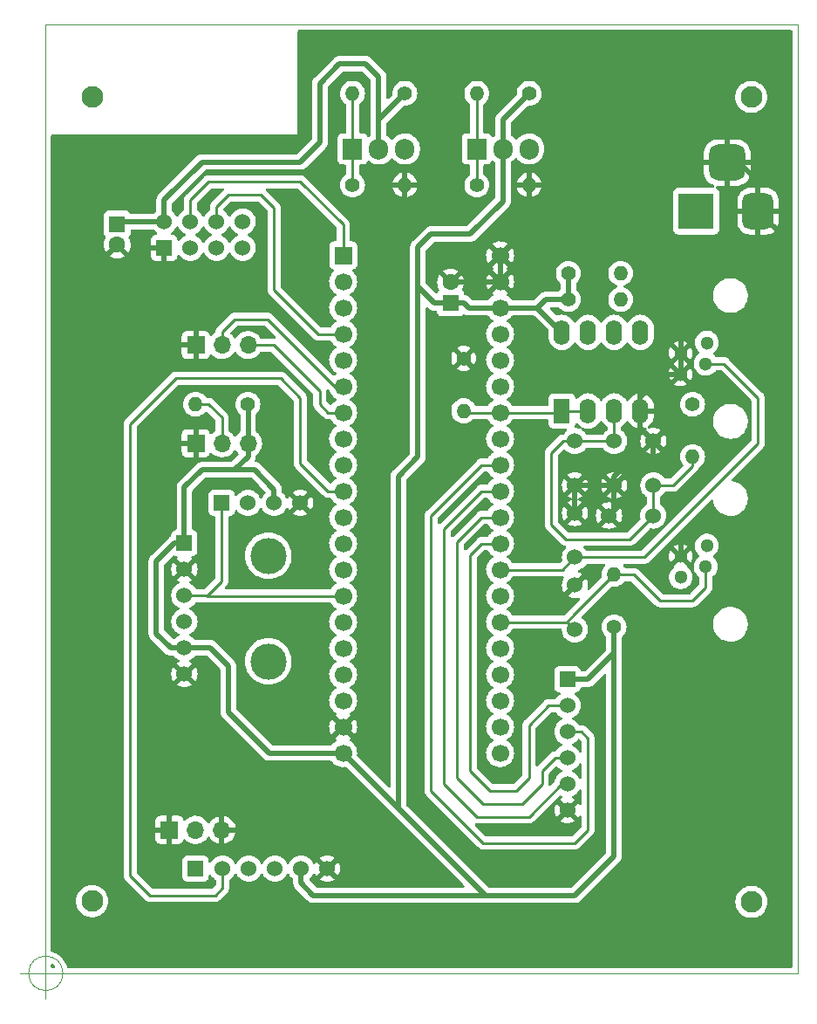
<source format=gbr>
%TF.GenerationSoftware,KiCad,Pcbnew,(6.0.4)*%
%TF.CreationDate,2023-07-19T00:07:21+07:00*%
%TF.ProjectId,05-Prototype-UpdatedComponents,30352d50-726f-4746-9f74-7970652d5570,rev?*%
%TF.SameCoordinates,PX66ff300PY8b3c880*%
%TF.FileFunction,Copper,L2,Bot*%
%TF.FilePolarity,Positive*%
%FSLAX46Y46*%
G04 Gerber Fmt 4.6, Leading zero omitted, Abs format (unit mm)*
G04 Created by KiCad (PCBNEW (6.0.4)) date 2023-07-19 00:07:21*
%MOMM*%
%LPD*%
G01*
G04 APERTURE LIST*
G04 Aperture macros list*
%AMRoundRect*
0 Rectangle with rounded corners*
0 $1 Rounding radius*
0 $2 $3 $4 $5 $6 $7 $8 $9 X,Y pos of 4 corners*
0 Add a 4 corners polygon primitive as box body*
4,1,4,$2,$3,$4,$5,$6,$7,$8,$9,$2,$3,0*
0 Add four circle primitives for the rounded corners*
1,1,$1+$1,$2,$3*
1,1,$1+$1,$4,$5*
1,1,$1+$1,$6,$7*
1,1,$1+$1,$8,$9*
0 Add four rect primitives between the rounded corners*
20,1,$1+$1,$2,$3,$4,$5,0*
20,1,$1+$1,$4,$5,$6,$7,0*
20,1,$1+$1,$6,$7,$8,$9,0*
20,1,$1+$1,$8,$9,$2,$3,0*%
G04 Aperture macros list end*
%TA.AperFunction,Profile*%
%ADD10C,0.100000*%
%TD*%
%TA.AperFunction,WasherPad*%
%ADD11C,3.500000*%
%TD*%
%TA.AperFunction,ComponentPad*%
%ADD12R,1.524000X1.524000*%
%TD*%
%TA.AperFunction,ComponentPad*%
%ADD13C,1.524000*%
%TD*%
%TA.AperFunction,ComponentPad*%
%ADD14R,1.600000X2.400000*%
%TD*%
%TA.AperFunction,ComponentPad*%
%ADD15O,1.600000X2.400000*%
%TD*%
%TA.AperFunction,ComponentPad*%
%ADD16O,1.905000X2.000000*%
%TD*%
%TA.AperFunction,ComponentPad*%
%ADD17R,1.905000X2.000000*%
%TD*%
%TA.AperFunction,ComponentPad*%
%ADD18C,1.700000*%
%TD*%
%TA.AperFunction,ComponentPad*%
%ADD19R,1.700000X1.700000*%
%TD*%
%TA.AperFunction,ComponentPad*%
%ADD20O,1.400000X1.400000*%
%TD*%
%TA.AperFunction,ComponentPad*%
%ADD21C,1.400000*%
%TD*%
%TA.AperFunction,ComponentPad*%
%ADD22O,1.700000X1.700000*%
%TD*%
%TA.AperFunction,ComponentPad*%
%ADD23C,1.300000*%
%TD*%
%TA.AperFunction,ComponentPad*%
%ADD24RoundRect,0.875000X0.875000X0.875000X-0.875000X0.875000X-0.875000X-0.875000X0.875000X-0.875000X0*%
%TD*%
%TA.AperFunction,ComponentPad*%
%ADD25RoundRect,0.750000X0.750000X1.000000X-0.750000X1.000000X-0.750000X-1.000000X0.750000X-1.000000X0*%
%TD*%
%TA.AperFunction,ComponentPad*%
%ADD26R,3.500000X3.500000*%
%TD*%
%TA.AperFunction,ComponentPad*%
%ADD27R,1.600000X1.600000*%
%TD*%
%TA.AperFunction,ComponentPad*%
%ADD28C,1.600000*%
%TD*%
%TA.AperFunction,ViaPad*%
%ADD29C,2.100000*%
%TD*%
%TA.AperFunction,Conductor*%
%ADD30C,0.500000*%
%TD*%
%TA.AperFunction,Conductor*%
%ADD31C,0.250000*%
%TD*%
G04 APERTURE END LIST*
D10*
X1666666Y0D02*
G75*
G03*
X1666666Y0I-1666666J0D01*
G01*
X-2500000Y0D02*
X2500000Y0D01*
X0Y2500000D02*
X0Y-2500000D01*
X0Y92000000D02*
X73000000Y92000000D01*
X73000000Y92000000D02*
X73000000Y0D01*
X73000000Y0D02*
X0Y0D01*
X0Y0D02*
X0Y92000000D01*
D11*
%TO.P,U7,*%
%TO.N,*%
X21615000Y30263000D03*
X21615000Y40503000D03*
D12*
%TO.P,U7,1,VCC*%
%TO.N,+3V3*%
X13465000Y41733000D03*
D13*
X13465000Y31573000D03*
%TO.P,U7,2,GND*%
%TO.N,GND*%
X13465000Y39193000D03*
%TO.P,U7,3,SCL*%
%TO.N,I2C_CLK*%
X13465000Y36653000D03*
%TO.P,U7,4,SDA*%
%TO.N,I2C_SDA*%
X13465000Y34113000D03*
%TO.P,U7,5,ADDR*%
%TO.N,GND*%
X13465000Y29033000D03*
%TD*%
D14*
%TO.P,U6,1*%
%TO.N,WindVane_filtered*%
X50125000Y54545000D03*
D15*
%TO.P,U6,2,-*%
X52665000Y54545000D03*
%TO.P,U6,3,+*%
%TO.N,/Passive LPF*%
X55205000Y54545000D03*
%TO.P,U6,4,V-*%
%TO.N,GND*%
X57745000Y54545000D03*
%TO.P,U6,5,+*%
%TO.N,unconnected-(U6-Pad5)*%
X57745000Y62165000D03*
%TO.P,U6,6,-*%
%TO.N,unconnected-(U6-Pad6)*%
X55205000Y62165000D03*
%TO.P,U6,7*%
%TO.N,unconnected-(U6-Pad7)*%
X52665000Y62165000D03*
%TO.P,U6,8,V+*%
%TO.N,+3V3*%
X50125000Y62165000D03*
%TD*%
D13*
%TO.P,U5,8,DIO0*%
%TO.N,LoRa_DIO0*%
X19127000Y72910000D03*
%TO.P,U5,7,MISO*%
%TO.N,LoRa_MISO*%
X19127000Y70370000D03*
%TO.P,U5,6,MOSI*%
%TO.N,LoRa_MOSI*%
X16587000Y72910000D03*
%TO.P,U5,5,SCLK*%
%TO.N,LoRa_SCLK*%
X16587000Y70370000D03*
%TO.P,U5,4,NCSS*%
%TO.N,LoRa_NCSS*%
X14047000Y72910000D03*
%TO.P,U5,3,RST*%
%TO.N,LoRa_Reset*%
X14047000Y70370000D03*
%TO.P,U5,2,VCC*%
%TO.N,+3.3VP*%
X11507000Y72910000D03*
D12*
%TO.P,U5,1,GND*%
%TO.N,GND*%
X11507000Y70370000D03*
%TD*%
D13*
%TO.P,U4,1,SCL*%
%TO.N,I2C_CLK*%
X19715000Y10160000D03*
D12*
X17095000Y45620000D03*
D13*
%TO.P,U4,2,SDA*%
%TO.N,I2C_SDA*%
X22255000Y10160000D03*
X19635000Y45620000D03*
%TO.P,U4,3,VCC*%
%TO.N,+3V3*%
X24795000Y10160000D03*
X22175000Y45620000D03*
%TO.P,U4,4,GND*%
%TO.N,GND*%
X24715000Y45620000D03*
X27335000Y10160000D03*
D12*
%TO.P,U4,5,32K*%
%TO.N,/32768Hz out*%
X14555000Y10160000D03*
D13*
%TO.P,U4,6,SQW*%
%TO.N,RTC_ALARM*%
X17175000Y10160000D03*
%TD*%
%TO.P,U3,6,GND*%
%TO.N,GND*%
X50650000Y15825000D03*
%TO.P,U3,5,MISO*%
%TO.N,SPI1_MISO*%
X50650000Y18365000D03*
%TO.P,U3,4,CLK*%
%TO.N,SPI1_SCK*%
X50650000Y20905000D03*
%TO.P,U3,3,MOSI*%
%TO.N,SPI1_MOSI*%
X50650000Y23445000D03*
%TO.P,U3,2,CS*%
%TO.N,MICROSD_NCSS*%
X50650000Y25985000D03*
D12*
%TO.P,U3,1,3V3*%
%TO.N,+3V3*%
X50650000Y28525000D03*
%TD*%
D16*
%TO.P,U2,3,VI*%
%TO.N,+VDC*%
X34875000Y79960000D03*
%TO.P,U2,2,VO*%
%TO.N,+3.3VP*%
X32335000Y79960000D03*
D17*
%TO.P,U2,1,ADJ*%
%TO.N,/V_adj_VP*%
X29795000Y79960000D03*
%TD*%
%TO.P,U1,1,ADJ*%
%TO.N,/V_adj*%
X41860000Y79960000D03*
D16*
%TO.P,U1,2,VO*%
%TO.N,+3V3*%
X44400000Y79960000D03*
%TO.P,U1,3,VI*%
%TO.N,+VDC*%
X46940000Y79960000D03*
%TD*%
D18*
%TO.P,U0,40,GND*%
%TO.N,GND*%
X44120000Y69630000D03*
D19*
%TO.P,U0,1,PB12*%
%TO.N,LoRa_NCSS*%
X28880000Y69630000D03*
D18*
%TO.P,U0,39,GND*%
%TO.N,GND*%
X44120000Y67090000D03*
%TO.P,U0,2,PB13*%
%TO.N,LoRa_SCLK*%
X28880000Y67090000D03*
%TO.P,U0,38,3V3*%
%TO.N,+3V3*%
X44120000Y64550000D03*
%TO.P,U0,3,PB14*%
%TO.N,LoRa_MISO*%
X28880000Y64550000D03*
%TO.P,U0,37,RST*%
%TO.N,unconnected-(U0-Pad37)*%
X44120000Y62010000D03*
%TO.P,U0,4,PB15*%
%TO.N,LoRa_MOSI*%
X28880000Y62010000D03*
%TO.P,U0,36,PB11*%
%TO.N,unconnected-(U0-Pad36)*%
X44120000Y59470000D03*
%TO.P,U0,5,PA8*%
%TO.N,LoRa_Reset*%
X28880000Y59470000D03*
%TO.P,U0,35,PB10*%
%TO.N,unconnected-(U0-Pad35)*%
X44120000Y56930000D03*
%TO.P,U0,6,PA9*%
%TO.N,UART_TX*%
X28880000Y56930000D03*
%TO.P,U0,34,PB1*%
%TO.N,WindVane_filtered*%
X44120000Y54390000D03*
%TO.P,U0,7,PA10*%
%TO.N,UART_RX*%
X28880000Y54390000D03*
%TO.P,U0,33,PB0*%
%TO.N,unconnected-(U0-Pad33)*%
X44120000Y51850000D03*
%TO.P,U0,8,PA11*%
%TO.N,LoRa_DIO0*%
X28880000Y51850000D03*
%TO.P,U0,32,PA7*%
%TO.N,SPI1_MOSI*%
X44120000Y49310000D03*
%TO.P,U0,9,PA12*%
%TO.N,unconnected-(U0-Pad9)*%
X28880000Y49310000D03*
%TO.P,U0,31,PA6*%
%TO.N,SPI1_MISO*%
X44120000Y46770000D03*
%TO.P,U0,10,PA15*%
%TO.N,RTC_ALARM*%
X28880000Y46770000D03*
%TO.P,U0,30,PA5*%
%TO.N,SPI1_SCK*%
X44120000Y44230000D03*
%TO.P,U0,11,PB3*%
%TO.N,DS18B20*%
X28880000Y44230000D03*
%TO.P,U0,29,PA4*%
%TO.N,MICROSD_NCSS*%
X44120000Y41690000D03*
%TO.P,U0,12,PB4*%
%TO.N,unconnected-(U0-Pad12)*%
X28880000Y41690000D03*
%TO.P,U0,28,PA3*%
%TO.N,Anemometer*%
X44120000Y39150000D03*
%TO.P,U0,13,PB5*%
%TO.N,unconnected-(U0-Pad13)*%
X28880000Y39150000D03*
%TO.P,U0,27,PA2*%
%TO.N,unconnected-(U0-Pad27)*%
X44120000Y36610000D03*
%TO.P,U0,14,PB6*%
%TO.N,I2C_CLK*%
X28880000Y36610000D03*
%TO.P,U0,26,PA1*%
%TO.N,Rain gauge*%
X44120000Y34070000D03*
%TO.P,U0,15,PB7*%
%TO.N,I2C_SDA*%
X28880000Y34070000D03*
%TO.P,U0,25,PA0*%
%TO.N,unconnected-(U0-Pad25)*%
X44120000Y31530000D03*
%TO.P,U0,16,PB8*%
%TO.N,unconnected-(U0-Pad16)*%
X28880000Y31530000D03*
%TO.P,U0,24,PC15*%
%TO.N,unconnected-(U0-Pad24)*%
X44120000Y28990000D03*
%TO.P,U0,17,PB9*%
%TO.N,unconnected-(U0-Pad17)*%
X28880000Y28990000D03*
%TO.P,U0,23,PC14*%
%TO.N,unconnected-(U0-Pad23)*%
X44120000Y26450000D03*
%TO.P,U0,18,5V*%
%TO.N,unconnected-(U0-Pad18)*%
X28880000Y26450000D03*
%TO.P,U0,22,PC13*%
%TO.N,unconnected-(U0-Pad22)*%
X44120000Y23910000D03*
%TO.P,U0,19,GND*%
%TO.N,GND*%
X28880000Y23910000D03*
%TO.P,U0,21,VBat*%
%TO.N,unconnected-(U0-Pad21)*%
X44120000Y21370000D03*
%TO.P,U0,20,3V3*%
%TO.N,+3V3*%
X28880000Y21370000D03*
%TD*%
D20*
%TO.P,R9,2*%
%TO.N,DS18B20*%
X14555000Y55195000D03*
D21*
%TO.P,R9,1*%
%TO.N,+3V3*%
X19635000Y55195000D03*
%TD*%
%TO.P,R8,1*%
%TO.N,+3V3*%
X55195000Y33605000D03*
D20*
%TO.P,R8,2*%
%TO.N,Rain gauge*%
X55195000Y38685000D03*
%TD*%
D21*
%TO.P,R7,1*%
%TO.N,GND*%
X40590000Y59640000D03*
D20*
%TO.P,R7,2*%
%TO.N,WindVane_filtered*%
X40590000Y54560000D03*
%TD*%
D21*
%TO.P,R6,1*%
%TO.N,WindVane_raw*%
X62815000Y55195000D03*
D20*
%TO.P,R6,2*%
%TO.N,/Passive LPF*%
X62815000Y50115000D03*
%TD*%
D21*
%TO.P,R5,1*%
%TO.N,+3V3*%
X50750000Y67895000D03*
D20*
%TO.P,R5,2*%
%TO.N,Anemometer*%
X55830000Y67895000D03*
%TD*%
D21*
%TO.P,R4,1*%
%TO.N,+3V3*%
X50750000Y65355000D03*
D20*
%TO.P,R4,2*%
%TO.N,WindVane_raw*%
X55830000Y65355000D03*
%TD*%
%TO.P,R3,2*%
%TO.N,GND*%
X34875000Y76460000D03*
D21*
%TO.P,R3,1*%
%TO.N,/V_adj_VP*%
X29795000Y76460000D03*
%TD*%
%TO.P,R2,1*%
%TO.N,+3.3VP*%
X34875000Y85350000D03*
D20*
%TO.P,R2,2*%
%TO.N,/V_adj_VP*%
X29795000Y85350000D03*
%TD*%
%TO.P,R1,2*%
%TO.N,GND*%
X46940000Y76460000D03*
D21*
%TO.P,R1,1*%
%TO.N,/V_adj*%
X41860000Y76460000D03*
%TD*%
D20*
%TO.P,R0,2*%
%TO.N,/V_adj*%
X41860000Y85350000D03*
D21*
%TO.P,R0,1*%
%TO.N,+3V3*%
X46940000Y85350000D03*
%TD*%
D19*
%TO.P,J5,1,Pin_1*%
%TO.N,GND*%
X14570000Y51410000D03*
D22*
%TO.P,J5,2,Pin_2*%
%TO.N,DS18B20*%
X17110000Y51410000D03*
%TO.P,J5,3,Pin_3*%
%TO.N,+3V3*%
X19650000Y51410000D03*
%TD*%
D23*
%TO.P,J4,1*%
%TO.N,unconnected-(J4-Pad1)*%
X61650000Y38430000D03*
%TO.P,J4,2*%
%TO.N,GND*%
X61650000Y40465000D03*
%TO.P,J4,3*%
%TO.N,Rain gauge*%
X64090000Y39445000D03*
%TO.P,J4,4*%
%TO.N,unconnected-(J4-Pad4)*%
X64190000Y41480000D03*
%TD*%
%TO.P,J3,1*%
%TO.N,GND*%
X61650000Y58115000D03*
%TO.P,J3,2*%
X61650000Y60150000D03*
%TO.P,J3,3*%
%TO.N,Anemometer*%
X64090000Y59130000D03*
%TO.P,J3,4*%
%TO.N,WindVane_raw*%
X64190000Y61165000D03*
%TD*%
D22*
%TO.P,J2,3,Pin_3*%
%TO.N,UART_RX*%
X19650000Y60935000D03*
%TO.P,J2,2,Pin_2*%
%TO.N,UART_TX*%
X17110000Y60935000D03*
D19*
%TO.P,J2,1,Pin_1*%
%TO.N,GND*%
X14570000Y60935000D03*
%TD*%
%TO.P,J1,1,Pin_1*%
%TO.N,GND*%
X12015000Y13920000D03*
D22*
%TO.P,J1,2,Pin_2*%
%TO.N,/32768Hz out*%
X14555000Y13920000D03*
%TO.P,J1,3,Pin_3*%
%TO.N,GND*%
X17095000Y13920000D03*
%TD*%
D24*
%TO.P,J0,3*%
%TO.N,GND*%
X66165000Y78622500D03*
D25*
%TO.P,J0,2*%
X69165000Y73922500D03*
D26*
%TO.P,J0,1*%
%TO.N,+VDC*%
X63165000Y73922500D03*
%TD*%
D13*
%TO.P,C7,2*%
%TO.N,Rain gauge*%
X51385000Y33360000D03*
%TO.P,C7,1*%
%TO.N,GND*%
X51385000Y37660000D03*
%TD*%
%TO.P,C6,1*%
%TO.N,/Passive LPF*%
X55195000Y51630000D03*
%TO.P,C6,2*%
%TO.N,GND*%
X55195000Y47330000D03*
%TD*%
%TO.P,C5,1*%
%TO.N,/Passive LPF*%
X51385000Y51630000D03*
%TO.P,C5,2*%
%TO.N,GND*%
X51385000Y47330000D03*
%TD*%
%TO.P,C4,1*%
%TO.N,/Passive LPF*%
X58996000Y44400000D03*
%TO.P,C4,2*%
%TO.N,GND*%
X54696000Y44400000D03*
%TD*%
%TO.P,C3,1*%
%TO.N,/Passive LPF*%
X59005000Y47330000D03*
%TO.P,C3,2*%
%TO.N,GND*%
X59005000Y51630000D03*
%TD*%
%TO.P,C2,1*%
%TO.N,GND*%
X51385000Y44645000D03*
%TO.P,C2,2*%
%TO.N,Anemometer*%
X51385000Y40345000D03*
%TD*%
D27*
%TO.P,C1,1*%
%TO.N,+3.3VP*%
X6935000Y72660112D03*
D28*
%TO.P,C1,2*%
%TO.N,GND*%
X6935000Y70660112D03*
%TD*%
%TO.P,C0,2*%
%TO.N,GND*%
X39320000Y67034887D03*
D27*
%TO.P,C0,1*%
%TO.N,+3V3*%
X39320000Y65034887D03*
%TD*%
D29*
%TO.N,*%
X68530000Y6935000D03*
X4500000Y7000000D03*
X68500000Y85000000D03*
X4500000Y85000000D03*
%TD*%
D30*
%TO.N,+3V3*%
X19650000Y55180000D02*
X19635000Y55195000D01*
X19650000Y51410000D02*
X19650000Y55180000D01*
X15190000Y48845000D02*
X18365000Y48845000D01*
X18365000Y48845000D02*
X20270000Y48845000D01*
X19650000Y51410000D02*
X19650000Y50130000D01*
X19650000Y50130000D02*
X18365000Y48845000D01*
D31*
%TO.N,DS18B20*%
X17110000Y53910000D02*
X17110000Y51410000D01*
X15825000Y55195000D02*
X17110000Y53910000D01*
X14555000Y55195000D02*
X15825000Y55195000D01*
%TO.N,UART_TX*%
X17110000Y62195000D02*
X17110000Y60935000D01*
X18365000Y63450000D02*
X17110000Y62195000D01*
X21540000Y63450000D02*
X18365000Y63450000D01*
X28060000Y56930000D02*
X21540000Y63450000D01*
X28880000Y56930000D02*
X28060000Y56930000D01*
%TO.N,UART_RX*%
X22150000Y60935000D02*
X19650000Y60935000D01*
X26620000Y56465000D02*
X22150000Y60935000D01*
X27425000Y54390000D02*
X26620000Y55195000D01*
X28880000Y54390000D02*
X27425000Y54390000D01*
X26620000Y55195000D02*
X26620000Y56465000D01*
%TO.N,RTC_ALARM*%
X17175000Y8285000D02*
X17175000Y10160000D01*
X16460000Y7570000D02*
X17175000Y8285000D01*
X8205000Y53290000D02*
X8205000Y9475000D01*
X24715000Y49480000D02*
X24715000Y55830000D01*
X24715000Y55830000D02*
X22810000Y57735000D01*
X8205000Y9475000D02*
X10110000Y7570000D01*
X27425000Y46770000D02*
X24715000Y49480000D01*
X10110000Y7570000D02*
X16460000Y7570000D01*
X22810000Y57735000D02*
X12650000Y57735000D01*
X12650000Y57735000D02*
X8205000Y53290000D01*
X28880000Y46770000D02*
X27425000Y46770000D01*
D30*
%TO.N,+3V3*%
X34240000Y48210000D02*
X34240000Y16010000D01*
X36145000Y50115000D02*
X34240000Y48210000D01*
X36145000Y66625000D02*
X36145000Y50115000D01*
X34332500Y15917500D02*
X28880000Y21370000D01*
X42680000Y7570000D02*
X34332500Y15917500D01*
X34240000Y16010000D02*
X34332500Y15917500D01*
X37735113Y65034887D02*
X39320000Y65034887D01*
X36145000Y66625000D02*
X37735113Y65034887D01*
X36145000Y70435000D02*
X36145000Y66625000D01*
X37415000Y71705000D02*
X36145000Y70435000D01*
X41225000Y71705000D02*
X37415000Y71705000D01*
X44400000Y74880000D02*
X41225000Y71705000D01*
X44400000Y79960000D02*
X44400000Y74880000D01*
D31*
%TO.N,LoRa_MOSI*%
X22175000Y66307500D02*
X26472500Y62010000D01*
X22175000Y74245000D02*
X22175000Y66307500D01*
X20905000Y75515000D02*
X22175000Y74245000D01*
X17730000Y75515000D02*
X20905000Y75515000D01*
X16587000Y74372000D02*
X17730000Y75515000D01*
X26472500Y62010000D02*
X28880000Y62010000D01*
X16587000Y72910000D02*
X16587000Y74372000D01*
%TO.N,LoRa_NCSS*%
X28880000Y72620000D02*
X28880000Y69630000D01*
X24715000Y76785000D02*
X28880000Y72620000D01*
X15825000Y76785000D02*
X24715000Y76785000D01*
X14047000Y75007000D02*
X15825000Y76785000D01*
X14047000Y72910000D02*
X14047000Y75007000D01*
D30*
%TO.N,+3.3VP*%
X32335000Y86945000D02*
X32335000Y82810000D01*
X31065000Y88215000D02*
X32335000Y86945000D01*
X28525000Y88215000D02*
X31065000Y88215000D01*
X26620000Y86310000D02*
X28525000Y88215000D01*
X26620000Y80595000D02*
X26620000Y86310000D01*
X24715000Y78690000D02*
X26620000Y80595000D01*
X15190000Y78690000D02*
X24715000Y78690000D01*
X11507000Y75007000D02*
X15190000Y78690000D01*
X11507000Y72910000D02*
X11507000Y75007000D01*
%TO.N,+3V3*%
X44400000Y82810000D02*
X46940000Y85350000D01*
X44400000Y79960000D02*
X44400000Y82810000D01*
%TO.N,+3.3VP*%
X32335000Y82810000D02*
X34875000Y85350000D01*
X32335000Y79960000D02*
X32335000Y82810000D01*
%TO.N,GND*%
X48155000Y73665000D02*
X45560000Y71070000D01*
X51330000Y76840000D02*
X48155000Y73665000D01*
X50950000Y76460000D02*
X51330000Y76840000D01*
X53112500Y78622500D02*
X51330000Y76840000D01*
X46940000Y76460000D02*
X50950000Y76460000D01*
D31*
%TO.N,/V_adj*%
X41860000Y79960000D02*
X41860000Y76460000D01*
X41860000Y85350000D02*
X41860000Y79960000D01*
%TO.N,/V_adj_VP*%
X29795000Y79960000D02*
X29795000Y76460000D01*
X29795000Y85350000D02*
X29795000Y79960000D01*
D30*
%TO.N,+3V3*%
X41074888Y64550000D02*
X44120000Y64550000D01*
X39320000Y65034887D02*
X40590000Y65034888D01*
%TO.N,GND*%
X44064887Y67034887D02*
X44120000Y67090000D01*
X39320000Y67034887D02*
X44064887Y67034887D01*
%TO.N,+3V3*%
X41074888Y64550000D02*
X40590000Y65034888D01*
%TO.N,GND*%
X71070000Y72017500D02*
X69165000Y73922500D01*
X68530000Y43765000D02*
X71070000Y46305000D01*
X63450000Y43765000D02*
X68530000Y43765000D01*
X71070000Y46305000D02*
X71070000Y72017500D01*
X61650000Y40465000D02*
X61650000Y41965000D01*
X61650000Y41965000D02*
X63450000Y43765000D01*
X69165000Y76785000D02*
X69165000Y73922500D01*
X67327500Y78622500D02*
X69165000Y76785000D01*
X66165000Y78622500D02*
X67327500Y78622500D01*
X66165000Y78622500D02*
X53112500Y78622500D01*
X59005000Y71070000D02*
X61650000Y68425000D01*
X45560000Y71070000D02*
X59005000Y71070000D01*
%TO.N,+3.3VP*%
X11507000Y72910000D02*
X7184888Y72910000D01*
X7184888Y72910000D02*
X6935000Y72660112D01*
%TO.N,+3V3*%
X22175000Y46940000D02*
X22175000Y45620000D01*
X20270000Y48845000D02*
X22175000Y46940000D01*
X13465000Y47120000D02*
X15190000Y48845000D01*
X13465000Y41733000D02*
X13465000Y47120000D01*
X24795000Y8760000D02*
X24795000Y10160000D01*
X25985000Y7570000D02*
X24795000Y8760000D01*
X42680000Y7570000D02*
X25985000Y7570000D01*
X55195000Y31065000D02*
X55195000Y11380000D01*
X55195000Y11380000D02*
X51385000Y7570000D01*
X51385000Y7570000D02*
X42680000Y7570000D01*
D31*
%TO.N,I2C_SDA*%
X13508000Y34070000D02*
X13465000Y34113000D01*
%TO.N,I2C_CLK*%
X28880000Y36610000D02*
X15655000Y36610000D01*
X15612000Y36653000D02*
X13465000Y36653000D01*
X15655000Y36610000D02*
X15612000Y36653000D01*
X17095000Y38050000D02*
X15655000Y36610000D01*
X17095000Y45620000D02*
X17095000Y38050000D01*
D30*
%TO.N,+3V3*%
X10745000Y32970000D02*
X10745000Y39955000D01*
X10745000Y39955000D02*
X12523000Y41733000D01*
X12523000Y41733000D02*
X13465000Y41733000D01*
X12142000Y31573000D02*
X10745000Y32970000D01*
X13465000Y31573000D02*
X12142000Y31573000D01*
X17730000Y29795000D02*
X17730000Y25350000D01*
X17730000Y25350000D02*
X21710000Y21370000D01*
X15952000Y31573000D02*
X17730000Y29795000D01*
X13465000Y31573000D02*
X15952000Y31573000D01*
X21710000Y21370000D02*
X28880000Y21370000D01*
%TO.N,I2C_CLK*%
X13508000Y36610000D02*
X13465000Y36653000D01*
D31*
%TO.N,Rain gauge*%
X51385000Y34875000D02*
X50580000Y34070000D01*
X50580000Y34070000D02*
X50675000Y34070000D01*
X44120000Y34070000D02*
X50580000Y34070000D01*
D30*
%TO.N,+3V3*%
X55195000Y31065000D02*
X55195000Y33605000D01*
X52655000Y28525000D02*
X55195000Y31065000D01*
X50650000Y28525000D02*
X52655000Y28525000D01*
D31*
%TO.N,SPI1_MISO*%
X46940000Y15190000D02*
X50115000Y18365000D01*
X41860000Y15190000D02*
X46940000Y15190000D01*
X38685000Y18365000D02*
X41860000Y15190000D01*
X42325000Y46770000D02*
X38685000Y43130000D01*
X44120000Y46770000D02*
X42325000Y46770000D01*
X38685000Y43130000D02*
X38685000Y18365000D01*
X50115000Y18365000D02*
X50650000Y18365000D01*
%TO.N,SPI1_SCK*%
X49480000Y20905000D02*
X50650000Y20905000D01*
X42495000Y16460000D02*
X46305000Y16460000D01*
X39955000Y19000000D02*
X42495000Y16460000D01*
X48210000Y18365000D02*
X48210000Y19635000D01*
X42325000Y44230000D02*
X39955000Y41860000D01*
X39955000Y41860000D02*
X39955000Y19000000D01*
X46305000Y16460000D02*
X48210000Y18365000D01*
X48210000Y19635000D02*
X49480000Y20905000D01*
X44120000Y44230000D02*
X42325000Y44230000D01*
%TO.N,MICROSD_NCSS*%
X48845000Y25985000D02*
X50650000Y25985000D01*
X45670000Y17730000D02*
X46940000Y19000000D01*
X46940000Y19000000D02*
X46940000Y24080000D01*
X43130000Y17730000D02*
X45670000Y17730000D01*
X41225000Y19635000D02*
X43130000Y17730000D01*
X42325000Y41690000D02*
X41225000Y40590000D01*
X44120000Y41690000D02*
X42325000Y41690000D01*
X41225000Y40590000D02*
X41225000Y19635000D01*
X46940000Y24080000D02*
X48845000Y25985000D01*
%TO.N,SPI1_MOSI*%
X52020000Y23445000D02*
X50650000Y23445000D01*
X52655000Y13920000D02*
X52655000Y22810000D01*
X37415000Y17730000D02*
X42495000Y12650000D01*
X37415000Y44400000D02*
X37415000Y17730000D01*
X51385000Y12650000D02*
X52655000Y13920000D01*
X52655000Y22810000D02*
X52020000Y23445000D01*
X42325000Y49310000D02*
X37415000Y44400000D01*
X44120000Y49310000D02*
X42325000Y49310000D01*
X42495000Y12650000D02*
X51385000Y12650000D01*
%TO.N,Rain gauge*%
X51385000Y34875000D02*
X55195000Y38685000D01*
X59640000Y36145000D02*
X57100000Y38685000D01*
X62815000Y36145000D02*
X59640000Y36145000D01*
X57100000Y38685000D02*
X55195000Y38685000D01*
X64090000Y37420000D02*
X62815000Y36145000D01*
X64090000Y39445000D02*
X64090000Y37420000D01*
X50675000Y34070000D02*
X51385000Y33360000D01*
%TO.N,Anemometer*%
X58125000Y40345000D02*
X69165000Y51385000D01*
X69165000Y51385000D02*
X69165000Y55830000D01*
X51385000Y40345000D02*
X58125000Y40345000D01*
X69165000Y55830000D02*
X65865000Y59130000D01*
X65865000Y59130000D02*
X64090000Y59130000D01*
X50190000Y39150000D02*
X51385000Y40345000D01*
X44120000Y39150000D02*
X50190000Y39150000D01*
%TO.N,/Passive LPF*%
X50496000Y42114000D02*
X56710000Y42114000D01*
X56710000Y42114000D02*
X58996000Y44400000D01*
X49099000Y43511000D02*
X50496000Y42114000D01*
X49099000Y50496000D02*
X49099000Y43511000D01*
X50233000Y51630000D02*
X49099000Y50496000D01*
X51385000Y51630000D02*
X50233000Y51630000D01*
D30*
%TO.N,GND*%
X51385000Y47330000D02*
X51385000Y44645000D01*
X58370000Y49480000D02*
X59005000Y50115000D01*
X55195000Y47330000D02*
X55195000Y48210000D01*
X55195000Y48210000D02*
X56465000Y49480000D01*
X56465000Y49480000D02*
X58370000Y49480000D01*
X59005000Y50115000D02*
X59005000Y51630000D01*
X55195000Y44899000D02*
X54696000Y44400000D01*
X55195000Y47330000D02*
X55195000Y44899000D01*
X51385000Y47330000D02*
X55195000Y47330000D01*
D31*
%TO.N,/Passive LPF*%
X62815000Y49226000D02*
X62815000Y50115000D01*
X60919000Y47330000D02*
X62815000Y49226000D01*
X59005000Y47330000D02*
X60919000Y47330000D01*
X55195000Y51630000D02*
X55195000Y54535000D01*
X55195000Y54535000D02*
X55205000Y54545000D01*
X55195000Y51630000D02*
X51385000Y51630000D01*
X59005000Y44409000D02*
X58996000Y44400000D01*
X59005000Y47330000D02*
X59005000Y44409000D01*
D30*
%TO.N,GND*%
X57745000Y52890000D02*
X59005000Y51630000D01*
X57745000Y54545000D02*
X57745000Y52890000D01*
X45560000Y71070000D02*
X44120000Y69630000D01*
X61650000Y60150000D02*
X61650000Y68425000D01*
%TO.N,+3V3*%
X50750000Y65355000D02*
X50750000Y67895000D01*
X48545000Y65355000D02*
X47740000Y64550000D01*
X50750000Y65355000D02*
X48545000Y65355000D01*
X44120000Y64550000D02*
X47740000Y64550000D01*
X47740000Y64550000D02*
X50125000Y62165000D01*
%TO.N,GND*%
X44120000Y67090000D02*
X44120000Y69630000D01*
X60020000Y58115000D02*
X61650000Y58115000D01*
X57745000Y55840000D02*
X60020000Y58115000D01*
X57745000Y54545000D02*
X57745000Y55840000D01*
X61650000Y60150000D02*
X61650000Y58115000D01*
D31*
%TO.N,WindVane_filtered*%
X52665000Y54545000D02*
X50125000Y54545000D01*
X49970000Y54390000D02*
X50125000Y54545000D01*
X44120000Y54390000D02*
X49970000Y54390000D01*
X40760000Y54390000D02*
X40590000Y54560000D01*
X44120000Y54390000D02*
X40760000Y54390000D01*
%TD*%
%TA.AperFunction,Conductor*%
%TO.N,GND*%
G36*
X72433621Y91471498D02*
G01*
X72480114Y91417842D01*
X72491500Y91365500D01*
X72491500Y634500D01*
X72471498Y566379D01*
X72417842Y519886D01*
X72365500Y508500D01*
X2216537Y508500D01*
X2148416Y528502D01*
X2101923Y582158D01*
X2097764Y592440D01*
X2056173Y709889D01*
X2000934Y865881D01*
X1864907Y1129428D01*
X1851226Y1148895D01*
X1696835Y1368570D01*
X1694372Y1372075D01*
X1492483Y1589333D01*
X1489168Y1592047D01*
X1489164Y1592050D01*
X1266295Y1774466D01*
X1262977Y1777182D01*
X1010101Y1932144D01*
X738533Y2051354D01*
X711776Y2058976D01*
X599981Y2090822D01*
X539946Y2128721D01*
X509932Y2193061D01*
X508500Y2212001D01*
X508500Y7000000D01*
X2936681Y7000000D01*
X2955928Y6755443D01*
X2957082Y6750636D01*
X2957083Y6750630D01*
X2993351Y6599563D01*
X3013195Y6516908D01*
X3107073Y6290268D01*
X3235248Y6081104D01*
X3238463Y6077340D01*
X3238465Y6077337D01*
X3293981Y6012337D01*
X3394567Y5894567D01*
X3398323Y5891359D01*
X3474428Y5826359D01*
X3581104Y5735248D01*
X3585327Y5732660D01*
X3585330Y5732658D01*
X3654515Y5690262D01*
X3790268Y5607073D01*
X3934967Y5547136D01*
X4012335Y5515089D01*
X4012337Y5515088D01*
X4016908Y5513195D01*
X4099563Y5493351D01*
X4250630Y5457083D01*
X4250636Y5457082D01*
X4255443Y5455928D01*
X4500000Y5436681D01*
X4744557Y5455928D01*
X4749364Y5457082D01*
X4749370Y5457083D01*
X4900437Y5493351D01*
X4983092Y5513195D01*
X4987663Y5515088D01*
X4987665Y5515089D01*
X5065033Y5547136D01*
X5209732Y5607073D01*
X5345485Y5690262D01*
X5414670Y5732658D01*
X5414673Y5732660D01*
X5418896Y5735248D01*
X5525573Y5826359D01*
X5601677Y5891359D01*
X5605433Y5894567D01*
X5706019Y6012337D01*
X5761535Y6077337D01*
X5761537Y6077340D01*
X5764752Y6081104D01*
X5892927Y6290268D01*
X5986805Y6516908D01*
X6006649Y6599563D01*
X6042917Y6750630D01*
X6042918Y6750636D01*
X6044072Y6755443D01*
X6063319Y7000000D01*
X6044072Y7244557D01*
X5986805Y7483092D01*
X5892927Y7709732D01*
X5790153Y7877445D01*
X5767342Y7914670D01*
X5767340Y7914673D01*
X5764752Y7918896D01*
X5757463Y7927431D01*
X5608641Y8101677D01*
X5605433Y8105433D01*
X5498767Y8196535D01*
X5422663Y8261535D01*
X5422660Y8261537D01*
X5418896Y8264752D01*
X5414673Y8267340D01*
X5414670Y8267342D01*
X5282227Y8348502D01*
X5209732Y8392927D01*
X5065033Y8452864D01*
X4987665Y8484911D01*
X4987663Y8484912D01*
X4983092Y8486805D01*
X4880042Y8511545D01*
X4749370Y8542917D01*
X4749364Y8542918D01*
X4744557Y8544072D01*
X4500000Y8563319D01*
X4255443Y8544072D01*
X4250636Y8542918D01*
X4250630Y8542917D01*
X4119958Y8511545D01*
X4016908Y8486805D01*
X4012337Y8484912D01*
X4012335Y8484911D01*
X3934967Y8452864D01*
X3790268Y8392927D01*
X3717773Y8348502D01*
X3585330Y8267342D01*
X3585327Y8267340D01*
X3581104Y8264752D01*
X3577340Y8261537D01*
X3577337Y8261535D01*
X3501233Y8196535D01*
X3394567Y8105433D01*
X3391359Y8101677D01*
X3242538Y7927431D01*
X3235248Y7918896D01*
X3232660Y7914673D01*
X3232658Y7914670D01*
X3209847Y7877445D01*
X3107073Y7709732D01*
X3013195Y7483092D01*
X2955928Y7244557D01*
X2936681Y7000000D01*
X508500Y7000000D01*
X508500Y60040331D01*
X13212001Y60040331D01*
X13212371Y60033510D01*
X13217895Y59982648D01*
X13221521Y59967396D01*
X13266676Y59846946D01*
X13275214Y59831351D01*
X13351715Y59729276D01*
X13364276Y59716715D01*
X13466351Y59640214D01*
X13481946Y59631676D01*
X13602394Y59586522D01*
X13617649Y59582895D01*
X13668514Y59577369D01*
X13675328Y59577000D01*
X14297885Y59577000D01*
X14313124Y59581475D01*
X14314329Y59582865D01*
X14316000Y59590548D01*
X14316000Y60662885D01*
X14311525Y60678124D01*
X14310135Y60679329D01*
X14302452Y60681000D01*
X13230116Y60681000D01*
X13214877Y60676525D01*
X13213672Y60675135D01*
X13212001Y60667452D01*
X13212001Y60040331D01*
X508500Y60040331D01*
X508500Y61207115D01*
X13212000Y61207115D01*
X13216475Y61191876D01*
X13217865Y61190671D01*
X13225548Y61189000D01*
X14297885Y61189000D01*
X14313124Y61193475D01*
X14314329Y61194865D01*
X14316000Y61202548D01*
X14316000Y62274884D01*
X14311525Y62290123D01*
X14310135Y62291328D01*
X14302452Y62292999D01*
X13675331Y62292999D01*
X13668510Y62292629D01*
X13617648Y62287105D01*
X13602396Y62283479D01*
X13481946Y62238324D01*
X13466351Y62229786D01*
X13364276Y62153285D01*
X13351715Y62140724D01*
X13275214Y62038649D01*
X13266676Y62023054D01*
X13221522Y61902606D01*
X13217895Y61887351D01*
X13212369Y61836486D01*
X13212000Y61829672D01*
X13212000Y61207115D01*
X508500Y61207115D01*
X508500Y69574050D01*
X6213493Y69574050D01*
X6222789Y69562035D01*
X6273994Y69526181D01*
X6283489Y69520698D01*
X6480947Y69428622D01*
X6491239Y69424876D01*
X6701688Y69368487D01*
X6712481Y69366584D01*
X6929525Y69347595D01*
X6940475Y69347595D01*
X7157519Y69366584D01*
X7168312Y69368487D01*
X7378761Y69424876D01*
X7389053Y69428622D01*
X7586511Y69520698D01*
X7596006Y69526181D01*
X7648048Y69562621D01*
X7648616Y69563331D01*
X10237001Y69563331D01*
X10237371Y69556510D01*
X10242895Y69505648D01*
X10246521Y69490396D01*
X10291676Y69369946D01*
X10300214Y69354351D01*
X10376715Y69252276D01*
X10389276Y69239715D01*
X10491351Y69163214D01*
X10506946Y69154676D01*
X10627394Y69109522D01*
X10642649Y69105895D01*
X10693514Y69100369D01*
X10700328Y69100000D01*
X11234885Y69100000D01*
X11250124Y69104475D01*
X11251329Y69105865D01*
X11253000Y69113548D01*
X11253000Y70097885D01*
X11248525Y70113124D01*
X11247135Y70114329D01*
X11239452Y70116000D01*
X10255116Y70116000D01*
X10239877Y70111525D01*
X10238672Y70110135D01*
X10237001Y70102452D01*
X10237001Y69563331D01*
X7648616Y69563331D01*
X7656424Y69573100D01*
X7649356Y69586546D01*
X6947812Y70288090D01*
X6933868Y70295704D01*
X6932035Y70295573D01*
X6925420Y70291322D01*
X6219923Y69585825D01*
X6213493Y69574050D01*
X508500Y69574050D01*
X508500Y70654637D01*
X5622483Y70654637D01*
X5641472Y70437593D01*
X5643375Y70426800D01*
X5699764Y70216351D01*
X5703510Y70206059D01*
X5795586Y70008601D01*
X5801069Y69999106D01*
X5837509Y69947064D01*
X5847988Y69938688D01*
X5861434Y69945756D01*
X6845905Y70930227D01*
X6908217Y70964253D01*
X6979032Y70959188D01*
X7024095Y70930227D01*
X8009287Y69945035D01*
X8021062Y69938605D01*
X8033077Y69947901D01*
X8068931Y69999106D01*
X8074414Y70008601D01*
X8166490Y70206059D01*
X8170236Y70216351D01*
X8226625Y70426800D01*
X8228528Y70437593D01*
X8247517Y70654637D01*
X8247517Y70665587D01*
X8228528Y70882631D01*
X8226625Y70893424D01*
X8170236Y71103873D01*
X8166490Y71114165D01*
X8074414Y71311623D01*
X8068929Y71321123D01*
X8068299Y71322022D01*
X8068144Y71322482D01*
X8066182Y71325880D01*
X8066865Y71326274D01*
X8045612Y71389296D01*
X8062898Y71458156D01*
X8085934Y71483915D01*
X8084730Y71485119D01*
X8091081Y71491470D01*
X8098261Y71496851D01*
X8103642Y71504031D01*
X8103645Y71504034D01*
X8180229Y71606221D01*
X8185615Y71613407D01*
X8236745Y71749796D01*
X8243500Y71811978D01*
X8243500Y72025500D01*
X8263502Y72093621D01*
X8317158Y72140114D01*
X8369500Y72151500D01*
X10421523Y72151500D01*
X10489644Y72131498D01*
X10524736Y72097770D01*
X10530023Y72090219D01*
X10687219Y71933023D01*
X10691727Y71929866D01*
X10691730Y71929864D01*
X10778350Y71869212D01*
X10822678Y71813755D01*
X10829987Y71743135D01*
X10797956Y71679775D01*
X10736755Y71643790D01*
X10706079Y71639999D01*
X10700331Y71639999D01*
X10693510Y71639629D01*
X10642648Y71634105D01*
X10627396Y71630479D01*
X10506946Y71585324D01*
X10491351Y71576786D01*
X10389276Y71500285D01*
X10376715Y71487724D01*
X10300214Y71385649D01*
X10291676Y71370054D01*
X10246522Y71249606D01*
X10242895Y71234351D01*
X10237369Y71183486D01*
X10237000Y71176672D01*
X10237000Y70642115D01*
X10241475Y70626876D01*
X10242865Y70625671D01*
X10250548Y70624000D01*
X11635000Y70624000D01*
X11703121Y70603998D01*
X11749614Y70550342D01*
X11761000Y70498000D01*
X11761000Y69118116D01*
X11765475Y69102877D01*
X11766865Y69101672D01*
X11774548Y69100001D01*
X12313669Y69100001D01*
X12320490Y69100371D01*
X12371352Y69105895D01*
X12386604Y69109521D01*
X12507054Y69154676D01*
X12522649Y69163214D01*
X12624724Y69239715D01*
X12637285Y69252276D01*
X12713786Y69354351D01*
X12722324Y69369946D01*
X12767478Y69490394D01*
X12771105Y69505649D01*
X12776631Y69556514D01*
X12777000Y69563328D01*
X12777000Y69569078D01*
X12797002Y69637199D01*
X12850658Y69683692D01*
X12920932Y69693796D01*
X12985512Y69664302D01*
X13006213Y69641349D01*
X13056818Y69569078D01*
X13070023Y69550219D01*
X13227219Y69393023D01*
X13231727Y69389866D01*
X13231730Y69389864D01*
X13282448Y69354351D01*
X13409323Y69265512D01*
X13414305Y69263189D01*
X13414310Y69263186D01*
X13605822Y69173883D01*
X13610804Y69171560D01*
X13616112Y69170138D01*
X13616114Y69170137D01*
X13641951Y69163214D01*
X13825537Y69114022D01*
X14047000Y69094647D01*
X14268463Y69114022D01*
X14452049Y69163214D01*
X14477886Y69170137D01*
X14477888Y69170138D01*
X14483196Y69171560D01*
X14488178Y69173883D01*
X14679690Y69263186D01*
X14679695Y69263189D01*
X14684677Y69265512D01*
X14811552Y69354351D01*
X14862270Y69389864D01*
X14862273Y69389866D01*
X14866781Y69393023D01*
X15023977Y69550219D01*
X15037183Y69569078D01*
X15148331Y69727815D01*
X15148332Y69727817D01*
X15151488Y69732324D01*
X15153811Y69737306D01*
X15153814Y69737311D01*
X15202805Y69842373D01*
X15249723Y69895658D01*
X15318000Y69915119D01*
X15385960Y69894577D01*
X15431195Y69842373D01*
X15480186Y69737311D01*
X15480189Y69737306D01*
X15482512Y69732324D01*
X15485668Y69727817D01*
X15485669Y69727815D01*
X15596818Y69569078D01*
X15610023Y69550219D01*
X15767219Y69393023D01*
X15771727Y69389866D01*
X15771730Y69389864D01*
X15822448Y69354351D01*
X15949323Y69265512D01*
X15954305Y69263189D01*
X15954310Y69263186D01*
X16145822Y69173883D01*
X16150804Y69171560D01*
X16156112Y69170138D01*
X16156114Y69170137D01*
X16181951Y69163214D01*
X16365537Y69114022D01*
X16587000Y69094647D01*
X16808463Y69114022D01*
X16992049Y69163214D01*
X17017886Y69170137D01*
X17017888Y69170138D01*
X17023196Y69171560D01*
X17028178Y69173883D01*
X17219690Y69263186D01*
X17219695Y69263189D01*
X17224677Y69265512D01*
X17351552Y69354351D01*
X17402270Y69389864D01*
X17402273Y69389866D01*
X17406781Y69393023D01*
X17563977Y69550219D01*
X17577183Y69569078D01*
X17688331Y69727815D01*
X17688332Y69727817D01*
X17691488Y69732324D01*
X17693811Y69737306D01*
X17693814Y69737311D01*
X17742805Y69842373D01*
X17789723Y69895658D01*
X17858000Y69915119D01*
X17925960Y69894577D01*
X17971195Y69842373D01*
X18020186Y69737311D01*
X18020189Y69737306D01*
X18022512Y69732324D01*
X18025668Y69727817D01*
X18025669Y69727815D01*
X18136818Y69569078D01*
X18150023Y69550219D01*
X18307219Y69393023D01*
X18311727Y69389866D01*
X18311730Y69389864D01*
X18362448Y69354351D01*
X18489323Y69265512D01*
X18494305Y69263189D01*
X18494310Y69263186D01*
X18685822Y69173883D01*
X18690804Y69171560D01*
X18696112Y69170138D01*
X18696114Y69170137D01*
X18721951Y69163214D01*
X18905537Y69114022D01*
X19127000Y69094647D01*
X19348463Y69114022D01*
X19532049Y69163214D01*
X19557886Y69170137D01*
X19557888Y69170138D01*
X19563196Y69171560D01*
X19568178Y69173883D01*
X19759690Y69263186D01*
X19759695Y69263189D01*
X19764677Y69265512D01*
X19891552Y69354351D01*
X19942270Y69389864D01*
X19942273Y69389866D01*
X19946781Y69393023D01*
X20103977Y69550219D01*
X20117183Y69569078D01*
X20228331Y69727815D01*
X20228332Y69727817D01*
X20231488Y69732324D01*
X20233811Y69737306D01*
X20233814Y69737311D01*
X20323117Y69928822D01*
X20323118Y69928823D01*
X20325440Y69933804D01*
X20328450Y69945035D01*
X20360360Y70064125D01*
X20382978Y70148537D01*
X20402353Y70370000D01*
X20382978Y70591463D01*
X20336150Y70766225D01*
X20326863Y70800886D01*
X20326862Y70800888D01*
X20325440Y70806196D01*
X20314499Y70829659D01*
X20233814Y71002689D01*
X20233811Y71002694D01*
X20231488Y71007676D01*
X20223720Y71018770D01*
X20107136Y71185270D01*
X20107134Y71185273D01*
X20103977Y71189781D01*
X19946781Y71346977D01*
X19942273Y71350134D01*
X19942270Y71350136D01*
X19788001Y71458156D01*
X19764677Y71474488D01*
X19759695Y71476811D01*
X19759690Y71476814D01*
X19654627Y71525805D01*
X19601342Y71572722D01*
X19581881Y71640999D01*
X19602423Y71708959D01*
X19654627Y71754195D01*
X19759690Y71803186D01*
X19759695Y71803189D01*
X19764677Y71805512D01*
X19926196Y71918609D01*
X19942270Y71929864D01*
X19942273Y71929866D01*
X19946781Y71933023D01*
X20103977Y72090219D01*
X20116655Y72108324D01*
X20228331Y72267815D01*
X20228332Y72267817D01*
X20231488Y72272324D01*
X20233811Y72277306D01*
X20233814Y72277311D01*
X20323117Y72468822D01*
X20323118Y72468823D01*
X20325440Y72473804D01*
X20382978Y72688537D01*
X20402353Y72910000D01*
X20382978Y73131463D01*
X20325440Y73346196D01*
X20248291Y73511643D01*
X20233814Y73542689D01*
X20233811Y73542694D01*
X20231488Y73547676D01*
X20148900Y73665624D01*
X20107136Y73725270D01*
X20107132Y73725275D01*
X20103977Y73729781D01*
X19946781Y73886977D01*
X19942273Y73890134D01*
X19942270Y73890136D01*
X19843803Y73959083D01*
X19764677Y74014488D01*
X19759695Y74016811D01*
X19759690Y74016814D01*
X19568178Y74106117D01*
X19568177Y74106118D01*
X19563196Y74108440D01*
X19557888Y74109862D01*
X19557886Y74109863D01*
X19492051Y74127503D01*
X19348463Y74165978D01*
X19127000Y74185353D01*
X18905537Y74165978D01*
X18761949Y74127503D01*
X18696114Y74109863D01*
X18696112Y74109862D01*
X18690804Y74108440D01*
X18685823Y74106118D01*
X18685822Y74106117D01*
X18494311Y74016814D01*
X18494306Y74016811D01*
X18489324Y74014488D01*
X18484817Y74011332D01*
X18484815Y74011331D01*
X18311730Y73890136D01*
X18311727Y73890134D01*
X18307219Y73886977D01*
X18150023Y73729781D01*
X18146868Y73725275D01*
X18146864Y73725270D01*
X18105100Y73665624D01*
X18022512Y73547676D01*
X18020189Y73542694D01*
X18020186Y73542689D01*
X17971195Y73437627D01*
X17924277Y73384342D01*
X17856000Y73364881D01*
X17788040Y73385423D01*
X17742805Y73437627D01*
X17693814Y73542689D01*
X17693811Y73542694D01*
X17691488Y73547676D01*
X17608900Y73665624D01*
X17567136Y73725270D01*
X17567132Y73725275D01*
X17563977Y73729781D01*
X17406781Y73886977D01*
X17402273Y73890134D01*
X17402270Y73890136D01*
X17303803Y73959083D01*
X17289286Y73969248D01*
X17244958Y74024705D01*
X17237649Y74095324D01*
X17272462Y74161556D01*
X17955501Y74844595D01*
X18017813Y74878621D01*
X18044596Y74881500D01*
X20590406Y74881500D01*
X20658527Y74861498D01*
X20679501Y74844595D01*
X21504595Y74019501D01*
X21538621Y73957189D01*
X21541500Y73930406D01*
X21541500Y66386267D01*
X21540973Y66375084D01*
X21539298Y66367591D01*
X21539547Y66359665D01*
X21539547Y66359664D01*
X21541438Y66299514D01*
X21541500Y66295555D01*
X21541500Y66267644D01*
X21541997Y66263710D01*
X21541997Y66263709D01*
X21542005Y66263644D01*
X21542938Y66251807D01*
X21544327Y66207611D01*
X21549163Y66190965D01*
X21549978Y66188161D01*
X21553987Y66168800D01*
X21556526Y66148703D01*
X21559445Y66141332D01*
X21559445Y66141330D01*
X21572804Y66107588D01*
X21576649Y66096358D01*
X21580939Y66081592D01*
X21588982Y66053907D01*
X21593015Y66047088D01*
X21593017Y66047083D01*
X21599293Y66036472D01*
X21607988Y66018724D01*
X21615448Y65999883D01*
X21620110Y65993467D01*
X21620110Y65993466D01*
X21641436Y65964113D01*
X21647952Y65954193D01*
X21661789Y65930797D01*
X21670458Y65916138D01*
X21684779Y65901817D01*
X21697619Y65886784D01*
X21709528Y65870393D01*
X21715634Y65865342D01*
X21743605Y65842202D01*
X21752384Y65834212D01*
X25968848Y61617747D01*
X25976388Y61609461D01*
X25980500Y61602982D01*
X25986277Y61597557D01*
X26030151Y61556357D01*
X26032993Y61553602D01*
X26052730Y61533865D01*
X26055927Y61531385D01*
X26064947Y61523682D01*
X26097179Y61493414D01*
X26104125Y61489595D01*
X26104128Y61489593D01*
X26114934Y61483652D01*
X26131453Y61472801D01*
X26147459Y61460386D01*
X26154728Y61457241D01*
X26154732Y61457238D01*
X26188037Y61442826D01*
X26198687Y61437609D01*
X26237440Y61416305D01*
X26245115Y61414334D01*
X26245116Y61414334D01*
X26257062Y61411267D01*
X26275766Y61404863D01*
X26284326Y61401159D01*
X26294355Y61396819D01*
X26302178Y61395580D01*
X26302188Y61395577D01*
X26338024Y61389901D01*
X26349644Y61387495D01*
X26368773Y61382584D01*
X26392470Y61376500D01*
X26412724Y61376500D01*
X26432434Y61374949D01*
X26452443Y61371780D01*
X26460335Y61372526D01*
X26496461Y61375941D01*
X26508319Y61376500D01*
X27604274Y61376500D01*
X27672395Y61356498D01*
X27711707Y61316335D01*
X27779987Y61204912D01*
X27926250Y61036062D01*
X28098126Y60893368D01*
X28107441Y60887925D01*
X28171445Y60850524D01*
X28220169Y60798886D01*
X28233240Y60729103D01*
X28206509Y60663331D01*
X28166055Y60629973D01*
X28153607Y60623493D01*
X28149474Y60620390D01*
X28149471Y60620388D01*
X27997130Y60506007D01*
X27974965Y60489365D01*
X27971393Y60485627D01*
X27847687Y60356176D01*
X27820629Y60327862D01*
X27817715Y60323590D01*
X27817714Y60323589D01*
X27777471Y60264595D01*
X27694743Y60143320D01*
X27659526Y60067451D01*
X27607815Y59956048D01*
X27600688Y59940695D01*
X27540989Y59725430D01*
X27517251Y59503305D01*
X27517548Y59498152D01*
X27517548Y59498149D01*
X27523011Y59403410D01*
X27530110Y59280285D01*
X27531247Y59275239D01*
X27531248Y59275233D01*
X27551119Y59187061D01*
X27579222Y59062361D01*
X27663266Y58855384D01*
X27665965Y58850980D01*
X27732976Y58741628D01*
X27779987Y58664912D01*
X27926250Y58496062D01*
X28002846Y58432471D01*
X28083305Y58365673D01*
X28098126Y58353368D01*
X28133843Y58332497D01*
X28171445Y58310524D01*
X28220169Y58258886D01*
X28233240Y58189103D01*
X28206509Y58123331D01*
X28166055Y58089973D01*
X28153607Y58083493D01*
X28149474Y58080390D01*
X28149471Y58080388D01*
X28040453Y57998535D01*
X27973968Y57973629D01*
X27904572Y57988621D01*
X27875705Y58010200D01*
X22043652Y63842253D01*
X22036112Y63850539D01*
X22032000Y63857018D01*
X22006149Y63881294D01*
X21982349Y63903643D01*
X21979507Y63906398D01*
X21959770Y63926135D01*
X21956573Y63928615D01*
X21947551Y63936320D01*
X21934122Y63948931D01*
X21915321Y63966586D01*
X21908375Y63970405D01*
X21908372Y63970407D01*
X21897566Y63976348D01*
X21881047Y63987199D01*
X21879780Y63988182D01*
X21865041Y63999614D01*
X21857772Y64002759D01*
X21857768Y64002762D01*
X21824463Y64017174D01*
X21813813Y64022391D01*
X21775060Y64043695D01*
X21755437Y64048733D01*
X21736734Y64055137D01*
X21725420Y64060033D01*
X21725419Y64060033D01*
X21718145Y64063181D01*
X21710322Y64064420D01*
X21710312Y64064423D01*
X21674476Y64070099D01*
X21662856Y64072505D01*
X21627711Y64081528D01*
X21627710Y64081528D01*
X21620030Y64083500D01*
X21599776Y64083500D01*
X21580065Y64085051D01*
X21567886Y64086980D01*
X21560057Y64088220D01*
X21530786Y64085453D01*
X21516039Y64084059D01*
X21504181Y64083500D01*
X18443767Y64083500D01*
X18432584Y64084027D01*
X18425091Y64085702D01*
X18417165Y64085453D01*
X18417164Y64085453D01*
X18357014Y64083562D01*
X18353055Y64083500D01*
X18325144Y64083500D01*
X18321210Y64083003D01*
X18321209Y64083003D01*
X18321144Y64082995D01*
X18309307Y64082062D01*
X18277049Y64081048D01*
X18273030Y64080922D01*
X18265111Y64080673D01*
X18245657Y64075021D01*
X18226300Y64071013D01*
X18214070Y64069468D01*
X18214069Y64069468D01*
X18206203Y64068474D01*
X18198832Y64065555D01*
X18198830Y64065555D01*
X18165088Y64052196D01*
X18153858Y64048351D01*
X18119017Y64038229D01*
X18119016Y64038229D01*
X18111407Y64036018D01*
X18104588Y64031985D01*
X18104583Y64031983D01*
X18093972Y64025707D01*
X18076224Y64017012D01*
X18057383Y64009552D01*
X18050967Y64004890D01*
X18050966Y64004890D01*
X18021613Y63983564D01*
X18011693Y63977048D01*
X17980465Y63958580D01*
X17980462Y63958578D01*
X17973638Y63954542D01*
X17959317Y63940221D01*
X17944284Y63927381D01*
X17927893Y63915472D01*
X17912753Y63897171D01*
X17899702Y63881395D01*
X17891712Y63872616D01*
X16717747Y62698652D01*
X16709461Y62691112D01*
X16702982Y62687000D01*
X16697557Y62681223D01*
X16656357Y62637349D01*
X16653602Y62634507D01*
X16633865Y62614770D01*
X16631385Y62611573D01*
X16623682Y62602553D01*
X16593414Y62570321D01*
X16589595Y62563375D01*
X16589593Y62563372D01*
X16583652Y62552566D01*
X16572801Y62536047D01*
X16560386Y62520041D01*
X16557241Y62512772D01*
X16557238Y62512768D01*
X16542826Y62479463D01*
X16537609Y62468813D01*
X16516305Y62430060D01*
X16514334Y62422385D01*
X16514334Y62422384D01*
X16511267Y62410438D01*
X16504863Y62391734D01*
X16496819Y62373145D01*
X16495580Y62365322D01*
X16495577Y62365312D01*
X16489901Y62329476D01*
X16487495Y62317856D01*
X16480375Y62290123D01*
X16476500Y62275030D01*
X16476500Y62254776D01*
X16474949Y62235066D01*
X16471780Y62215057D01*
X16472516Y62207272D01*
X16450400Y62139859D01*
X16404774Y62099512D01*
X16383607Y62088493D01*
X16379474Y62085390D01*
X16379471Y62085388D01*
X16209100Y61957470D01*
X16204965Y61954365D01*
X16194591Y61943509D01*
X16123898Y61869534D01*
X16062374Y61834105D01*
X15991462Y61837562D01*
X15933676Y61878808D01*
X15914823Y61912356D01*
X15873324Y62023054D01*
X15864786Y62038649D01*
X15788285Y62140724D01*
X15775724Y62153285D01*
X15673649Y62229786D01*
X15658054Y62238324D01*
X15537606Y62283478D01*
X15522351Y62287105D01*
X15471486Y62292631D01*
X15464672Y62293000D01*
X14842115Y62293000D01*
X14826876Y62288525D01*
X14825671Y62287135D01*
X14824000Y62279452D01*
X14824000Y59595116D01*
X14828475Y59579877D01*
X14829865Y59578672D01*
X14837548Y59577001D01*
X15464669Y59577001D01*
X15471490Y59577371D01*
X15522352Y59582895D01*
X15537604Y59586521D01*
X15658054Y59631676D01*
X15673649Y59640214D01*
X15775724Y59716715D01*
X15788285Y59729276D01*
X15864786Y59831351D01*
X15873324Y59846946D01*
X15914225Y59956048D01*
X15956867Y60012812D01*
X16023428Y60037512D01*
X16092777Y60022304D01*
X16127444Y59994316D01*
X16152865Y59964969D01*
X16152869Y59964965D01*
X16156250Y59961062D01*
X16328126Y59818368D01*
X16521000Y59705662D01*
X16525825Y59703820D01*
X16525826Y59703819D01*
X16537050Y59699533D01*
X16729692Y59625970D01*
X16734760Y59624939D01*
X16734763Y59624938D01*
X16840966Y59603331D01*
X16948597Y59581433D01*
X16953772Y59581243D01*
X16953774Y59581243D01*
X17166673Y59573436D01*
X17166677Y59573436D01*
X17171837Y59573247D01*
X17176957Y59573903D01*
X17176959Y59573903D01*
X17388288Y59600975D01*
X17388289Y59600975D01*
X17393416Y59601632D01*
X17428824Y59612255D01*
X17602429Y59664339D01*
X17602434Y59664341D01*
X17607384Y59665826D01*
X17807994Y59764104D01*
X17989860Y59893827D01*
X18004594Y59908509D01*
X18100828Y60004408D01*
X18148096Y60051511D01*
X18172492Y60085461D01*
X18278453Y60232923D01*
X18279776Y60231972D01*
X18326645Y60275143D01*
X18396580Y60287375D01*
X18462026Y60259856D01*
X18489875Y60228006D01*
X18549987Y60129912D01*
X18696250Y59961062D01*
X18868126Y59818368D01*
X19061000Y59705662D01*
X19065825Y59703820D01*
X19065826Y59703819D01*
X19077050Y59699533D01*
X19269692Y59625970D01*
X19274760Y59624939D01*
X19274763Y59624938D01*
X19380966Y59603331D01*
X19488597Y59581433D01*
X19493772Y59581243D01*
X19493774Y59581243D01*
X19706673Y59573436D01*
X19706677Y59573436D01*
X19711837Y59573247D01*
X19716957Y59573903D01*
X19716959Y59573903D01*
X19928288Y59600975D01*
X19928289Y59600975D01*
X19933416Y59601632D01*
X19968824Y59612255D01*
X20142429Y59664339D01*
X20142434Y59664341D01*
X20147384Y59665826D01*
X20347994Y59764104D01*
X20529860Y59893827D01*
X20544594Y59908509D01*
X20640828Y60004408D01*
X20688096Y60051511D01*
X20712492Y60085461D01*
X20815435Y60228723D01*
X20818453Y60232923D01*
X20820746Y60237563D01*
X20822446Y60240392D01*
X20874674Y60288482D01*
X20930451Y60301500D01*
X21835406Y60301500D01*
X21903527Y60281498D01*
X21924501Y60264595D01*
X25949595Y56239501D01*
X25983621Y56177189D01*
X25986500Y56150406D01*
X25986500Y55273767D01*
X25985973Y55262584D01*
X25984298Y55255091D01*
X25984547Y55247165D01*
X25984547Y55247164D01*
X25986438Y55187014D01*
X25986500Y55183055D01*
X25986500Y55155144D01*
X25986997Y55151210D01*
X25986997Y55151209D01*
X25987005Y55151144D01*
X25987938Y55139307D01*
X25989327Y55095111D01*
X25994154Y55078496D01*
X25994978Y55075661D01*
X25998987Y55056300D01*
X26001526Y55036203D01*
X26004445Y55028832D01*
X26004445Y55028830D01*
X26017804Y54995088D01*
X26021649Y54983858D01*
X26033982Y54941407D01*
X26038015Y54934588D01*
X26038017Y54934583D01*
X26044293Y54923972D01*
X26052988Y54906224D01*
X26060448Y54887383D01*
X26065110Y54880967D01*
X26065110Y54880966D01*
X26086436Y54851613D01*
X26092952Y54841693D01*
X26110189Y54812548D01*
X26115458Y54803638D01*
X26129779Y54789317D01*
X26142619Y54774284D01*
X26154528Y54757893D01*
X26160633Y54752842D01*
X26160638Y54752837D01*
X26188604Y54729701D01*
X26197382Y54721713D01*
X26921348Y53997747D01*
X26928888Y53989461D01*
X26933000Y53982982D01*
X26938777Y53977557D01*
X26982651Y53936357D01*
X26985493Y53933602D01*
X27005230Y53913865D01*
X27008427Y53911385D01*
X27017447Y53903682D01*
X27049679Y53873414D01*
X27056625Y53869595D01*
X27056628Y53869593D01*
X27067434Y53863652D01*
X27083953Y53852801D01*
X27099959Y53840386D01*
X27107228Y53837241D01*
X27107232Y53837238D01*
X27140537Y53822826D01*
X27151187Y53817609D01*
X27189940Y53796305D01*
X27197615Y53794334D01*
X27197616Y53794334D01*
X27209562Y53791267D01*
X27228266Y53784863D01*
X27228560Y53784736D01*
X27246855Y53776819D01*
X27254678Y53775580D01*
X27254688Y53775577D01*
X27290524Y53769901D01*
X27302144Y53767495D01*
X27337289Y53758472D01*
X27344970Y53756500D01*
X27365224Y53756500D01*
X27384934Y53754949D01*
X27404943Y53751780D01*
X27412835Y53752526D01*
X27448961Y53755941D01*
X27460819Y53756500D01*
X27604274Y53756500D01*
X27672395Y53736498D01*
X27711707Y53696335D01*
X27779987Y53584912D01*
X27926250Y53416062D01*
X28098126Y53273368D01*
X28120789Y53260125D01*
X28171445Y53230524D01*
X28220169Y53178886D01*
X28233240Y53109103D01*
X28206509Y53043331D01*
X28166055Y53009973D01*
X28153607Y53003493D01*
X28149474Y53000390D01*
X28149471Y53000388D01*
X27979100Y52872470D01*
X27974965Y52869365D01*
X27939240Y52831981D01*
X27825849Y52713324D01*
X27820629Y52707862D01*
X27817715Y52703590D01*
X27817714Y52703589D01*
X27782426Y52651859D01*
X27694743Y52523320D01*
X27658514Y52445270D01*
X27611754Y52344534D01*
X27600688Y52320695D01*
X27540989Y52105430D01*
X27517251Y51883305D01*
X27517548Y51878152D01*
X27517548Y51878149D01*
X27528851Y51682115D01*
X27530110Y51660285D01*
X27531247Y51655239D01*
X27531248Y51655233D01*
X27536340Y51632639D01*
X27579222Y51442361D01*
X27619346Y51343547D01*
X27654092Y51257978D01*
X27663266Y51235384D01*
X27779987Y51044912D01*
X27926250Y50876062D01*
X28041400Y50780463D01*
X28092546Y50738001D01*
X28098126Y50733368D01*
X28135655Y50711438D01*
X28171445Y50690524D01*
X28220169Y50638886D01*
X28233240Y50569103D01*
X28206509Y50503331D01*
X28166055Y50469973D01*
X28153607Y50463493D01*
X28149474Y50460390D01*
X28149471Y50460388D01*
X27979100Y50332470D01*
X27974965Y50329365D01*
X27971393Y50325627D01*
X27888710Y50239104D01*
X27820629Y50167862D01*
X27694743Y49983320D01*
X27667930Y49925556D01*
X27609752Y49800221D01*
X27600688Y49780695D01*
X27540989Y49565430D01*
X27517251Y49343305D01*
X27517548Y49338152D01*
X27517548Y49338149D01*
X27526020Y49191213D01*
X27530110Y49120285D01*
X27531247Y49115239D01*
X27531248Y49115233D01*
X27555304Y49008492D01*
X27579222Y48902361D01*
X27619346Y48803547D01*
X27656463Y48712139D01*
X27663266Y48695384D01*
X27697636Y48639297D01*
X27777291Y48509312D01*
X27779987Y48504912D01*
X27926250Y48336062D01*
X27996325Y48277885D01*
X28093665Y48197072D01*
X28098126Y48193368D01*
X28166048Y48153678D01*
X28171445Y48150524D01*
X28220169Y48098886D01*
X28233240Y48029103D01*
X28206509Y47963331D01*
X28166055Y47929973D01*
X28153607Y47923493D01*
X28149474Y47920390D01*
X28149471Y47920388D01*
X28026399Y47827983D01*
X27974965Y47789365D01*
X27820629Y47627862D01*
X27761293Y47540879D01*
X27706386Y47495879D01*
X27635861Y47487708D01*
X27568113Y47522791D01*
X26506846Y48584059D01*
X25385405Y49705500D01*
X25351379Y49767812D01*
X25348500Y49794595D01*
X25348500Y55751233D01*
X25349027Y55762416D01*
X25350702Y55769909D01*
X25350245Y55784467D01*
X25348562Y55837999D01*
X25348500Y55841957D01*
X25348500Y55869856D01*
X25347996Y55873847D01*
X25347063Y55885689D01*
X25346965Y55888827D01*
X25345674Y55929889D01*
X25343462Y55937503D01*
X25343461Y55937508D01*
X25340023Y55949341D01*
X25336012Y55968705D01*
X25334467Y55980936D01*
X25333474Y55988797D01*
X25330557Y55996164D01*
X25330556Y55996169D01*
X25317198Y56029908D01*
X25313354Y56041135D01*
X25311232Y56048439D01*
X25301018Y56083593D01*
X25290707Y56101028D01*
X25282012Y56118776D01*
X25274552Y56137617D01*
X25265261Y56150406D01*
X25248564Y56173387D01*
X25242048Y56183307D01*
X25223580Y56214535D01*
X25223578Y56214538D01*
X25219542Y56221362D01*
X25205221Y56235683D01*
X25192380Y56250717D01*
X25185131Y56260694D01*
X25180472Y56267107D01*
X25146395Y56295298D01*
X25137616Y56303288D01*
X23313652Y58127253D01*
X23306112Y58135539D01*
X23302000Y58142018D01*
X23292245Y58151179D01*
X23252349Y58188643D01*
X23249507Y58191398D01*
X23229770Y58211135D01*
X23226573Y58213615D01*
X23217551Y58221320D01*
X23204116Y58233936D01*
X23185321Y58251586D01*
X23178375Y58255405D01*
X23178372Y58255407D01*
X23167566Y58261348D01*
X23151047Y58272199D01*
X23148101Y58274484D01*
X23135041Y58284614D01*
X23127772Y58287759D01*
X23127768Y58287762D01*
X23094463Y58302174D01*
X23083813Y58307391D01*
X23045060Y58328695D01*
X23025437Y58333733D01*
X23006734Y58340137D01*
X22995420Y58345033D01*
X22995419Y58345033D01*
X22988145Y58348181D01*
X22980322Y58349420D01*
X22980312Y58349423D01*
X22944476Y58355099D01*
X22932856Y58357505D01*
X22897711Y58366528D01*
X22897710Y58366528D01*
X22890030Y58368500D01*
X22869776Y58368500D01*
X22850065Y58370051D01*
X22837886Y58371980D01*
X22830057Y58373220D01*
X22800786Y58370453D01*
X22786039Y58369059D01*
X22774181Y58368500D01*
X12728767Y58368500D01*
X12717584Y58369027D01*
X12710091Y58370702D01*
X12702165Y58370453D01*
X12702164Y58370453D01*
X12642014Y58368562D01*
X12638055Y58368500D01*
X12610144Y58368500D01*
X12606210Y58368003D01*
X12606209Y58368003D01*
X12606144Y58367995D01*
X12594307Y58367062D01*
X12562490Y58366062D01*
X12558029Y58365922D01*
X12550110Y58365673D01*
X12538555Y58362316D01*
X12530658Y58360022D01*
X12511306Y58356014D01*
X12504235Y58355120D01*
X12491203Y58353474D01*
X12483834Y58350557D01*
X12483832Y58350556D01*
X12450097Y58337200D01*
X12438869Y58333355D01*
X12396407Y58321018D01*
X12389585Y58316984D01*
X12389579Y58316981D01*
X12378968Y58310706D01*
X12361218Y58302010D01*
X12349756Y58297472D01*
X12349751Y58297469D01*
X12342383Y58294552D01*
X12324970Y58281901D01*
X12306625Y58268573D01*
X12296707Y58262057D01*
X12285463Y58255407D01*
X12258637Y58239542D01*
X12244313Y58225218D01*
X12229281Y58212379D01*
X12212893Y58200472D01*
X12190466Y58173362D01*
X12184712Y58166407D01*
X12176722Y58157627D01*
X7812747Y53793652D01*
X7804461Y53786112D01*
X7797982Y53782000D01*
X7792557Y53776223D01*
X7751357Y53732349D01*
X7748602Y53729507D01*
X7728865Y53709770D01*
X7726385Y53706573D01*
X7718682Y53697553D01*
X7688414Y53665321D01*
X7684595Y53658375D01*
X7684593Y53658372D01*
X7678652Y53647566D01*
X7667801Y53631047D01*
X7655386Y53615041D01*
X7652241Y53607772D01*
X7652238Y53607768D01*
X7637826Y53574463D01*
X7632609Y53563813D01*
X7611305Y53525060D01*
X7609334Y53517385D01*
X7609334Y53517384D01*
X7606267Y53505438D01*
X7599863Y53486734D01*
X7591819Y53468145D01*
X7590580Y53460322D01*
X7590577Y53460312D01*
X7584901Y53424476D01*
X7582495Y53412856D01*
X7573472Y53377711D01*
X7571500Y53370030D01*
X7571500Y53349776D01*
X7569949Y53330066D01*
X7566780Y53310057D01*
X7567526Y53302165D01*
X7570941Y53266039D01*
X7571500Y53254181D01*
X7571500Y9553767D01*
X7570973Y9542584D01*
X7569298Y9535091D01*
X7569547Y9527165D01*
X7569547Y9527164D01*
X7571438Y9467014D01*
X7571500Y9463055D01*
X7571500Y9435144D01*
X7571997Y9431210D01*
X7571997Y9431209D01*
X7572005Y9431144D01*
X7572938Y9419307D01*
X7574327Y9375111D01*
X7579978Y9355661D01*
X7583987Y9336300D01*
X7586526Y9316203D01*
X7589445Y9308832D01*
X7589445Y9308830D01*
X7602804Y9275088D01*
X7606649Y9263858D01*
X7618982Y9221407D01*
X7623015Y9214588D01*
X7623017Y9214583D01*
X7629293Y9203972D01*
X7637988Y9186224D01*
X7645448Y9167383D01*
X7650110Y9160967D01*
X7650110Y9160966D01*
X7671436Y9131613D01*
X7677952Y9121693D01*
X7700458Y9083638D01*
X7714779Y9069317D01*
X7727619Y9054284D01*
X7739528Y9037893D01*
X7745634Y9032842D01*
X7773605Y9009702D01*
X7782384Y9001712D01*
X9606348Y7177747D01*
X9613888Y7169461D01*
X9618000Y7162982D01*
X9623777Y7157557D01*
X9667651Y7116357D01*
X9670493Y7113602D01*
X9690230Y7093865D01*
X9693427Y7091385D01*
X9702447Y7083682D01*
X9734679Y7053414D01*
X9741625Y7049595D01*
X9741628Y7049593D01*
X9752434Y7043652D01*
X9768953Y7032801D01*
X9784959Y7020386D01*
X9792228Y7017241D01*
X9792232Y7017238D01*
X9825537Y7002826D01*
X9836187Y6997609D01*
X9874940Y6976305D01*
X9882615Y6974334D01*
X9882616Y6974334D01*
X9894562Y6971267D01*
X9913266Y6964863D01*
X9914117Y6964495D01*
X9931855Y6956819D01*
X9939678Y6955580D01*
X9939688Y6955577D01*
X9975524Y6949901D01*
X9987144Y6947495D01*
X10018959Y6939327D01*
X10029970Y6936500D01*
X10050224Y6936500D01*
X10069934Y6934949D01*
X10089943Y6931780D01*
X10097835Y6932526D01*
X10116580Y6934298D01*
X10133962Y6935941D01*
X10145819Y6936500D01*
X16381233Y6936500D01*
X16392416Y6935973D01*
X16399909Y6934298D01*
X16407835Y6934547D01*
X16407836Y6934547D01*
X16467986Y6936438D01*
X16471945Y6936500D01*
X16499856Y6936500D01*
X16503791Y6936997D01*
X16503856Y6937005D01*
X16515693Y6937938D01*
X16547951Y6938952D01*
X16551970Y6939078D01*
X16559889Y6939327D01*
X16579343Y6944979D01*
X16598700Y6948987D01*
X16610930Y6950532D01*
X16610931Y6950532D01*
X16618797Y6951526D01*
X16626168Y6954445D01*
X16626170Y6954445D01*
X16659912Y6967804D01*
X16671142Y6971649D01*
X16705983Y6981771D01*
X16705984Y6981771D01*
X16713593Y6983982D01*
X16720412Y6988015D01*
X16720417Y6988017D01*
X16731028Y6994293D01*
X16748776Y7002988D01*
X16767617Y7010448D01*
X16803387Y7036436D01*
X16813307Y7042952D01*
X16844535Y7061420D01*
X16844538Y7061422D01*
X16851362Y7065458D01*
X16865683Y7079779D01*
X16880717Y7092620D01*
X16890694Y7099869D01*
X16897107Y7104528D01*
X16925298Y7138605D01*
X16933288Y7147384D01*
X17567247Y7781343D01*
X17575537Y7788887D01*
X17582018Y7793000D01*
X17628659Y7842668D01*
X17631413Y7845509D01*
X17651135Y7865231D01*
X17653619Y7868433D01*
X17661317Y7877445D01*
X17686161Y7903902D01*
X17691586Y7909679D01*
X17701347Y7927434D01*
X17712198Y7943953D01*
X17724614Y7959959D01*
X17742174Y8000537D01*
X17747391Y8011187D01*
X17768695Y8049940D01*
X17773733Y8069563D01*
X17780137Y8088266D01*
X17785033Y8099580D01*
X17785033Y8099581D01*
X17788181Y8106855D01*
X17789420Y8114678D01*
X17789423Y8114688D01*
X17795099Y8150524D01*
X17797505Y8162144D01*
X17806528Y8197289D01*
X17806528Y8197290D01*
X17808500Y8204970D01*
X17808500Y8225224D01*
X17810051Y8244935D01*
X17811980Y8257114D01*
X17813220Y8264943D01*
X17809059Y8308962D01*
X17808500Y8320819D01*
X17808500Y8986996D01*
X17828502Y9055117D01*
X17862229Y9090209D01*
X17990270Y9179864D01*
X17990273Y9179866D01*
X17994781Y9183023D01*
X18151977Y9340219D01*
X18156123Y9346139D01*
X18276331Y9517815D01*
X18276332Y9517817D01*
X18279488Y9522324D01*
X18281811Y9527306D01*
X18281814Y9527311D01*
X18330805Y9632373D01*
X18377723Y9685658D01*
X18446000Y9705119D01*
X18513960Y9684577D01*
X18559195Y9632373D01*
X18608186Y9527311D01*
X18608189Y9527306D01*
X18610512Y9522324D01*
X18613668Y9517817D01*
X18613669Y9517815D01*
X18733878Y9346139D01*
X18738023Y9340219D01*
X18895219Y9183023D01*
X18899727Y9179866D01*
X18899730Y9179864D01*
X18928523Y9159703D01*
X19077323Y9055512D01*
X19082305Y9053189D01*
X19082310Y9053186D01*
X19224256Y8986996D01*
X19278804Y8961560D01*
X19284112Y8960138D01*
X19284114Y8960137D01*
X19331705Y8947385D01*
X19493537Y8904022D01*
X19715000Y8884647D01*
X19936463Y8904022D01*
X20098295Y8947385D01*
X20145886Y8960137D01*
X20145888Y8960138D01*
X20151196Y8961560D01*
X20205744Y8986996D01*
X20347690Y9053186D01*
X20347695Y9053189D01*
X20352677Y9055512D01*
X20501477Y9159703D01*
X20530270Y9179864D01*
X20530273Y9179866D01*
X20534781Y9183023D01*
X20691977Y9340219D01*
X20696123Y9346139D01*
X20816331Y9517815D01*
X20816332Y9517817D01*
X20819488Y9522324D01*
X20821811Y9527306D01*
X20821814Y9527311D01*
X20870805Y9632373D01*
X20917723Y9685658D01*
X20986000Y9705119D01*
X21053960Y9684577D01*
X21099195Y9632373D01*
X21148186Y9527311D01*
X21148189Y9527306D01*
X21150512Y9522324D01*
X21153668Y9517817D01*
X21153669Y9517815D01*
X21273878Y9346139D01*
X21278023Y9340219D01*
X21435219Y9183023D01*
X21439727Y9179866D01*
X21439730Y9179864D01*
X21468523Y9159703D01*
X21617323Y9055512D01*
X21622305Y9053189D01*
X21622310Y9053186D01*
X21764256Y8986996D01*
X21818804Y8961560D01*
X21824112Y8960138D01*
X21824114Y8960137D01*
X21871705Y8947385D01*
X22033537Y8904022D01*
X22255000Y8884647D01*
X22476463Y8904022D01*
X22638295Y8947385D01*
X22685886Y8960137D01*
X22685888Y8960138D01*
X22691196Y8961560D01*
X22745744Y8986996D01*
X22887690Y9053186D01*
X22887695Y9053189D01*
X22892677Y9055512D01*
X23041477Y9159703D01*
X23070270Y9179864D01*
X23070273Y9179866D01*
X23074781Y9183023D01*
X23231977Y9340219D01*
X23236123Y9346139D01*
X23356331Y9517815D01*
X23356332Y9517817D01*
X23359488Y9522324D01*
X23361811Y9527306D01*
X23361814Y9527311D01*
X23410805Y9632373D01*
X23457723Y9685658D01*
X23526000Y9705119D01*
X23593960Y9684577D01*
X23639195Y9632373D01*
X23688186Y9527311D01*
X23688189Y9527306D01*
X23690512Y9522324D01*
X23693668Y9517817D01*
X23693669Y9517815D01*
X23813878Y9346139D01*
X23818023Y9340219D01*
X23975219Y9183023D01*
X23979728Y9179866D01*
X23979730Y9179864D01*
X23982771Y9177735D01*
X23983797Y9176452D01*
X23983943Y9176329D01*
X23983918Y9176300D01*
X24027099Y9122278D01*
X24036500Y9074522D01*
X24036500Y8827070D01*
X24035067Y8808120D01*
X24031801Y8786651D01*
X24032394Y8779359D01*
X24032394Y8779356D01*
X24036085Y8733982D01*
X24036500Y8723767D01*
X24036500Y8715707D01*
X24036925Y8712063D01*
X24039789Y8687493D01*
X24040222Y8683118D01*
X24046140Y8610363D01*
X24048396Y8603399D01*
X24049587Y8597440D01*
X24050971Y8591585D01*
X24051818Y8584319D01*
X24076735Y8515673D01*
X24078152Y8511545D01*
X24085793Y8487960D01*
X24100649Y8442101D01*
X24104445Y8435846D01*
X24106951Y8430372D01*
X24109670Y8424942D01*
X24112167Y8418063D01*
X24116180Y8411943D01*
X24116180Y8411942D01*
X24152186Y8357024D01*
X24154523Y8353320D01*
X24192405Y8290893D01*
X24196121Y8286685D01*
X24196122Y8286684D01*
X24199803Y8282516D01*
X24199776Y8282492D01*
X24202429Y8279500D01*
X24205132Y8276267D01*
X24209144Y8270148D01*
X24258384Y8223502D01*
X24265383Y8216872D01*
X24267825Y8214494D01*
X25401230Y7081089D01*
X25413616Y7066677D01*
X25422149Y7055082D01*
X25422154Y7055077D01*
X25426492Y7049182D01*
X25432070Y7044443D01*
X25432073Y7044440D01*
X25466768Y7014965D01*
X25474284Y7008035D01*
X25479979Y7002340D01*
X25482861Y7000060D01*
X25502251Y6984719D01*
X25505655Y6981928D01*
X25549148Y6944978D01*
X25561285Y6934667D01*
X25567801Y6931339D01*
X25572850Y6927972D01*
X25577979Y6924805D01*
X25583716Y6920266D01*
X25649875Y6889345D01*
X25653769Y6887442D01*
X25718808Y6854231D01*
X25725916Y6852492D01*
X25731559Y6850393D01*
X25737322Y6848476D01*
X25743950Y6845378D01*
X25751112Y6843888D01*
X25751113Y6843888D01*
X25815412Y6830514D01*
X25819696Y6829544D01*
X25890610Y6812192D01*
X25896212Y6811844D01*
X25896215Y6811844D01*
X25901764Y6811500D01*
X25901762Y6811464D01*
X25905755Y6811225D01*
X25909947Y6810851D01*
X25917115Y6809360D01*
X25994520Y6811454D01*
X25997928Y6811500D01*
X42592048Y6811500D01*
X42603248Y6811001D01*
X42604952Y6810849D01*
X42612115Y6809359D01*
X42689542Y6811454D01*
X42692950Y6811500D01*
X51317930Y6811500D01*
X51336880Y6810067D01*
X51351115Y6807901D01*
X51351119Y6807901D01*
X51358349Y6806801D01*
X51365641Y6807394D01*
X51365644Y6807394D01*
X51411018Y6811085D01*
X51421233Y6811500D01*
X51429293Y6811500D01*
X51446680Y6813527D01*
X51457507Y6814789D01*
X51461882Y6815222D01*
X51527339Y6820546D01*
X51527342Y6820547D01*
X51534637Y6821140D01*
X51541601Y6823396D01*
X51547560Y6824587D01*
X51553415Y6825971D01*
X51560681Y6826818D01*
X51629327Y6851735D01*
X51633455Y6853152D01*
X51695936Y6873393D01*
X51695938Y6873394D01*
X51702899Y6875649D01*
X51709154Y6879445D01*
X51714628Y6881951D01*
X51720058Y6884670D01*
X51726937Y6887167D01*
X51733058Y6891180D01*
X51787976Y6927186D01*
X51791680Y6929523D01*
X51800706Y6935000D01*
X66966681Y6935000D01*
X66985928Y6690443D01*
X67043195Y6451908D01*
X67137073Y6225268D01*
X67265248Y6016104D01*
X67424567Y5829567D01*
X67611104Y5670248D01*
X67615327Y5667660D01*
X67615330Y5667658D01*
X67684515Y5625262D01*
X67820268Y5542073D01*
X67892774Y5512040D01*
X68042335Y5450089D01*
X68042337Y5450088D01*
X68046908Y5448195D01*
X68129563Y5428351D01*
X68280630Y5392083D01*
X68280636Y5392082D01*
X68285443Y5390928D01*
X68530000Y5371681D01*
X68774557Y5390928D01*
X68779364Y5392082D01*
X68779370Y5392083D01*
X68930437Y5428351D01*
X69013092Y5448195D01*
X69017663Y5450088D01*
X69017665Y5450089D01*
X69167226Y5512040D01*
X69239732Y5542073D01*
X69375485Y5625262D01*
X69444670Y5667658D01*
X69444673Y5667660D01*
X69448896Y5670248D01*
X69635433Y5829567D01*
X69794752Y6016104D01*
X69922927Y6225268D01*
X70016805Y6451908D01*
X70074072Y6690443D01*
X70093319Y6935000D01*
X70074072Y7179557D01*
X70059652Y7239623D01*
X70017960Y7413280D01*
X70016805Y7418092D01*
X69922927Y7644732D01*
X69839212Y7781343D01*
X69797342Y7849670D01*
X69797340Y7849673D01*
X69794752Y7853896D01*
X69782388Y7868373D01*
X69638641Y8036677D01*
X69635433Y8040433D01*
X69624302Y8049940D01*
X69452663Y8196535D01*
X69452660Y8196537D01*
X69448896Y8199752D01*
X69444673Y8202340D01*
X69444670Y8202342D01*
X69355289Y8257114D01*
X69239732Y8327927D01*
X69040462Y8410468D01*
X69017665Y8419911D01*
X69017663Y8419912D01*
X69013092Y8421805D01*
X68899550Y8449064D01*
X68779370Y8477917D01*
X68779364Y8477918D01*
X68774557Y8479072D01*
X68530000Y8498319D01*
X68285443Y8479072D01*
X68280636Y8477918D01*
X68280630Y8477917D01*
X68160450Y8449064D01*
X68046908Y8421805D01*
X68042337Y8419912D01*
X68042335Y8419911D01*
X68019538Y8410468D01*
X67820268Y8327927D01*
X67704711Y8257114D01*
X67615330Y8202342D01*
X67615327Y8202340D01*
X67611104Y8199752D01*
X67607340Y8196537D01*
X67607337Y8196535D01*
X67435698Y8049940D01*
X67424567Y8040433D01*
X67421359Y8036677D01*
X67277613Y7868373D01*
X67265248Y7853896D01*
X67262660Y7849673D01*
X67262658Y7849670D01*
X67220788Y7781343D01*
X67137073Y7644732D01*
X67043195Y7418092D01*
X67042040Y7413280D01*
X67000349Y7239623D01*
X66985928Y7179557D01*
X66966681Y6935000D01*
X51800706Y6935000D01*
X51854107Y6967405D01*
X51862484Y6974803D01*
X51862508Y6974776D01*
X51865500Y6977429D01*
X51868733Y6980132D01*
X51874852Y6984144D01*
X51928128Y7040383D01*
X51930506Y7042825D01*
X55683911Y10796230D01*
X55698323Y10808616D01*
X55709918Y10817149D01*
X55709923Y10817154D01*
X55715818Y10821492D01*
X55720557Y10827070D01*
X55720560Y10827073D01*
X55750035Y10861768D01*
X55756965Y10869284D01*
X55762661Y10874980D01*
X55764924Y10877841D01*
X55764929Y10877846D01*
X55780293Y10897266D01*
X55783082Y10900667D01*
X55784743Y10902622D01*
X55830333Y10956285D01*
X55833659Y10962798D01*
X55837020Y10967837D01*
X55840196Y10972979D01*
X55844734Y10978716D01*
X55875655Y11044875D01*
X55877561Y11048775D01*
X55910769Y11113808D01*
X55912508Y11120917D01*
X55914604Y11126551D01*
X55916523Y11132321D01*
X55919622Y11138950D01*
X55924063Y11160297D01*
X55931661Y11196830D01*
X55934491Y11210435D01*
X55935461Y11214718D01*
X55952808Y11285610D01*
X55953500Y11296764D01*
X55953535Y11296762D01*
X55953775Y11300734D01*
X55954152Y11304955D01*
X55955641Y11312115D01*
X55953546Y11389542D01*
X55953500Y11392950D01*
X55953500Y30977058D01*
X55953999Y30988258D01*
X55954150Y30989953D01*
X55955640Y30997115D01*
X55953546Y31074521D01*
X55953500Y31077928D01*
X55953500Y32602233D01*
X55973502Y32670354D01*
X55990405Y32691328D01*
X56124301Y32825224D01*
X56245589Y32998442D01*
X56259099Y33027413D01*
X56332633Y33185108D01*
X56332634Y33185109D01*
X56334956Y33190090D01*
X56362590Y33293219D01*
X56388262Y33389030D01*
X56388262Y33389032D01*
X56389686Y33394345D01*
X56408116Y33605000D01*
X56389686Y33815655D01*
X56373722Y33875233D01*
X56355395Y33943629D01*
X64798852Y33943629D01*
X64804904Y33686805D01*
X64818432Y33610475D01*
X64845918Y33455384D01*
X64849734Y33433851D01*
X64851272Y33429321D01*
X64851272Y33429320D01*
X64874803Y33360000D01*
X64932311Y33190589D01*
X65050733Y32962617D01*
X65202276Y32755180D01*
X65239446Y32717815D01*
X65380078Y32576443D01*
X65380083Y32576439D01*
X65383452Y32573052D01*
X65387304Y32570207D01*
X65387305Y32570206D01*
X65473990Y32506180D01*
X65590093Y32420425D01*
X65594331Y32418195D01*
X65594333Y32418194D01*
X65667187Y32379864D01*
X65817442Y32300811D01*
X65821961Y32299250D01*
X65821967Y32299248D01*
X66034590Y32225829D01*
X66060269Y32216962D01*
X66312984Y32170808D01*
X66395186Y32166500D01*
X66555324Y32166500D01*
X66557703Y32166681D01*
X66557704Y32166681D01*
X66741389Y32180653D01*
X66741394Y32180654D01*
X66746156Y32181016D01*
X66750809Y32182095D01*
X66750812Y32182095D01*
X66991752Y32237943D01*
X66991751Y32237943D01*
X66996416Y32239024D01*
X67235023Y32334218D01*
X67456486Y32464409D01*
X67655707Y32626601D01*
X67813435Y32800856D01*
X67824887Y32813508D01*
X67828103Y32817061D01*
X67854503Y32857022D01*
X67947929Y32998442D01*
X67969706Y33031406D01*
X67972318Y33037070D01*
X68075252Y33260352D01*
X68075253Y33260355D01*
X68077258Y33264704D01*
X68084340Y33289322D01*
X68146962Y33506993D01*
X68146963Y33506997D01*
X68148283Y33511586D01*
X68155585Y33568189D01*
X68180537Y33761634D01*
X68181148Y33766371D01*
X68175815Y33992689D01*
X68175209Y34018416D01*
X68175208Y34018421D01*
X68175096Y34023195D01*
X68155862Y34131723D01*
X68131101Y34271440D01*
X68131100Y34271446D01*
X68130266Y34276149D01*
X68047689Y34519411D01*
X67929267Y34747383D01*
X67777724Y34954820D01*
X67646811Y35086421D01*
X67599922Y35133557D01*
X67599917Y35133561D01*
X67596548Y35136948D01*
X67389907Y35289575D01*
X67348349Y35311440D01*
X67226054Y35375782D01*
X67162558Y35409189D01*
X67158039Y35410750D01*
X67158033Y35410752D01*
X66924249Y35491478D01*
X66924248Y35491478D01*
X66919731Y35493038D01*
X66720922Y35529347D01*
X66670986Y35538467D01*
X66670985Y35538467D01*
X66667016Y35539192D01*
X66584814Y35543500D01*
X66424676Y35543500D01*
X66422297Y35543319D01*
X66422296Y35543319D01*
X66238611Y35529347D01*
X66238606Y35529346D01*
X66233844Y35528984D01*
X66229191Y35527905D01*
X66229188Y35527905D01*
X66072034Y35491478D01*
X65983584Y35470976D01*
X65744977Y35375782D01*
X65523514Y35245591D01*
X65324293Y35083399D01*
X65210978Y34958211D01*
X65155920Y34897383D01*
X65151897Y34892939D01*
X65010294Y34678594D01*
X65008293Y34674254D01*
X65008291Y34674250D01*
X64904748Y34449648D01*
X64902742Y34445296D01*
X64901418Y34440695D01*
X64901418Y34440694D01*
X64852726Y34271440D01*
X64831717Y34198414D01*
X64831106Y34193679D01*
X64831105Y34193673D01*
X64805180Y33992689D01*
X64798852Y33943629D01*
X56355395Y33943629D01*
X56336379Y34014600D01*
X56336378Y34014602D01*
X56334956Y34019910D01*
X56296068Y34103305D01*
X56247912Y34206577D01*
X56247910Y34206580D01*
X56245589Y34211558D01*
X56124301Y34384776D01*
X55974776Y34534301D01*
X55801558Y34655589D01*
X55796580Y34657910D01*
X55796577Y34657912D01*
X55614892Y34742633D01*
X55614891Y34742634D01*
X55609910Y34744956D01*
X55604602Y34746378D01*
X55604600Y34746379D01*
X55410970Y34798262D01*
X55410968Y34798262D01*
X55405655Y34799686D01*
X55195000Y34818116D01*
X54984345Y34799686D01*
X54979032Y34798262D01*
X54979030Y34798262D01*
X54785400Y34746379D01*
X54785398Y34746378D01*
X54780090Y34744956D01*
X54775109Y34742634D01*
X54775108Y34742633D01*
X54593423Y34657912D01*
X54593420Y34657910D01*
X54588442Y34655589D01*
X54415224Y34534301D01*
X54265699Y34384776D01*
X54144411Y34211558D01*
X54142090Y34206580D01*
X54142088Y34206577D01*
X54093932Y34103305D01*
X54055044Y34019910D01*
X54053622Y34014602D01*
X54053621Y34014600D01*
X54016278Y33875233D01*
X54000314Y33815655D01*
X53981884Y33605000D01*
X54000314Y33394345D01*
X54001738Y33389032D01*
X54001738Y33389030D01*
X54027411Y33293219D01*
X54055044Y33190090D01*
X54057366Y33185109D01*
X54057367Y33185108D01*
X54130902Y33027413D01*
X54144411Y32998442D01*
X54265699Y32825224D01*
X54399595Y32691328D01*
X54433621Y32629016D01*
X54436500Y32602233D01*
X54436500Y31431371D01*
X54416498Y31363250D01*
X54399595Y31342276D01*
X52377724Y29320405D01*
X52315412Y29286379D01*
X52288629Y29283500D01*
X52039163Y29283500D01*
X51971042Y29303502D01*
X51924549Y29357158D01*
X51917695Y29382080D01*
X51916425Y29381778D01*
X51914598Y29389460D01*
X51913745Y29397316D01*
X51862615Y29533705D01*
X51775261Y29650261D01*
X51658705Y29737615D01*
X51522316Y29788745D01*
X51460134Y29795500D01*
X49839866Y29795500D01*
X49777684Y29788745D01*
X49641295Y29737615D01*
X49524739Y29650261D01*
X49437385Y29533705D01*
X49386255Y29397316D01*
X49379500Y29335134D01*
X49379500Y27714866D01*
X49386255Y27652684D01*
X49437385Y27516295D01*
X49524739Y27399739D01*
X49641295Y27312385D01*
X49777684Y27261255D01*
X49839866Y27254500D01*
X49848364Y27254500D01*
X49916485Y27234498D01*
X49962978Y27180842D01*
X49973082Y27110568D01*
X49943588Y27045988D01*
X49920635Y27025287D01*
X49834730Y26965136D01*
X49834727Y26965134D01*
X49830219Y26961977D01*
X49673023Y26804781D01*
X49669866Y26800273D01*
X49669864Y26800270D01*
X49580209Y26672229D01*
X49524752Y26627901D01*
X49476996Y26618500D01*
X48923767Y26618500D01*
X48912584Y26619027D01*
X48905091Y26620702D01*
X48897165Y26620453D01*
X48897164Y26620453D01*
X48837001Y26618562D01*
X48833043Y26618500D01*
X48805144Y26618500D01*
X48801154Y26617996D01*
X48789320Y26617064D01*
X48745111Y26615674D01*
X48737497Y26613462D01*
X48737492Y26613461D01*
X48725659Y26610023D01*
X48706296Y26606012D01*
X48686203Y26603474D01*
X48678836Y26600557D01*
X48678831Y26600556D01*
X48645092Y26587198D01*
X48633865Y26583354D01*
X48591407Y26571018D01*
X48584581Y26566981D01*
X48573972Y26560707D01*
X48556224Y26552012D01*
X48537383Y26544552D01*
X48530967Y26539890D01*
X48530966Y26539890D01*
X48501613Y26518564D01*
X48491693Y26512048D01*
X48460465Y26493580D01*
X48460462Y26493578D01*
X48453638Y26489542D01*
X48439317Y26475221D01*
X48424284Y26462381D01*
X48407893Y26450472D01*
X48402842Y26444366D01*
X48379702Y26416395D01*
X48371712Y26407616D01*
X46547747Y24583652D01*
X46539461Y24576112D01*
X46532982Y24572000D01*
X46527557Y24566223D01*
X46486357Y24522349D01*
X46483602Y24519507D01*
X46463865Y24499770D01*
X46461385Y24496573D01*
X46453682Y24487553D01*
X46423414Y24455321D01*
X46419595Y24448375D01*
X46419593Y24448372D01*
X46413652Y24437566D01*
X46402801Y24421047D01*
X46390386Y24405041D01*
X46387241Y24397772D01*
X46387238Y24397768D01*
X46372826Y24364463D01*
X46367609Y24353813D01*
X46346305Y24315060D01*
X46344334Y24307385D01*
X46344334Y24307384D01*
X46341267Y24295438D01*
X46334863Y24276734D01*
X46333857Y24274408D01*
X46326819Y24258145D01*
X46325580Y24250322D01*
X46325577Y24250312D01*
X46319901Y24214476D01*
X46317495Y24202856D01*
X46309142Y24170319D01*
X46306500Y24160030D01*
X46306500Y24139776D01*
X46304949Y24120066D01*
X46301780Y24100057D01*
X46305739Y24058181D01*
X46305941Y24056039D01*
X46306500Y24044181D01*
X46306500Y19314595D01*
X46286498Y19246474D01*
X46269595Y19225500D01*
X45444500Y18400405D01*
X45382188Y18366379D01*
X45355405Y18363500D01*
X43444594Y18363500D01*
X43376473Y18383502D01*
X43355499Y18400405D01*
X41895405Y19860500D01*
X41861379Y19922812D01*
X41858500Y19949595D01*
X41858500Y40275405D01*
X41878502Y40343526D01*
X41895405Y40364501D01*
X42550501Y41019596D01*
X42612813Y41053621D01*
X42639596Y41056500D01*
X42844274Y41056500D01*
X42912395Y41036498D01*
X42951707Y40996335D01*
X43019987Y40884912D01*
X43166250Y40716062D01*
X43338126Y40573368D01*
X43349943Y40566463D01*
X43411445Y40530524D01*
X43460169Y40478886D01*
X43473240Y40409103D01*
X43446509Y40343331D01*
X43406055Y40309973D01*
X43393607Y40303493D01*
X43389474Y40300390D01*
X43389471Y40300388D01*
X43219100Y40172470D01*
X43214965Y40169365D01*
X43060629Y40007862D01*
X43057715Y40003590D01*
X43057714Y40003589D01*
X43015750Y39942072D01*
X42934743Y39823320D01*
X42903852Y39756771D01*
X42846473Y39633157D01*
X42840688Y39620695D01*
X42780989Y39405430D01*
X42757251Y39183305D01*
X42757548Y39178152D01*
X42757548Y39178149D01*
X42765634Y39037908D01*
X42770110Y38960285D01*
X42771247Y38955239D01*
X42771248Y38955233D01*
X42790792Y38868514D01*
X42819222Y38742361D01*
X42867971Y38622307D01*
X42899289Y38545179D01*
X42903266Y38535384D01*
X42937318Y38479816D01*
X43014748Y38353462D01*
X43019987Y38344912D01*
X43166250Y38176062D01*
X43338126Y38033368D01*
X43378227Y38009935D01*
X43411445Y37990524D01*
X43460169Y37938886D01*
X43473240Y37869103D01*
X43446509Y37803331D01*
X43406055Y37769973D01*
X43393607Y37763493D01*
X43389474Y37760390D01*
X43389471Y37760388D01*
X43219100Y37632470D01*
X43214965Y37629365D01*
X43211393Y37625627D01*
X43064473Y37471884D01*
X43060629Y37467862D01*
X43057715Y37463590D01*
X43057714Y37463589D01*
X43021662Y37410739D01*
X42934743Y37283320D01*
X42898183Y37204558D01*
X42846947Y37094178D01*
X42840688Y37080695D01*
X42780989Y36865430D01*
X42757251Y36643305D01*
X42757548Y36638152D01*
X42757548Y36638149D01*
X42763011Y36543410D01*
X42770110Y36420285D01*
X42771247Y36415239D01*
X42771248Y36415233D01*
X42773771Y36404038D01*
X42819222Y36202361D01*
X42857461Y36108189D01*
X42893474Y36019500D01*
X42903266Y35995384D01*
X42917731Y35971780D01*
X43017291Y35809312D01*
X43019987Y35804912D01*
X43166250Y35636062D01*
X43338126Y35493368D01*
X43379483Y35469201D01*
X43411445Y35450524D01*
X43460169Y35398886D01*
X43473240Y35329103D01*
X43446509Y35263331D01*
X43406055Y35229973D01*
X43393607Y35223493D01*
X43389474Y35220390D01*
X43389471Y35220388D01*
X43219100Y35092470D01*
X43214965Y35089365D01*
X43060629Y34927862D01*
X42934743Y34743320D01*
X42919003Y34709410D01*
X42846947Y34554178D01*
X42840688Y34540695D01*
X42780989Y34325430D01*
X42757251Y34103305D01*
X42757548Y34098152D01*
X42757548Y34098149D01*
X42766458Y33943629D01*
X42770110Y33880285D01*
X42771247Y33875239D01*
X42771248Y33875233D01*
X42790257Y33790886D01*
X42819222Y33662361D01*
X42903266Y33455384D01*
X42940671Y33394345D01*
X43005029Y33289322D01*
X43019987Y33264912D01*
X43166250Y33096062D01*
X43283834Y32998442D01*
X43326986Y32962617D01*
X43338126Y32953368D01*
X43379194Y32929370D01*
X43411445Y32910524D01*
X43460169Y32858886D01*
X43473240Y32789103D01*
X43446509Y32723331D01*
X43406055Y32689973D01*
X43393607Y32683493D01*
X43389474Y32680390D01*
X43389471Y32680388D01*
X43219100Y32552470D01*
X43214965Y32549365D01*
X43060629Y32387862D01*
X43057715Y32383590D01*
X43057714Y32383589D01*
X43009211Y32312486D01*
X42934743Y32203320D01*
X42840688Y32000695D01*
X42780989Y31785430D01*
X42757251Y31563305D01*
X42757548Y31558152D01*
X42757548Y31558149D01*
X42763011Y31463410D01*
X42770110Y31340285D01*
X42771247Y31335239D01*
X42771248Y31335233D01*
X42791119Y31247061D01*
X42819222Y31122361D01*
X42903266Y30915384D01*
X42917945Y30891430D01*
X43002641Y30753219D01*
X43019987Y30724912D01*
X43166250Y30556062D01*
X43338126Y30413368D01*
X43404538Y30374560D01*
X43411445Y30370524D01*
X43460169Y30318886D01*
X43473240Y30249103D01*
X43446509Y30183331D01*
X43406055Y30149973D01*
X43393607Y30143493D01*
X43389474Y30140390D01*
X43389471Y30140388D01*
X43219100Y30012470D01*
X43214965Y30009365D01*
X43060629Y29847862D01*
X43057715Y29843590D01*
X43057714Y29843589D01*
X43045404Y29825543D01*
X42934743Y29663320D01*
X42840688Y29460695D01*
X42780989Y29245430D01*
X42757251Y29023305D01*
X42757548Y29018152D01*
X42757548Y29018149D01*
X42763011Y28923410D01*
X42770110Y28800285D01*
X42771247Y28795239D01*
X42771248Y28795233D01*
X42791119Y28707061D01*
X42819222Y28582361D01*
X42857461Y28488189D01*
X42893044Y28400559D01*
X42903266Y28375384D01*
X43019987Y28184912D01*
X43166250Y28016062D01*
X43338126Y27873368D01*
X43406166Y27833609D01*
X43411445Y27830524D01*
X43460169Y27778886D01*
X43473240Y27709103D01*
X43446509Y27643331D01*
X43406055Y27609973D01*
X43393607Y27603493D01*
X43389474Y27600390D01*
X43389471Y27600388D01*
X43267899Y27509109D01*
X43214965Y27469365D01*
X43060629Y27307862D01*
X42934743Y27123320D01*
X42840688Y26920695D01*
X42780989Y26705430D01*
X42757251Y26483305D01*
X42757548Y26478152D01*
X42757548Y26478149D01*
X42763011Y26383410D01*
X42770110Y26260285D01*
X42771247Y26255239D01*
X42771248Y26255233D01*
X42781042Y26211776D01*
X42819222Y26042361D01*
X42903266Y25835384D01*
X42905965Y25830980D01*
X42992610Y25689588D01*
X43019987Y25644912D01*
X43166250Y25476062D01*
X43338126Y25333368D01*
X43379194Y25309370D01*
X43411445Y25290524D01*
X43460169Y25238886D01*
X43473240Y25169103D01*
X43446509Y25103331D01*
X43406055Y25069973D01*
X43393607Y25063493D01*
X43389474Y25060390D01*
X43389471Y25060388D01*
X43236039Y24945188D01*
X43214965Y24929365D01*
X43060629Y24767862D01*
X43057715Y24763590D01*
X43057714Y24763589D01*
X43015004Y24700978D01*
X42934743Y24583320D01*
X42905122Y24519507D01*
X42859419Y24421047D01*
X42840688Y24380695D01*
X42780989Y24165430D01*
X42757251Y23943305D01*
X42757548Y23938152D01*
X42757548Y23938149D01*
X42764499Y23817596D01*
X42770110Y23720285D01*
X42771247Y23715239D01*
X42771248Y23715233D01*
X42791119Y23627061D01*
X42819222Y23502361D01*
X42903266Y23295384D01*
X42905965Y23290980D01*
X43016721Y23110242D01*
X43019987Y23104912D01*
X43166250Y22936062D01*
X43338126Y22793368D01*
X43349063Y22786977D01*
X43411445Y22750524D01*
X43460169Y22698886D01*
X43473240Y22629103D01*
X43446509Y22563331D01*
X43406055Y22529973D01*
X43393607Y22523493D01*
X43389474Y22520390D01*
X43389471Y22520388D01*
X43315520Y22464864D01*
X43214965Y22389365D01*
X43060629Y22227862D01*
X43057720Y22223597D01*
X43057714Y22223589D01*
X43018024Y22165405D01*
X42934743Y22043320D01*
X42840688Y21840695D01*
X42780989Y21625430D01*
X42757251Y21403305D01*
X42757548Y21398152D01*
X42757548Y21398149D01*
X42763011Y21303410D01*
X42770110Y21180285D01*
X42771247Y21175239D01*
X42771248Y21175233D01*
X42786624Y21107009D01*
X42819222Y20962361D01*
X42903266Y20755384D01*
X42919693Y20728577D01*
X42970678Y20645378D01*
X43019987Y20564912D01*
X43166250Y20396062D01*
X43338126Y20253368D01*
X43531000Y20140662D01*
X43535825Y20138820D01*
X43535826Y20138819D01*
X43599213Y20114614D01*
X43739692Y20060970D01*
X43744760Y20059939D01*
X43744763Y20059938D01*
X43808946Y20046880D01*
X43958597Y20016433D01*
X43963772Y20016243D01*
X43963774Y20016243D01*
X44176673Y20008436D01*
X44176677Y20008436D01*
X44181837Y20008247D01*
X44186957Y20008903D01*
X44186959Y20008903D01*
X44398288Y20035975D01*
X44398289Y20035975D01*
X44403416Y20036632D01*
X44408366Y20038117D01*
X44612429Y20099339D01*
X44612434Y20099341D01*
X44617384Y20100826D01*
X44817994Y20199104D01*
X44999860Y20328827D01*
X45158096Y20486511D01*
X45217594Y20569311D01*
X45285435Y20663723D01*
X45288453Y20667923D01*
X45298099Y20687439D01*
X45385136Y20863547D01*
X45385137Y20863549D01*
X45387430Y20868189D01*
X45452370Y21081931D01*
X45481529Y21303410D01*
X45482121Y21327627D01*
X45483074Y21366635D01*
X45483074Y21366639D01*
X45483156Y21370000D01*
X45464852Y21592639D01*
X45410431Y21809298D01*
X45321354Y22014160D01*
X45263596Y22103440D01*
X45202822Y22197383D01*
X45202820Y22197386D01*
X45200014Y22201723D01*
X45049670Y22366949D01*
X45045619Y22370148D01*
X45045615Y22370152D01*
X44878414Y22502200D01*
X44878410Y22502202D01*
X44874359Y22505402D01*
X44833053Y22528204D01*
X44783084Y22578636D01*
X44768312Y22648079D01*
X44793428Y22714484D01*
X44820780Y22741091D01*
X44885110Y22786977D01*
X44999860Y22868827D01*
X45048711Y22917507D01*
X45107578Y22976169D01*
X45158096Y23026511D01*
X45217594Y23109311D01*
X45285435Y23203723D01*
X45288453Y23207923D01*
X45290874Y23212820D01*
X45385136Y23403547D01*
X45385137Y23403549D01*
X45387430Y23408189D01*
X45452370Y23621931D01*
X45481529Y23843410D01*
X45481872Y23857446D01*
X45483074Y23906635D01*
X45483074Y23906639D01*
X45483156Y23910000D01*
X45464852Y24132639D01*
X45410431Y24349298D01*
X45321354Y24554160D01*
X45263596Y24643440D01*
X45202822Y24737383D01*
X45202820Y24737386D01*
X45200014Y24741723D01*
X45049670Y24906949D01*
X45045619Y24910148D01*
X45045615Y24910152D01*
X44878414Y25042200D01*
X44878410Y25042202D01*
X44874359Y25045402D01*
X44833053Y25068204D01*
X44783084Y25118636D01*
X44768312Y25188079D01*
X44793428Y25254484D01*
X44820780Y25281091D01*
X44880911Y25323982D01*
X44999860Y25408827D01*
X45158096Y25566511D01*
X45217594Y25649311D01*
X45285435Y25743723D01*
X45288453Y25747923D01*
X45387430Y25948189D01*
X45452370Y26161931D01*
X45481529Y26383410D01*
X45481611Y26386760D01*
X45483074Y26446635D01*
X45483074Y26446639D01*
X45483156Y26450000D01*
X45464852Y26672639D01*
X45410431Y26889298D01*
X45321354Y27094160D01*
X45220078Y27250709D01*
X45202822Y27277383D01*
X45202820Y27277386D01*
X45200014Y27281723D01*
X45049670Y27446949D01*
X45045619Y27450148D01*
X45045615Y27450152D01*
X44878414Y27582200D01*
X44878410Y27582202D01*
X44874359Y27585402D01*
X44833053Y27608204D01*
X44783084Y27658636D01*
X44768312Y27728079D01*
X44793428Y27794484D01*
X44820780Y27821091D01*
X44864603Y27852350D01*
X44999860Y27948827D01*
X45158096Y28106511D01*
X45217594Y28189311D01*
X45285435Y28283723D01*
X45288453Y28287923D01*
X45296982Y28305179D01*
X45385136Y28483547D01*
X45385137Y28483549D01*
X45387430Y28488189D01*
X45439589Y28659864D01*
X45450865Y28696977D01*
X45450865Y28696979D01*
X45452370Y28701931D01*
X45481529Y28923410D01*
X45483156Y28990000D01*
X45464852Y29212639D01*
X45410431Y29429298D01*
X45321354Y29634160D01*
X45261149Y29727223D01*
X45202822Y29817383D01*
X45202820Y29817386D01*
X45200014Y29821723D01*
X45049670Y29986949D01*
X45045619Y29990148D01*
X45045615Y29990152D01*
X44878414Y30122200D01*
X44878410Y30122202D01*
X44874359Y30125402D01*
X44833053Y30148204D01*
X44783084Y30198636D01*
X44768312Y30268079D01*
X44793428Y30334484D01*
X44820780Y30361091D01*
X44864603Y30392350D01*
X44999860Y30488827D01*
X45158096Y30646511D01*
X45217594Y30729311D01*
X45285435Y30823723D01*
X45288453Y30827923D01*
X45290997Y30833069D01*
X45385136Y31023547D01*
X45385137Y31023549D01*
X45387430Y31028189D01*
X45452370Y31241931D01*
X45481529Y31463410D01*
X45483156Y31530000D01*
X45464852Y31752639D01*
X45410431Y31969298D01*
X45321354Y32174160D01*
X45231239Y32313457D01*
X45202822Y32357383D01*
X45202820Y32357386D01*
X45200014Y32361723D01*
X45049670Y32526949D01*
X45045619Y32530148D01*
X45045615Y32530152D01*
X44878414Y32662200D01*
X44878410Y32662202D01*
X44874359Y32665402D01*
X44833053Y32688204D01*
X44783084Y32738636D01*
X44768312Y32808079D01*
X44793428Y32874484D01*
X44820780Y32901091D01*
X44880911Y32943982D01*
X44999860Y33028827D01*
X45158096Y33186511D01*
X45164484Y33195400D01*
X45285435Y33363723D01*
X45288453Y33367923D01*
X45290746Y33372563D01*
X45292446Y33375392D01*
X45344674Y33423482D01*
X45400451Y33436500D01*
X49987496Y33436500D01*
X50055617Y33416498D01*
X50102110Y33362842D01*
X50113017Y33321482D01*
X50129022Y33138537D01*
X50141288Y33092760D01*
X50185069Y32929370D01*
X50186560Y32923804D01*
X50188882Y32918823D01*
X50188883Y32918822D01*
X50278186Y32727311D01*
X50278189Y32727306D01*
X50280512Y32722324D01*
X50283668Y32717817D01*
X50283669Y32717815D01*
X50403916Y32546085D01*
X50408023Y32540219D01*
X50565219Y32383023D01*
X50569727Y32379866D01*
X50569730Y32379864D01*
X50641696Y32329473D01*
X50747323Y32255512D01*
X50752305Y32253189D01*
X50752310Y32253186D01*
X50937822Y32166681D01*
X50948804Y32161560D01*
X50954112Y32160138D01*
X50954114Y32160137D01*
X50955932Y32159650D01*
X51163537Y32104022D01*
X51385000Y32084647D01*
X51606463Y32104022D01*
X51814068Y32159650D01*
X51815886Y32160137D01*
X51815888Y32160138D01*
X51821196Y32161560D01*
X51832178Y32166681D01*
X52017690Y32253186D01*
X52017695Y32253189D01*
X52022677Y32255512D01*
X52128304Y32329473D01*
X52200270Y32379864D01*
X52200273Y32379866D01*
X52204781Y32383023D01*
X52361977Y32540219D01*
X52366085Y32546085D01*
X52486331Y32717815D01*
X52486332Y32717817D01*
X52489488Y32722324D01*
X52491811Y32727306D01*
X52491814Y32727311D01*
X52581117Y32918822D01*
X52581118Y32918823D01*
X52583440Y32923804D01*
X52584932Y32929370D01*
X52628712Y33092760D01*
X52640978Y33138537D01*
X52660353Y33360000D01*
X52640978Y33581463D01*
X52583440Y33796196D01*
X52581117Y33801178D01*
X52491814Y33992689D01*
X52491811Y33992694D01*
X52489488Y33997676D01*
X52485473Y34003410D01*
X52365136Y34175270D01*
X52365134Y34175273D01*
X52361977Y34179781D01*
X52204781Y34336977D01*
X52200273Y34340134D01*
X52200270Y34340136D01*
X52136517Y34384776D01*
X52056111Y34441077D01*
X52011784Y34496533D01*
X52004475Y34567152D01*
X52039288Y34633384D01*
X54863461Y37457557D01*
X54925773Y37491583D01*
X54974437Y37492548D01*
X54979029Y37491738D01*
X54984345Y37490314D01*
X55195000Y37471884D01*
X55405655Y37490314D01*
X55410968Y37491738D01*
X55410970Y37491738D01*
X55604600Y37543621D01*
X55604602Y37543622D01*
X55609910Y37545044D01*
X55626095Y37552591D01*
X55796577Y37632088D01*
X55796580Y37632090D01*
X55801558Y37634411D01*
X55974776Y37755699D01*
X56124301Y37905224D01*
X56189102Y37997770D01*
X56244559Y38042099D01*
X56292315Y38051500D01*
X56785406Y38051500D01*
X56853527Y38031498D01*
X56874501Y38014595D01*
X59136343Y35752753D01*
X59143887Y35744463D01*
X59148000Y35737982D01*
X59153777Y35732557D01*
X59197667Y35691342D01*
X59200509Y35688587D01*
X59220230Y35668866D01*
X59223425Y35666388D01*
X59232447Y35658682D01*
X59264679Y35628414D01*
X59271628Y35624594D01*
X59282432Y35618654D01*
X59298956Y35607801D01*
X59314959Y35595387D01*
X59355543Y35577824D01*
X59366173Y35572617D01*
X59404940Y35551305D01*
X59412617Y35549334D01*
X59412622Y35549332D01*
X59424558Y35546268D01*
X59443266Y35539863D01*
X59461855Y35531819D01*
X59469680Y35530580D01*
X59469682Y35530579D01*
X59505519Y35524903D01*
X59517140Y35522496D01*
X59548959Y35514327D01*
X59559970Y35511500D01*
X59580231Y35511500D01*
X59599940Y35509949D01*
X59619943Y35506781D01*
X59627835Y35507527D01*
X59633062Y35508021D01*
X59663954Y35510941D01*
X59675811Y35511500D01*
X62736233Y35511500D01*
X62747416Y35510973D01*
X62754909Y35509298D01*
X62762835Y35509547D01*
X62762836Y35509547D01*
X62822986Y35511438D01*
X62826945Y35511500D01*
X62854856Y35511500D01*
X62858791Y35511997D01*
X62858856Y35512005D01*
X62870693Y35512938D01*
X62902951Y35513952D01*
X62906970Y35514078D01*
X62914889Y35514327D01*
X62934343Y35519979D01*
X62953700Y35523987D01*
X62965930Y35525532D01*
X62965931Y35525532D01*
X62973797Y35526526D01*
X62981168Y35529445D01*
X62981170Y35529445D01*
X63014912Y35542804D01*
X63026142Y35546649D01*
X63060983Y35556771D01*
X63060984Y35556771D01*
X63068593Y35558982D01*
X63075412Y35563015D01*
X63075417Y35563017D01*
X63086028Y35569293D01*
X63103776Y35577988D01*
X63122617Y35585448D01*
X63142987Y35600247D01*
X63158387Y35611436D01*
X63168307Y35617952D01*
X63199535Y35636420D01*
X63199538Y35636422D01*
X63206362Y35640458D01*
X63220683Y35654779D01*
X63235717Y35667620D01*
X63237432Y35668866D01*
X63252107Y35679528D01*
X63280298Y35713605D01*
X63288288Y35722384D01*
X64482247Y36916343D01*
X64490537Y36923887D01*
X64497018Y36928000D01*
X64543659Y36977668D01*
X64546413Y36980509D01*
X64566134Y37000230D01*
X64568612Y37003425D01*
X64576318Y37012447D01*
X64601158Y37038899D01*
X64606586Y37044679D01*
X64616346Y37062432D01*
X64627199Y37078955D01*
X64634753Y37088694D01*
X64639613Y37094959D01*
X64657176Y37135543D01*
X64662383Y37146173D01*
X64683695Y37184940D01*
X64685666Y37192617D01*
X64685668Y37192622D01*
X64688732Y37204558D01*
X64695138Y37223270D01*
X64700033Y37234581D01*
X64703181Y37241855D01*
X64704421Y37249683D01*
X64704423Y37249690D01*
X64710099Y37285524D01*
X64712505Y37297144D01*
X64721528Y37332289D01*
X64721528Y37332290D01*
X64723500Y37339970D01*
X64723500Y37360224D01*
X64725051Y37379935D01*
X64726980Y37392114D01*
X64728220Y37399943D01*
X64724059Y37443962D01*
X64723500Y37455819D01*
X64723500Y38405868D01*
X64743502Y38473989D01*
X64768931Y38502742D01*
X64908255Y38618616D01*
X64912693Y38622307D01*
X65048840Y38786007D01*
X65152876Y38971777D01*
X65221316Y39173395D01*
X65223498Y39188438D01*
X65251337Y39380439D01*
X65251337Y39380441D01*
X65251869Y39384109D01*
X65253463Y39445000D01*
X65235744Y39637842D01*
X65234510Y39651270D01*
X65234509Y39651273D01*
X65233981Y39657024D01*
X65223998Y39692421D01*
X65177754Y39856389D01*
X65177753Y39856391D01*
X65176186Y39861948D01*
X65169815Y39874869D01*
X65084570Y40047727D01*
X65082015Y40052908D01*
X64954622Y40223509D01*
X64840293Y40329193D01*
X64803849Y40390119D01*
X64806129Y40461079D01*
X64846412Y40519542D01*
X64847331Y40520229D01*
X64848993Y40521160D01*
X65012693Y40657307D01*
X65104875Y40768145D01*
X65145149Y40816569D01*
X65148840Y40821007D01*
X65252876Y41006777D01*
X65321316Y41208395D01*
X65329583Y41265405D01*
X65351337Y41415439D01*
X65351337Y41415441D01*
X65351869Y41419109D01*
X65353463Y41480000D01*
X65337145Y41657587D01*
X65334510Y41686270D01*
X65334509Y41686273D01*
X65333981Y41692024D01*
X65329762Y41706982D01*
X65277754Y41891389D01*
X65277753Y41891391D01*
X65276186Y41896948D01*
X65270994Y41907478D01*
X65184570Y42082727D01*
X65182015Y42087908D01*
X65176675Y42095060D01*
X65083323Y42220073D01*
X65054622Y42258509D01*
X64898271Y42403037D01*
X64718201Y42516653D01*
X64520441Y42595551D01*
X64514781Y42596677D01*
X64514777Y42596678D01*
X64317282Y42635962D01*
X64317280Y42635962D01*
X64311615Y42637089D01*
X64305840Y42637165D01*
X64305836Y42637165D01*
X64199161Y42638561D01*
X64098716Y42639876D01*
X64093019Y42638897D01*
X64093018Y42638897D01*
X63894564Y42604797D01*
X63894561Y42604796D01*
X63888874Y42603819D01*
X63689116Y42530125D01*
X63506134Y42421261D01*
X63346054Y42280875D01*
X63214238Y42113667D01*
X63211549Y42108556D01*
X63211547Y42108553D01*
X63174504Y42038145D01*
X63115100Y41925238D01*
X63113386Y41919717D01*
X63113384Y41919713D01*
X63060494Y41749377D01*
X63051961Y41721898D01*
X63026936Y41510456D01*
X63040861Y41297994D01*
X63042282Y41292398D01*
X63042283Y41292393D01*
X63074693Y41164781D01*
X63093272Y41091628D01*
X63095689Y41086385D01*
X63132389Y41006777D01*
X63182411Y40898269D01*
X63305296Y40724391D01*
X63377948Y40653616D01*
X63441402Y40591802D01*
X63476239Y40529940D01*
X63472102Y40459064D01*
X63430303Y40401677D01*
X63417904Y40393264D01*
X63411103Y40389218D01*
X63411097Y40389214D01*
X63406134Y40386261D01*
X63246054Y40245875D01*
X63114238Y40078667D01*
X63111549Y40073556D01*
X63111547Y40073553D01*
X63076985Y40007862D01*
X63015100Y39890238D01*
X63013386Y39884717D01*
X63013384Y39884713D01*
X62960494Y39714377D01*
X62951961Y39686898D01*
X62926936Y39475456D01*
X62940861Y39262994D01*
X62993272Y39056628D01*
X62995689Y39051385D01*
X63032389Y38971777D01*
X63082411Y38863269D01*
X63205296Y38689391D01*
X63259826Y38636270D01*
X63334032Y38563982D01*
X63357809Y38540819D01*
X63400502Y38512292D01*
X63446029Y38457817D01*
X63456500Y38407528D01*
X63456500Y37734595D01*
X63436498Y37666474D01*
X63419595Y37645500D01*
X62589500Y36815405D01*
X62527188Y36781379D01*
X62500405Y36778500D01*
X59954595Y36778500D01*
X59886474Y36798502D01*
X59865500Y36815405D01*
X58220449Y38460456D01*
X60486936Y38460456D01*
X60500861Y38247994D01*
X60502282Y38242398D01*
X60502283Y38242393D01*
X60529997Y38133271D01*
X60553272Y38041628D01*
X60555689Y38036385D01*
X60633941Y37866643D01*
X60642411Y37848269D01*
X60765296Y37674391D01*
X60815354Y37625627D01*
X60896741Y37546343D01*
X60917809Y37525819D01*
X60922605Y37522614D01*
X60922608Y37522612D01*
X61043668Y37441723D01*
X61094843Y37407529D01*
X61100146Y37405251D01*
X61100149Y37405249D01*
X61251488Y37340229D01*
X61290470Y37323481D01*
X61365507Y37306502D01*
X61492501Y37277766D01*
X61492506Y37277765D01*
X61498138Y37276491D01*
X61503909Y37276264D01*
X61503911Y37276264D01*
X61565252Y37273854D01*
X61710891Y37268131D01*
X61716600Y37268959D01*
X61716604Y37268959D01*
X61915890Y37297855D01*
X61915894Y37297856D01*
X61921605Y37298684D01*
X62123223Y37367124D01*
X62308993Y37471160D01*
X62472693Y37607307D01*
X62608840Y37771007D01*
X62712876Y37956777D01*
X62781316Y38158395D01*
X62793099Y38239654D01*
X62811337Y38365439D01*
X62811337Y38365441D01*
X62811869Y38369109D01*
X62813463Y38430000D01*
X62796132Y38618616D01*
X62794510Y38636270D01*
X62794509Y38636273D01*
X62793981Y38642024D01*
X62781994Y38684528D01*
X62737754Y38841389D01*
X62737753Y38841391D01*
X62736186Y38846948D01*
X62731898Y38855645D01*
X62644570Y39032727D01*
X62642015Y39037908D01*
X62514622Y39208509D01*
X62395029Y39319059D01*
X62362512Y39349117D01*
X62362510Y39349118D01*
X62358271Y39353037D01*
X62353390Y39356117D01*
X62353387Y39356119D01*
X62325730Y39373569D01*
X62278792Y39426835D01*
X62273038Y39464618D01*
X62261675Y39494115D01*
X61662812Y40092978D01*
X61648868Y40100592D01*
X61647035Y40100461D01*
X61640420Y40096210D01*
X61043212Y39499002D01*
X61031745Y39478002D01*
X61019933Y39423703D01*
X60975660Y39377764D01*
X60975772Y39377610D01*
X60974903Y39376979D01*
X60973772Y39375805D01*
X60966134Y39371261D01*
X60806054Y39230875D01*
X60674238Y39063667D01*
X60671549Y39058556D01*
X60671547Y39058553D01*
X60630927Y38981347D01*
X60575100Y38875238D01*
X60573386Y38869717D01*
X60573384Y38869713D01*
X60548956Y38791041D01*
X60511961Y38671898D01*
X60486936Y38460456D01*
X58220449Y38460456D01*
X57603652Y39077253D01*
X57596112Y39085539D01*
X57592000Y39092018D01*
X57578291Y39104892D01*
X57542349Y39138643D01*
X57539507Y39141398D01*
X57519770Y39161135D01*
X57516573Y39163615D01*
X57507551Y39171320D01*
X57475321Y39201586D01*
X57468375Y39205405D01*
X57468372Y39205407D01*
X57457566Y39211348D01*
X57441047Y39222199D01*
X57440583Y39222559D01*
X57425041Y39234614D01*
X57417772Y39237759D01*
X57417768Y39237762D01*
X57384463Y39252174D01*
X57373813Y39257391D01*
X57335060Y39278695D01*
X57315437Y39283733D01*
X57296734Y39290137D01*
X57285420Y39295033D01*
X57285419Y39295033D01*
X57278145Y39298181D01*
X57270322Y39299420D01*
X57270312Y39299423D01*
X57234476Y39305099D01*
X57222856Y39307505D01*
X57187711Y39316528D01*
X57187710Y39316528D01*
X57180030Y39318500D01*
X57159776Y39318500D01*
X57140065Y39320051D01*
X57127886Y39321980D01*
X57120057Y39323220D01*
X57112165Y39322474D01*
X57076039Y39319059D01*
X57064181Y39318500D01*
X56292315Y39318500D01*
X56224194Y39338502D01*
X56189102Y39372230D01*
X56187141Y39375031D01*
X56124301Y39464776D01*
X56092672Y39496405D01*
X56058646Y39558717D01*
X56063711Y39629532D01*
X56106258Y39686368D01*
X56172778Y39711179D01*
X56181767Y39711500D01*
X58046233Y39711500D01*
X58057416Y39710973D01*
X58064909Y39709298D01*
X58072835Y39709547D01*
X58072836Y39709547D01*
X58132986Y39711438D01*
X58136945Y39711500D01*
X58164856Y39711500D01*
X58168791Y39711997D01*
X58168856Y39712005D01*
X58180693Y39712938D01*
X58212951Y39713952D01*
X58216970Y39714078D01*
X58224889Y39714327D01*
X58244343Y39719979D01*
X58263700Y39723987D01*
X58275930Y39725532D01*
X58275931Y39725532D01*
X58283797Y39726526D01*
X58291168Y39729445D01*
X58291170Y39729445D01*
X58324912Y39742804D01*
X58336142Y39746649D01*
X58370983Y39756771D01*
X58370984Y39756771D01*
X58378593Y39758982D01*
X58385412Y39763015D01*
X58385417Y39763017D01*
X58396028Y39769293D01*
X58413776Y39777988D01*
X58432617Y39785448D01*
X58468387Y39811436D01*
X58478307Y39817952D01*
X58509535Y39836420D01*
X58509538Y39836422D01*
X58516362Y39840458D01*
X58530683Y39854779D01*
X58545717Y39867620D01*
X58555694Y39874869D01*
X58562107Y39879528D01*
X58590298Y39913605D01*
X58598288Y39922384D01*
X59165581Y40489677D01*
X60487816Y40489677D01*
X60500979Y40288841D01*
X60502780Y40277471D01*
X60552323Y40082396D01*
X60556164Y40071549D01*
X60640429Y39888762D01*
X60646178Y39878805D01*
X60659912Y39859372D01*
X60670501Y39850984D01*
X60683802Y39858012D01*
X61277978Y40452188D01*
X61284356Y40463868D01*
X62014408Y40463868D01*
X62014539Y40462035D01*
X62018790Y40455420D01*
X62616971Y39857239D01*
X62629351Y39850479D01*
X62635931Y39855405D01*
X62709595Y39986940D01*
X62714276Y39997453D01*
X62778972Y40188043D01*
X62781657Y40199226D01*
X62810834Y40400461D01*
X62811464Y40407843D01*
X62812864Y40461296D01*
X62812621Y40468695D01*
X62794016Y40671176D01*
X62791918Y40682497D01*
X62737287Y40876203D01*
X62733163Y40886950D01*
X62644141Y41067466D01*
X62640617Y41073216D01*
X62630595Y41080738D01*
X62618176Y41073966D01*
X62022022Y40477812D01*
X62014408Y40463868D01*
X61284356Y40463868D01*
X61285592Y40466132D01*
X61285461Y40467965D01*
X61281210Y40474580D01*
X60681520Y41074270D01*
X60669140Y41081030D01*
X60663174Y41076564D01*
X60578257Y40915164D01*
X60573848Y40904521D01*
X60514167Y40712316D01*
X60511773Y40701054D01*
X60488117Y40501179D01*
X60487816Y40489677D01*
X59165581Y40489677D01*
X60118708Y41442804D01*
X61036307Y41442804D01*
X61039793Y41434417D01*
X61637188Y40837022D01*
X61651132Y40829408D01*
X61652965Y40829539D01*
X61659580Y40833790D01*
X62256533Y41430743D01*
X62263293Y41443123D01*
X62257263Y41451178D01*
X62182857Y41498125D01*
X62172609Y41503346D01*
X61985663Y41577930D01*
X61974635Y41581197D01*
X61777230Y41620463D01*
X61765784Y41621666D01*
X61564537Y41624300D01*
X61553057Y41623397D01*
X61354701Y41589313D01*
X61343581Y41586333D01*
X61154748Y41516669D01*
X61144370Y41511719D01*
X61045906Y41453139D01*
X61036307Y41442804D01*
X60118708Y41442804D01*
X64597474Y45921570D01*
X64659786Y45955596D01*
X64730601Y45950531D01*
X64787437Y45907984D01*
X64810636Y45854464D01*
X64820294Y45799969D01*
X64846738Y45650758D01*
X64849734Y45633851D01*
X64851272Y45629321D01*
X64851272Y45629320D01*
X64872528Y45566702D01*
X64932311Y45390589D01*
X65050733Y45162617D01*
X65202276Y44955180D01*
X65259747Y44897407D01*
X65380078Y44776443D01*
X65380083Y44776439D01*
X65383452Y44773052D01*
X65387304Y44770207D01*
X65387305Y44770206D01*
X65439978Y44731301D01*
X65590093Y44620425D01*
X65594331Y44618195D01*
X65594333Y44618194D01*
X65680239Y44572997D01*
X65817442Y44500811D01*
X65821961Y44499250D01*
X65821967Y44499248D01*
X66046953Y44421560D01*
X66060269Y44416962D01*
X66312984Y44370808D01*
X66395186Y44366500D01*
X66555324Y44366500D01*
X66557703Y44366681D01*
X66557704Y44366681D01*
X66741389Y44380653D01*
X66741394Y44380654D01*
X66746156Y44381016D01*
X66750809Y44382095D01*
X66750812Y44382095D01*
X66991752Y44437943D01*
X66991751Y44437943D01*
X66996416Y44439024D01*
X67235023Y44534218D01*
X67456486Y44664409D01*
X67655707Y44826601D01*
X67828103Y45017061D01*
X67872054Y45083589D01*
X67938259Y45183804D01*
X67969706Y45231406D01*
X67977986Y45249365D01*
X68075252Y45460352D01*
X68075253Y45460355D01*
X68077258Y45464704D01*
X68079749Y45473362D01*
X68146962Y45706993D01*
X68146963Y45706997D01*
X68148283Y45711586D01*
X68150121Y45725829D01*
X68180537Y45961634D01*
X68181148Y45966371D01*
X68177207Y46133621D01*
X68175209Y46218416D01*
X68175208Y46218421D01*
X68175096Y46223195D01*
X68152087Y46353023D01*
X68131101Y46471440D01*
X68131100Y46471446D01*
X68130266Y46476149D01*
X68047689Y46719411D01*
X68044071Y46726377D01*
X68004293Y46802952D01*
X67929267Y46947383D01*
X67777724Y47154820D01*
X67672877Y47260218D01*
X67599922Y47333557D01*
X67599917Y47333561D01*
X67596548Y47336948D01*
X67573615Y47353887D01*
X67431985Y47458496D01*
X67389907Y47489575D01*
X67162558Y47609189D01*
X67158039Y47610750D01*
X67158033Y47610752D01*
X66924249Y47691478D01*
X66924248Y47691478D01*
X66919731Y47693038D01*
X66911513Y47694539D01*
X66860968Y47703770D01*
X66690339Y47734932D01*
X66626921Y47766847D01*
X66590824Y47827983D01*
X66593510Y47898929D01*
X66623882Y47947977D01*
X69557253Y50881348D01*
X69565539Y50888888D01*
X69572018Y50893000D01*
X69618644Y50942652D01*
X69621398Y50945493D01*
X69641135Y50965230D01*
X69643615Y50968427D01*
X69651320Y50977449D01*
X69664668Y50991663D01*
X69681586Y51009679D01*
X69685405Y51016625D01*
X69685407Y51016628D01*
X69691348Y51027434D01*
X69702199Y51043953D01*
X69709758Y51053699D01*
X69714614Y51059959D01*
X69717759Y51067228D01*
X69717762Y51067232D01*
X69732174Y51100537D01*
X69737391Y51111187D01*
X69758695Y51149940D01*
X69763733Y51169563D01*
X69770137Y51188266D01*
X69775033Y51199580D01*
X69775033Y51199581D01*
X69778181Y51206855D01*
X69779420Y51214678D01*
X69779423Y51214688D01*
X69785099Y51250524D01*
X69787505Y51262144D01*
X69796528Y51297289D01*
X69796528Y51297290D01*
X69798500Y51304970D01*
X69798500Y51325224D01*
X69800051Y51344935D01*
X69801980Y51357114D01*
X69803220Y51364943D01*
X69799059Y51408962D01*
X69798500Y51420819D01*
X69798500Y55751232D01*
X69799027Y55762415D01*
X69800702Y55769908D01*
X69800245Y55784467D01*
X69798562Y55837998D01*
X69798500Y55841956D01*
X69798500Y55869856D01*
X69797996Y55873847D01*
X69797063Y55885689D01*
X69796965Y55888827D01*
X69795674Y55929889D01*
X69793462Y55937503D01*
X69793461Y55937508D01*
X69790023Y55949341D01*
X69786012Y55968705D01*
X69784467Y55980936D01*
X69783474Y55988797D01*
X69780557Y55996164D01*
X69780556Y55996169D01*
X69767198Y56029908D01*
X69763354Y56041135D01*
X69761232Y56048439D01*
X69751018Y56083593D01*
X69740707Y56101028D01*
X69732012Y56118776D01*
X69724552Y56137617D01*
X69715261Y56150406D01*
X69698564Y56173387D01*
X69692048Y56183307D01*
X69673580Y56214535D01*
X69673578Y56214538D01*
X69669542Y56221362D01*
X69655221Y56235683D01*
X69642380Y56250717D01*
X69635131Y56260694D01*
X69630472Y56267107D01*
X69596395Y56295298D01*
X69587616Y56303288D01*
X66368652Y59522253D01*
X66361112Y59530539D01*
X66357000Y59537018D01*
X66307348Y59583644D01*
X66304507Y59586398D01*
X66284770Y59606135D01*
X66281573Y59608615D01*
X66272551Y59616320D01*
X66257536Y59630420D01*
X66240321Y59646586D01*
X66233375Y59650405D01*
X66233372Y59650407D01*
X66222566Y59656348D01*
X66206047Y59667199D01*
X66204879Y59668105D01*
X66190041Y59679614D01*
X66182772Y59682759D01*
X66182768Y59682762D01*
X66149463Y59697174D01*
X66138813Y59702391D01*
X66100060Y59723695D01*
X66080437Y59728733D01*
X66061734Y59735137D01*
X66050420Y59740033D01*
X66050419Y59740033D01*
X66043145Y59743181D01*
X66035322Y59744420D01*
X66035312Y59744423D01*
X65999476Y59750099D01*
X65987856Y59752505D01*
X65952711Y59761528D01*
X65952710Y59761528D01*
X65945030Y59763500D01*
X65924776Y59763500D01*
X65905065Y59765051D01*
X65892886Y59766980D01*
X65885057Y59768220D01*
X65877165Y59767474D01*
X65841039Y59764059D01*
X65829181Y59763500D01*
X65126070Y59763500D01*
X65057949Y59783502D01*
X65025112Y59814111D01*
X64967824Y59890829D01*
X64954622Y59908509D01*
X64840293Y60014193D01*
X64803849Y60075119D01*
X64806129Y60146079D01*
X64846412Y60204542D01*
X64847331Y60205229D01*
X64848993Y60206160D01*
X65012693Y60342307D01*
X65148840Y60506007D01*
X65252876Y60691777D01*
X65321316Y60893395D01*
X65325930Y60925211D01*
X65351337Y61100439D01*
X65351337Y61100441D01*
X65351869Y61104109D01*
X65353463Y61165000D01*
X65339611Y61315757D01*
X65334510Y61371270D01*
X65334509Y61371273D01*
X65333981Y61377024D01*
X65328803Y61395384D01*
X65277754Y61576389D01*
X65277753Y61576391D01*
X65276186Y61581948D01*
X65272029Y61590379D01*
X65184570Y61767727D01*
X65182015Y61772908D01*
X65054622Y61943509D01*
X64898271Y62088037D01*
X64718201Y62201653D01*
X64520441Y62280551D01*
X64514781Y62281677D01*
X64514777Y62281678D01*
X64317282Y62320962D01*
X64317280Y62320962D01*
X64311615Y62322089D01*
X64305840Y62322165D01*
X64305836Y62322165D01*
X64199161Y62323561D01*
X64098716Y62324876D01*
X64093019Y62323897D01*
X64093018Y62323897D01*
X63894564Y62289797D01*
X63894561Y62289796D01*
X63888874Y62288819D01*
X63689116Y62215125D01*
X63506134Y62106261D01*
X63346054Y61965875D01*
X63214238Y61798667D01*
X63211549Y61793556D01*
X63211547Y61793553D01*
X63167910Y61710613D01*
X63115100Y61610238D01*
X63113386Y61604717D01*
X63113384Y61604713D01*
X63060494Y61434377D01*
X63051961Y61406898D01*
X63026936Y61195456D01*
X63040861Y60982994D01*
X63042282Y60977398D01*
X63042283Y60977393D01*
X63076900Y60841091D01*
X63093272Y60776628D01*
X63095689Y60771385D01*
X63149684Y60654261D01*
X63182411Y60583269D01*
X63305296Y60409391D01*
X63388988Y60327862D01*
X63441402Y60276802D01*
X63476239Y60214940D01*
X63472102Y60144064D01*
X63430303Y60086677D01*
X63417904Y60078264D01*
X63411103Y60074218D01*
X63411097Y60074214D01*
X63406134Y60071261D01*
X63246054Y59930875D01*
X63114238Y59763667D01*
X63111549Y59758556D01*
X63111547Y59758553D01*
X63071509Y59682453D01*
X63015100Y59575238D01*
X63013386Y59569717D01*
X63013384Y59569713D01*
X62968177Y59424122D01*
X62951961Y59371898D01*
X62926936Y59160456D01*
X62940861Y58947994D01*
X62942282Y58942398D01*
X62942283Y58942393D01*
X62991851Y58747223D01*
X62993272Y58741628D01*
X62995689Y58736385D01*
X63062847Y58590708D01*
X63082411Y58548269D01*
X63205296Y58374391D01*
X63247421Y58333355D01*
X63331359Y58251586D01*
X63357809Y58225819D01*
X63362605Y58222614D01*
X63362608Y58222612D01*
X63453571Y58161833D01*
X63534843Y58107529D01*
X63540146Y58105251D01*
X63540149Y58105249D01*
X63590788Y58083493D01*
X63730470Y58023481D01*
X63789164Y58010200D01*
X63932501Y57977766D01*
X63932506Y57977765D01*
X63938138Y57976491D01*
X63943909Y57976264D01*
X63943911Y57976264D01*
X64005252Y57973854D01*
X64150891Y57968131D01*
X64156600Y57968959D01*
X64156604Y57968959D01*
X64355890Y57997855D01*
X64355894Y57997856D01*
X64361605Y57998684D01*
X64563223Y58067124D01*
X64748993Y58171160D01*
X64800032Y58213608D01*
X64908255Y58303616D01*
X64912693Y58307307D01*
X64966481Y58371980D01*
X65032258Y58451069D01*
X65091195Y58490653D01*
X65129132Y58496500D01*
X65550406Y58496500D01*
X65618527Y58476498D01*
X65639501Y58459595D01*
X68494595Y55604500D01*
X68528621Y55542188D01*
X68531500Y55515405D01*
X68531500Y51699594D01*
X68511498Y51631473D01*
X68494595Y51610499D01*
X57899500Y41015405D01*
X57837188Y40981379D01*
X57810405Y40978500D01*
X52558004Y40978500D01*
X52489883Y40998502D01*
X52454791Y41032229D01*
X52365136Y41160270D01*
X52365134Y41160273D01*
X52361977Y41164781D01*
X52261353Y41265405D01*
X52227327Y41327717D01*
X52232392Y41398532D01*
X52274939Y41455368D01*
X52341459Y41480179D01*
X52350448Y41480500D01*
X56631233Y41480500D01*
X56642416Y41479973D01*
X56649909Y41478298D01*
X56657835Y41478547D01*
X56657836Y41478547D01*
X56717986Y41480438D01*
X56721945Y41480500D01*
X56749856Y41480500D01*
X56753791Y41480997D01*
X56753856Y41481005D01*
X56765693Y41481938D01*
X56797951Y41482952D01*
X56801970Y41483078D01*
X56809889Y41483327D01*
X56829343Y41488979D01*
X56848700Y41492987D01*
X56860930Y41494532D01*
X56860931Y41494532D01*
X56868797Y41495526D01*
X56876168Y41498445D01*
X56876170Y41498445D01*
X56909912Y41511804D01*
X56921142Y41515649D01*
X56955983Y41525771D01*
X56955984Y41525771D01*
X56963593Y41527982D01*
X56970412Y41532015D01*
X56970417Y41532017D01*
X56981028Y41538293D01*
X56998776Y41546988D01*
X57017617Y41554448D01*
X57037987Y41569247D01*
X57053387Y41580436D01*
X57063307Y41586952D01*
X57094535Y41605420D01*
X57094538Y41605422D01*
X57101362Y41609458D01*
X57115683Y41623779D01*
X57130717Y41636620D01*
X57132762Y41638106D01*
X57147107Y41648528D01*
X57175298Y41682605D01*
X57183288Y41691384D01*
X58613778Y43121874D01*
X58676090Y43155900D01*
X58735484Y43154486D01*
X58758358Y43148357D01*
X58774537Y43144022D01*
X58996000Y43124647D01*
X59217463Y43144022D01*
X59398276Y43192471D01*
X59426886Y43200137D01*
X59426888Y43200138D01*
X59432196Y43201560D01*
X59496268Y43231437D01*
X59628690Y43293186D01*
X59628695Y43293189D01*
X59633677Y43295512D01*
X59767246Y43389038D01*
X59811270Y43419864D01*
X59811273Y43419866D01*
X59815781Y43423023D01*
X59972977Y43580219D01*
X59976515Y43585271D01*
X60097331Y43757815D01*
X60097332Y43757817D01*
X60100488Y43762324D01*
X60102811Y43767306D01*
X60102814Y43767311D01*
X60192117Y43958822D01*
X60192118Y43958823D01*
X60194440Y43963804D01*
X60251978Y44178537D01*
X60271353Y44400000D01*
X60251978Y44621463D01*
X60202610Y44805707D01*
X60195863Y44830886D01*
X60195862Y44830888D01*
X60194440Y44836196D01*
X60191571Y44842349D01*
X60102814Y45032689D01*
X60102811Y45032694D01*
X60100488Y45037676D01*
X60083650Y45061723D01*
X59976136Y45215270D01*
X59976134Y45215273D01*
X59972977Y45219781D01*
X59815781Y45376977D01*
X59811273Y45380134D01*
X59811270Y45380136D01*
X59727723Y45438636D01*
X59692228Y45463490D01*
X59647901Y45518946D01*
X59638500Y45566702D01*
X59638500Y46156996D01*
X59658502Y46225117D01*
X59692229Y46260209D01*
X59820270Y46349864D01*
X59820273Y46349866D01*
X59824781Y46353023D01*
X59981977Y46510219D01*
X60011894Y46552944D01*
X60074791Y46642771D01*
X60130248Y46687099D01*
X60178004Y46696500D01*
X60840233Y46696500D01*
X60851416Y46695973D01*
X60858909Y46694298D01*
X60866835Y46694547D01*
X60866836Y46694547D01*
X60926986Y46696438D01*
X60930945Y46696500D01*
X60958856Y46696500D01*
X60962791Y46696997D01*
X60962856Y46697005D01*
X60974693Y46697938D01*
X61006951Y46698952D01*
X61010970Y46699078D01*
X61018889Y46699327D01*
X61038343Y46704979D01*
X61057700Y46708987D01*
X61069930Y46710532D01*
X61069931Y46710532D01*
X61077797Y46711526D01*
X61085168Y46714445D01*
X61085170Y46714445D01*
X61118912Y46727804D01*
X61130142Y46731649D01*
X61164983Y46741771D01*
X61164984Y46741771D01*
X61172593Y46743982D01*
X61179412Y46748015D01*
X61179417Y46748017D01*
X61190028Y46754293D01*
X61207776Y46762988D01*
X61226617Y46770448D01*
X61262387Y46796436D01*
X61272307Y46802952D01*
X61303535Y46821420D01*
X61303538Y46821422D01*
X61310362Y46825458D01*
X61324683Y46839779D01*
X61339717Y46852620D01*
X61349694Y46859869D01*
X61356107Y46864528D01*
X61384298Y46898605D01*
X61392288Y46907384D01*
X63207253Y48722348D01*
X63215539Y48729888D01*
X63222018Y48734000D01*
X63268644Y48783652D01*
X63271398Y48786493D01*
X63291135Y48806230D01*
X63293615Y48809427D01*
X63301320Y48818449D01*
X63326159Y48844900D01*
X63331586Y48850679D01*
X63335405Y48857625D01*
X63335407Y48857628D01*
X63341348Y48868434D01*
X63352199Y48884953D01*
X63359758Y48894699D01*
X63364614Y48900959D01*
X63367759Y48908228D01*
X63367762Y48908232D01*
X63382174Y48941537D01*
X63387391Y48952187D01*
X63408695Y48990940D01*
X63413733Y49010563D01*
X63420136Y49029264D01*
X63423848Y49037842D01*
X63427179Y49045539D01*
X63470546Y49098713D01*
X63566594Y49165966D01*
X63594776Y49185699D01*
X63744301Y49335224D01*
X63865589Y49508442D01*
X63873604Y49525629D01*
X63952633Y49695108D01*
X63952634Y49695109D01*
X63954956Y49700090D01*
X63962627Y49728716D01*
X64008262Y49899030D01*
X64008262Y49899032D01*
X64009686Y49904345D01*
X64028116Y50115000D01*
X64009686Y50325655D01*
X64001655Y50355628D01*
X63956379Y50524600D01*
X63956378Y50524602D01*
X63954956Y50529910D01*
X63944020Y50553362D01*
X63867912Y50716577D01*
X63867910Y50716580D01*
X63865589Y50721558D01*
X63744301Y50894776D01*
X63594776Y51044301D01*
X63421558Y51165589D01*
X63416580Y51167910D01*
X63416577Y51167912D01*
X63234892Y51252633D01*
X63234891Y51252634D01*
X63229910Y51254956D01*
X63224602Y51256378D01*
X63224600Y51256379D01*
X63030970Y51308262D01*
X63030968Y51308262D01*
X63025655Y51309686D01*
X62815000Y51328116D01*
X62604345Y51309686D01*
X62599032Y51308262D01*
X62599030Y51308262D01*
X62405400Y51256379D01*
X62405398Y51256378D01*
X62400090Y51254956D01*
X62395109Y51252634D01*
X62395108Y51252633D01*
X62213423Y51167912D01*
X62213420Y51167910D01*
X62208442Y51165589D01*
X62035224Y51044301D01*
X61885699Y50894776D01*
X61764411Y50721558D01*
X61762090Y50716580D01*
X61762088Y50716577D01*
X61685980Y50553362D01*
X61675044Y50529910D01*
X61673622Y50524602D01*
X61673621Y50524600D01*
X61628345Y50355628D01*
X61620314Y50325655D01*
X61601884Y50115000D01*
X61620314Y49904345D01*
X61621738Y49899032D01*
X61621738Y49899030D01*
X61667374Y49728716D01*
X61675044Y49700090D01*
X61677366Y49695109D01*
X61677367Y49695108D01*
X61756397Y49525629D01*
X61764411Y49508442D01*
X61876527Y49348323D01*
X61883794Y49337945D01*
X61906481Y49270671D01*
X61889196Y49201811D01*
X61869675Y49176580D01*
X60693500Y48000405D01*
X60631188Y47966379D01*
X60604405Y47963500D01*
X60178004Y47963500D01*
X60109883Y47983502D01*
X60074791Y48017229D01*
X59985136Y48145270D01*
X59985134Y48145273D01*
X59981977Y48149781D01*
X59824781Y48306977D01*
X59820273Y48310134D01*
X59820270Y48310136D01*
X59727207Y48375299D01*
X59642677Y48434488D01*
X59637695Y48436811D01*
X59637690Y48436814D01*
X59446178Y48526117D01*
X59446177Y48526118D01*
X59441196Y48528440D01*
X59435888Y48529862D01*
X59435886Y48529863D01*
X59370051Y48547503D01*
X59226463Y48585978D01*
X59005000Y48605353D01*
X58783537Y48585978D01*
X58639949Y48547503D01*
X58574114Y48529863D01*
X58574112Y48529862D01*
X58568804Y48528440D01*
X58563823Y48526118D01*
X58563822Y48526117D01*
X58372311Y48436814D01*
X58372306Y48436811D01*
X58367324Y48434488D01*
X58362817Y48431332D01*
X58362815Y48431331D01*
X58189730Y48310136D01*
X58189727Y48310134D01*
X58185219Y48306977D01*
X58028023Y48149781D01*
X58024866Y48145273D01*
X58024864Y48145270D01*
X57923429Y48000405D01*
X57900512Y47967676D01*
X57898189Y47962694D01*
X57898186Y47962689D01*
X57835372Y47827983D01*
X57806560Y47766196D01*
X57805138Y47760888D01*
X57805137Y47760886D01*
X57800362Y47743066D01*
X57749022Y47551463D01*
X57729647Y47330000D01*
X57749022Y47108537D01*
X57778732Y46997658D01*
X57804050Y46903173D01*
X57806560Y46893804D01*
X57808882Y46888823D01*
X57808883Y46888822D01*
X57898186Y46697311D01*
X57898189Y46697306D01*
X57900512Y46692324D01*
X57903668Y46687817D01*
X57903669Y46687815D01*
X57998107Y46552944D01*
X58028023Y46510219D01*
X58185219Y46353023D01*
X58189727Y46349866D01*
X58189730Y46349864D01*
X58317771Y46260209D01*
X58362099Y46204752D01*
X58371500Y46156996D01*
X58371500Y45579306D01*
X58351498Y45511185D01*
X58317771Y45476093D01*
X58180730Y45380136D01*
X58180727Y45380134D01*
X58176219Y45376977D01*
X58019023Y45219781D01*
X58015866Y45215273D01*
X58015864Y45215270D01*
X57908350Y45061723D01*
X57891512Y45037676D01*
X57889189Y45032694D01*
X57889186Y45032689D01*
X57800429Y44842349D01*
X57797560Y44836196D01*
X57796138Y44830888D01*
X57796137Y44830886D01*
X57789390Y44805707D01*
X57740022Y44621463D01*
X57720647Y44400000D01*
X57740022Y44178537D01*
X57741446Y44173224D01*
X57741447Y44173217D01*
X57750485Y44139486D01*
X57748796Y44068510D01*
X57717874Y44017779D01*
X56484500Y42784405D01*
X56422188Y42750379D01*
X56395405Y42747500D01*
X50810595Y42747500D01*
X50742474Y42767502D01*
X50721500Y42784405D01*
X50164682Y43341223D01*
X54001777Y43341223D01*
X54011074Y43329207D01*
X54054069Y43299102D01*
X54063555Y43293624D01*
X54254993Y43204355D01*
X54265285Y43200609D01*
X54469309Y43145941D01*
X54480104Y43144038D01*
X54690525Y43125628D01*
X54701475Y43125628D01*
X54911896Y43144038D01*
X54922691Y43145941D01*
X55126715Y43200609D01*
X55137007Y43204355D01*
X55328445Y43293624D01*
X55337931Y43299102D01*
X55381764Y43329793D01*
X55390139Y43340271D01*
X55383071Y43353719D01*
X54708812Y44027978D01*
X54694868Y44035592D01*
X54693035Y44035461D01*
X54686420Y44031210D01*
X54008207Y43352997D01*
X54001777Y43341223D01*
X50164682Y43341223D01*
X49919682Y43586223D01*
X50690777Y43586223D01*
X50700074Y43574207D01*
X50743069Y43544102D01*
X50752555Y43538624D01*
X50943993Y43449355D01*
X50954285Y43445609D01*
X51158309Y43390941D01*
X51169104Y43389038D01*
X51379525Y43370628D01*
X51390475Y43370628D01*
X51600896Y43389038D01*
X51611691Y43390941D01*
X51815715Y43445609D01*
X51826007Y43449355D01*
X52017445Y43538624D01*
X52026931Y43544102D01*
X52070764Y43574793D01*
X52079139Y43585271D01*
X52072071Y43598719D01*
X51397812Y44272978D01*
X51383868Y44280592D01*
X51382035Y44280461D01*
X51375420Y44276210D01*
X50697207Y43597997D01*
X50690777Y43586223D01*
X49919682Y43586223D01*
X49769405Y43736500D01*
X49735379Y43798812D01*
X49732500Y43825595D01*
X49732500Y44639525D01*
X50110628Y44639525D01*
X50129038Y44429104D01*
X50130941Y44418309D01*
X50185609Y44214285D01*
X50189355Y44203993D01*
X50278623Y44012559D01*
X50284103Y44003068D01*
X50314794Y43959235D01*
X50325271Y43950860D01*
X50338718Y43957928D01*
X51012978Y44632188D01*
X51019356Y44643868D01*
X51749408Y44643868D01*
X51749539Y44642035D01*
X51753790Y44635420D01*
X52432003Y43957207D01*
X52443777Y43950777D01*
X52455793Y43960074D01*
X52485897Y44003068D01*
X52491377Y44012559D01*
X52580645Y44203993D01*
X52584391Y44214285D01*
X52632686Y44394525D01*
X53421628Y44394525D01*
X53440038Y44184104D01*
X53441941Y44173309D01*
X53496609Y43969285D01*
X53500355Y43958993D01*
X53589623Y43767559D01*
X53595103Y43758068D01*
X53625794Y43714235D01*
X53636271Y43705860D01*
X53649718Y43712928D01*
X54323978Y44387188D01*
X54330356Y44398868D01*
X55060408Y44398868D01*
X55060539Y44397035D01*
X55064790Y44390420D01*
X55743003Y43712207D01*
X55754777Y43705777D01*
X55766793Y43715074D01*
X55796897Y43758068D01*
X55802377Y43767559D01*
X55891645Y43958993D01*
X55895391Y43969285D01*
X55950059Y44173309D01*
X55951962Y44184104D01*
X55970372Y44394525D01*
X55970372Y44405475D01*
X55951962Y44615896D01*
X55950059Y44626691D01*
X55895391Y44830715D01*
X55891645Y44841007D01*
X55802377Y45032441D01*
X55796897Y45041932D01*
X55766206Y45085765D01*
X55755729Y45094140D01*
X55742282Y45087072D01*
X55068022Y44412812D01*
X55060408Y44398868D01*
X54330356Y44398868D01*
X54331592Y44401132D01*
X54331461Y44402965D01*
X54327210Y44409580D01*
X53648997Y45087793D01*
X53637223Y45094223D01*
X53625207Y45084926D01*
X53595103Y45041932D01*
X53589623Y45032441D01*
X53500355Y44841007D01*
X53496609Y44830715D01*
X53441941Y44626691D01*
X53440038Y44615896D01*
X53421628Y44405475D01*
X53421628Y44394525D01*
X52632686Y44394525D01*
X52639059Y44418309D01*
X52640962Y44429104D01*
X52659372Y44639525D01*
X52659372Y44650475D01*
X52640962Y44860896D01*
X52639059Y44871691D01*
X52584391Y45075715D01*
X52580645Y45086007D01*
X52491377Y45277441D01*
X52485897Y45286932D01*
X52455206Y45330765D01*
X52444729Y45339140D01*
X52431282Y45332072D01*
X51757022Y44657812D01*
X51749408Y44643868D01*
X51019356Y44643868D01*
X51020592Y44646132D01*
X51020461Y44647965D01*
X51016210Y44654580D01*
X50337997Y45332793D01*
X50326223Y45339223D01*
X50314207Y45329926D01*
X50284103Y45286932D01*
X50278623Y45277441D01*
X50189355Y45086007D01*
X50185609Y45075715D01*
X50130941Y44871691D01*
X50129038Y44860896D01*
X50110628Y44650475D01*
X50110628Y44639525D01*
X49732500Y44639525D01*
X49732500Y46271223D01*
X50690777Y46271223D01*
X50700074Y46259207D01*
X50743069Y46229102D01*
X50752555Y46223624D01*
X50943993Y46134355D01*
X50954285Y46130609D01*
X51034159Y46109207D01*
X51094782Y46072255D01*
X51125803Y46008395D01*
X51117375Y45937900D01*
X51072172Y45883153D01*
X51034159Y45865793D01*
X50954285Y45844391D01*
X50943993Y45840645D01*
X50752559Y45751377D01*
X50743068Y45745897D01*
X50699235Y45715206D01*
X50690860Y45704729D01*
X50697928Y45691282D01*
X51372188Y45017022D01*
X51386132Y45009408D01*
X51387965Y45009539D01*
X51394580Y45013790D01*
X51840519Y45459729D01*
X54001860Y45459729D01*
X54008928Y45446282D01*
X54683188Y44772022D01*
X54697132Y44764408D01*
X54698965Y44764539D01*
X54705580Y44768790D01*
X55383793Y45447003D01*
X55390223Y45458777D01*
X55380926Y45470793D01*
X55337931Y45500898D01*
X55328445Y45506376D01*
X55137007Y45595645D01*
X55126715Y45599391D01*
X54922691Y45654059D01*
X54911896Y45655962D01*
X54701475Y45674372D01*
X54690525Y45674372D01*
X54480104Y45655962D01*
X54469309Y45654059D01*
X54265285Y45599391D01*
X54254993Y45595645D01*
X54063559Y45506377D01*
X54054068Y45500897D01*
X54010235Y45470206D01*
X54001860Y45459729D01*
X51840519Y45459729D01*
X52072793Y45692003D01*
X52079223Y45703777D01*
X52069926Y45715793D01*
X52026931Y45745898D01*
X52017445Y45751376D01*
X51826007Y45840645D01*
X51815715Y45844391D01*
X51735841Y45865793D01*
X51675218Y45902745D01*
X51644197Y45966605D01*
X51652625Y46037100D01*
X51697828Y46091847D01*
X51735841Y46109207D01*
X51815715Y46130609D01*
X51826007Y46134355D01*
X52017445Y46223624D01*
X52026931Y46229102D01*
X52070764Y46259793D01*
X52079139Y46270271D01*
X52078639Y46271223D01*
X54500777Y46271223D01*
X54510074Y46259207D01*
X54553069Y46229102D01*
X54562555Y46223624D01*
X54753993Y46134355D01*
X54764285Y46130609D01*
X54968309Y46075941D01*
X54979104Y46074038D01*
X55189525Y46055628D01*
X55200475Y46055628D01*
X55410896Y46074038D01*
X55421691Y46075941D01*
X55625715Y46130609D01*
X55636007Y46134355D01*
X55827445Y46223624D01*
X55836931Y46229102D01*
X55880764Y46259793D01*
X55889139Y46270271D01*
X55882071Y46283719D01*
X55207812Y46957978D01*
X55193868Y46965592D01*
X55192035Y46965461D01*
X55185420Y46961210D01*
X54507207Y46282997D01*
X54500777Y46271223D01*
X52078639Y46271223D01*
X52072071Y46283719D01*
X51397812Y46957978D01*
X51383868Y46965592D01*
X51382035Y46965461D01*
X51375420Y46961210D01*
X50697207Y46282997D01*
X50690777Y46271223D01*
X49732500Y46271223D01*
X49732500Y47324525D01*
X50110628Y47324525D01*
X50129038Y47114104D01*
X50130941Y47103309D01*
X50185609Y46899285D01*
X50189355Y46888993D01*
X50278623Y46697559D01*
X50284103Y46688068D01*
X50314794Y46644235D01*
X50325271Y46635860D01*
X50338718Y46642928D01*
X51012978Y47317188D01*
X51019356Y47328868D01*
X51749408Y47328868D01*
X51749539Y47327035D01*
X51753790Y47320420D01*
X52432003Y46642207D01*
X52443777Y46635777D01*
X52455793Y46645074D01*
X52485897Y46688068D01*
X52491377Y46697559D01*
X52580645Y46888993D01*
X52584391Y46899285D01*
X52639059Y47103309D01*
X52640962Y47114104D01*
X52659372Y47324525D01*
X53920628Y47324525D01*
X53939038Y47114104D01*
X53940941Y47103309D01*
X53995609Y46899285D01*
X53999355Y46888993D01*
X54088623Y46697559D01*
X54094103Y46688068D01*
X54124794Y46644235D01*
X54135271Y46635860D01*
X54148718Y46642928D01*
X54822978Y47317188D01*
X54829356Y47328868D01*
X55559408Y47328868D01*
X55559539Y47327035D01*
X55563790Y47320420D01*
X56242003Y46642207D01*
X56253777Y46635777D01*
X56265793Y46645074D01*
X56295897Y46688068D01*
X56301377Y46697559D01*
X56390645Y46888993D01*
X56394391Y46899285D01*
X56449059Y47103309D01*
X56450962Y47114104D01*
X56469372Y47324525D01*
X56469372Y47335475D01*
X56450962Y47545896D01*
X56449059Y47556691D01*
X56394391Y47760715D01*
X56390645Y47771007D01*
X56301377Y47962441D01*
X56295897Y47971932D01*
X56265206Y48015765D01*
X56254729Y48024140D01*
X56241282Y48017072D01*
X55567022Y47342812D01*
X55559408Y47328868D01*
X54829356Y47328868D01*
X54830592Y47331132D01*
X54830461Y47332965D01*
X54826210Y47339580D01*
X54147997Y48017793D01*
X54136223Y48024223D01*
X54124207Y48014926D01*
X54094103Y47971932D01*
X54088623Y47962441D01*
X53999355Y47771007D01*
X53995609Y47760715D01*
X53940941Y47556691D01*
X53939038Y47545896D01*
X53920628Y47335475D01*
X53920628Y47324525D01*
X52659372Y47324525D01*
X52659372Y47335475D01*
X52640962Y47545896D01*
X52639059Y47556691D01*
X52584391Y47760715D01*
X52580645Y47771007D01*
X52491377Y47962441D01*
X52485897Y47971932D01*
X52455206Y48015765D01*
X52444729Y48024140D01*
X52431282Y48017072D01*
X51757022Y47342812D01*
X51749408Y47328868D01*
X51019356Y47328868D01*
X51020592Y47331132D01*
X51020461Y47332965D01*
X51016210Y47339580D01*
X50337997Y48017793D01*
X50326223Y48024223D01*
X50314207Y48014926D01*
X50284103Y47971932D01*
X50278623Y47962441D01*
X50189355Y47771007D01*
X50185609Y47760715D01*
X50130941Y47556691D01*
X50129038Y47545896D01*
X50110628Y47335475D01*
X50110628Y47324525D01*
X49732500Y47324525D01*
X49732500Y48389729D01*
X50690860Y48389729D01*
X50697928Y48376282D01*
X51372188Y47702022D01*
X51386132Y47694408D01*
X51387965Y47694539D01*
X51394580Y47698790D01*
X52072793Y48377003D01*
X52079223Y48388777D01*
X52078486Y48389729D01*
X54500860Y48389729D01*
X54507928Y48376282D01*
X55182188Y47702022D01*
X55196132Y47694408D01*
X55197965Y47694539D01*
X55204580Y47698790D01*
X55882793Y48377003D01*
X55889223Y48388777D01*
X55879926Y48400793D01*
X55836931Y48430898D01*
X55827445Y48436376D01*
X55636007Y48525645D01*
X55625715Y48529391D01*
X55421691Y48584059D01*
X55410896Y48585962D01*
X55200475Y48604372D01*
X55189525Y48604372D01*
X54979104Y48585962D01*
X54968309Y48584059D01*
X54764285Y48529391D01*
X54753993Y48525645D01*
X54562559Y48436377D01*
X54553068Y48430897D01*
X54509235Y48400206D01*
X54500860Y48389729D01*
X52078486Y48389729D01*
X52069926Y48400793D01*
X52026931Y48430898D01*
X52017445Y48436376D01*
X51826007Y48525645D01*
X51815715Y48529391D01*
X51611691Y48584059D01*
X51600896Y48585962D01*
X51390475Y48604372D01*
X51379525Y48604372D01*
X51169104Y48585962D01*
X51158309Y48584059D01*
X50954285Y48529391D01*
X50943993Y48525645D01*
X50752559Y48436377D01*
X50743068Y48430897D01*
X50699235Y48400206D01*
X50690860Y48389729D01*
X49732500Y48389729D01*
X49732500Y50181406D01*
X49752502Y50249527D01*
X49769405Y50270501D01*
X50269478Y50770574D01*
X50331790Y50804600D01*
X50402605Y50799535D01*
X50447668Y50770574D01*
X50565219Y50653023D01*
X50569727Y50649866D01*
X50569730Y50649864D01*
X50633928Y50604912D01*
X50747323Y50525512D01*
X50752305Y50523189D01*
X50752310Y50523186D01*
X50939149Y50436062D01*
X50948804Y50431560D01*
X50954112Y50430138D01*
X50954114Y50430137D01*
X50957682Y50429181D01*
X51163537Y50374022D01*
X51385000Y50354647D01*
X51606463Y50374022D01*
X51812318Y50429181D01*
X51815886Y50430137D01*
X51815888Y50430138D01*
X51821196Y50431560D01*
X51830851Y50436062D01*
X52017690Y50523186D01*
X52017695Y50523189D01*
X52022677Y50525512D01*
X52136072Y50604912D01*
X52200270Y50649864D01*
X52200273Y50649866D01*
X52204781Y50653023D01*
X52361977Y50810219D01*
X52399896Y50864372D01*
X52454791Y50942771D01*
X52510248Y50987099D01*
X52558004Y50996500D01*
X54021996Y50996500D01*
X54090117Y50976498D01*
X54125209Y50942771D01*
X54180105Y50864372D01*
X54218023Y50810219D01*
X54375219Y50653023D01*
X54379727Y50649866D01*
X54379730Y50649864D01*
X54443928Y50604912D01*
X54557323Y50525512D01*
X54562305Y50523189D01*
X54562310Y50523186D01*
X54749149Y50436062D01*
X54758804Y50431560D01*
X54764112Y50430138D01*
X54764114Y50430137D01*
X54767682Y50429181D01*
X54973537Y50374022D01*
X55195000Y50354647D01*
X55416463Y50374022D01*
X55622318Y50429181D01*
X55625886Y50430137D01*
X55625888Y50430138D01*
X55631196Y50431560D01*
X55640851Y50436062D01*
X55827690Y50523186D01*
X55827695Y50523189D01*
X55832677Y50525512D01*
X55897959Y50571223D01*
X58310777Y50571223D01*
X58320074Y50559207D01*
X58363069Y50529102D01*
X58372555Y50523624D01*
X58563993Y50434355D01*
X58574285Y50430609D01*
X58778309Y50375941D01*
X58789104Y50374038D01*
X58999525Y50355628D01*
X59010475Y50355628D01*
X59220896Y50374038D01*
X59231691Y50375941D01*
X59435715Y50430609D01*
X59446007Y50434355D01*
X59637445Y50523624D01*
X59646931Y50529102D01*
X59690764Y50559793D01*
X59699139Y50570271D01*
X59692071Y50583719D01*
X59017812Y51257978D01*
X59003868Y51265592D01*
X59002035Y51265461D01*
X58995420Y51261210D01*
X58317207Y50582997D01*
X58310777Y50571223D01*
X55897959Y50571223D01*
X55946072Y50604912D01*
X56010270Y50649864D01*
X56010273Y50649866D01*
X56014781Y50653023D01*
X56171977Y50810219D01*
X56209896Y50864372D01*
X56296331Y50987815D01*
X56296332Y50987817D01*
X56299488Y50992324D01*
X56301811Y50997306D01*
X56301814Y50997311D01*
X56391117Y51188822D01*
X56391118Y51188823D01*
X56393440Y51193804D01*
X56450978Y51408537D01*
X56469874Y51624525D01*
X57730628Y51624525D01*
X57749038Y51414104D01*
X57750941Y51403309D01*
X57805609Y51199285D01*
X57809355Y51188993D01*
X57898623Y50997559D01*
X57904103Y50988068D01*
X57934794Y50944235D01*
X57945271Y50935860D01*
X57958718Y50942928D01*
X58632978Y51617188D01*
X58639356Y51628868D01*
X59369408Y51628868D01*
X59369539Y51627035D01*
X59373790Y51620420D01*
X60052003Y50942207D01*
X60063777Y50935777D01*
X60075793Y50945074D01*
X60105897Y50988068D01*
X60111377Y50997559D01*
X60200645Y51188993D01*
X60204391Y51199285D01*
X60259059Y51403309D01*
X60260962Y51414104D01*
X60279372Y51624525D01*
X60279372Y51635475D01*
X60260962Y51845896D01*
X60259058Y51856696D01*
X60204391Y52060715D01*
X60200645Y52071007D01*
X60111377Y52262441D01*
X60105897Y52271932D01*
X60075206Y52315765D01*
X60064729Y52324140D01*
X60051282Y52317072D01*
X59377022Y51642812D01*
X59369408Y51628868D01*
X58639356Y51628868D01*
X58640592Y51631132D01*
X58640461Y51632965D01*
X58636210Y51639580D01*
X57957997Y52317793D01*
X57946223Y52324223D01*
X57934207Y52314926D01*
X57904103Y52271932D01*
X57898623Y52262441D01*
X57809355Y52071007D01*
X57805609Y52060715D01*
X57750942Y51856696D01*
X57749038Y51845896D01*
X57730628Y51635475D01*
X57730628Y51624525D01*
X56469874Y51624525D01*
X56470353Y51630000D01*
X56450978Y51851463D01*
X56395949Y52056833D01*
X56394863Y52060886D01*
X56394862Y52060888D01*
X56393440Y52066196D01*
X56382637Y52089363D01*
X56301814Y52262689D01*
X56301811Y52262694D01*
X56299488Y52267676D01*
X56296331Y52272185D01*
X56175136Y52445270D01*
X56175134Y52445273D01*
X56171977Y52449781D01*
X56014781Y52606977D01*
X56010273Y52610134D01*
X56010270Y52610136D01*
X55929275Y52666849D01*
X55882229Y52699791D01*
X55837901Y52755248D01*
X55828500Y52803004D01*
X55828500Y52918604D01*
X55848502Y52986725D01*
X55882229Y53021817D01*
X56044789Y53135643D01*
X56044792Y53135645D01*
X56049300Y53138802D01*
X56211198Y53300700D01*
X56243537Y53346884D01*
X56289731Y53412856D01*
X56342523Y53488251D01*
X56344846Y53493233D01*
X56344849Y53493238D01*
X56361081Y53528049D01*
X56407998Y53581334D01*
X56476275Y53600795D01*
X56544235Y53580253D01*
X56589471Y53528049D01*
X56605586Y53493489D01*
X56611069Y53483993D01*
X56736028Y53305533D01*
X56743084Y53297125D01*
X56897125Y53143084D01*
X56905533Y53136028D01*
X57083993Y53011069D01*
X57093489Y53005586D01*
X57290947Y52913510D01*
X57301239Y52909764D01*
X57473503Y52863606D01*
X57487599Y52863942D01*
X57491000Y52871884D01*
X57491000Y52877033D01*
X57999000Y52877033D01*
X58002973Y52863502D01*
X58011522Y52862273D01*
X58194071Y52911187D01*
X58194475Y52909680D01*
X58258128Y52913720D01*
X58320165Y52879197D01*
X58353690Y52816614D01*
X58348058Y52745841D01*
X58328779Y52712145D01*
X58310860Y52689728D01*
X58317928Y52676282D01*
X58992188Y52002022D01*
X59006132Y51994408D01*
X59007965Y51994539D01*
X59014580Y51998790D01*
X59692793Y52677003D01*
X59699223Y52688777D01*
X59689926Y52700793D01*
X59646931Y52730898D01*
X59637445Y52736376D01*
X59446007Y52825645D01*
X59435715Y52829391D01*
X59231691Y52884059D01*
X59220896Y52885962D01*
X59010475Y52904372D01*
X58999525Y52904372D01*
X58789104Y52885962D01*
X58778309Y52884059D01*
X58571627Y52828679D01*
X58500650Y52830369D01*
X58441855Y52870163D01*
X58413907Y52935428D01*
X58425681Y53005441D01*
X58466746Y53053599D01*
X58584462Y53136024D01*
X58592875Y53143084D01*
X58746916Y53297125D01*
X58753972Y53305533D01*
X58878931Y53483993D01*
X58884414Y53493489D01*
X58947431Y53628629D01*
X64798852Y53628629D01*
X64801587Y53512566D01*
X64804765Y53377711D01*
X64804904Y53371805D01*
X64815674Y53311035D01*
X64848099Y53128079D01*
X64849734Y53118851D01*
X64932311Y52875589D01*
X65050733Y52647617D01*
X65202276Y52440180D01*
X65254824Y52387356D01*
X65380078Y52261443D01*
X65380083Y52261439D01*
X65383452Y52258052D01*
X65387304Y52255207D01*
X65387305Y52255206D01*
X65440362Y52216018D01*
X65590093Y52105425D01*
X65594331Y52103195D01*
X65594333Y52103194D01*
X65696560Y52049410D01*
X65817442Y51985811D01*
X65821961Y51984250D01*
X65821967Y51984248D01*
X66055751Y51903522D01*
X66060269Y51901962D01*
X66228125Y51871306D01*
X66307684Y51856776D01*
X66312984Y51855808D01*
X66395186Y51851500D01*
X66555324Y51851500D01*
X66557703Y51851681D01*
X66557704Y51851681D01*
X66741389Y51865653D01*
X66741394Y51865654D01*
X66746156Y51866016D01*
X66750809Y51867095D01*
X66750812Y51867095D01*
X66991752Y51922943D01*
X66991751Y51922943D01*
X66996416Y51924024D01*
X67235023Y52019218D01*
X67456486Y52149409D01*
X67655707Y52311601D01*
X67828103Y52502061D01*
X67835759Y52513649D01*
X67958730Y52699791D01*
X67969706Y52716406D01*
X67978913Y52736376D01*
X68075252Y52945352D01*
X68075253Y52945355D01*
X68077258Y52949704D01*
X68087528Y52985402D01*
X68146962Y53191993D01*
X68146963Y53191997D01*
X68148283Y53196586D01*
X68153198Y53234684D01*
X68180537Y53446634D01*
X68181148Y53451371D01*
X68176859Y53633366D01*
X68175209Y53703416D01*
X68175208Y53703421D01*
X68175096Y53708195D01*
X68155706Y53817604D01*
X68131101Y53956440D01*
X68131100Y53956446D01*
X68130266Y53961149D01*
X68119963Y53991502D01*
X68066023Y54150400D01*
X68047689Y54204411D01*
X67929267Y54432383D01*
X67777724Y54639820D01*
X67653350Y54764848D01*
X67599922Y54818557D01*
X67599917Y54818561D01*
X67596548Y54821948D01*
X67389907Y54974575D01*
X67381440Y54979030D01*
X67226054Y55060782D01*
X67162558Y55094189D01*
X67158039Y55095750D01*
X67158033Y55095752D01*
X66924249Y55176478D01*
X66924248Y55176478D01*
X66919731Y55178038D01*
X66720922Y55214347D01*
X66670986Y55223467D01*
X66670985Y55223467D01*
X66667016Y55224192D01*
X66584814Y55228500D01*
X66424676Y55228500D01*
X66422297Y55228319D01*
X66422296Y55228319D01*
X66238611Y55214347D01*
X66238606Y55214346D01*
X66233844Y55213984D01*
X66229191Y55212905D01*
X66229188Y55212905D01*
X66072034Y55176478D01*
X65983584Y55155976D01*
X65744977Y55060782D01*
X65523514Y54930591D01*
X65324293Y54768399D01*
X65151897Y54577939D01*
X65010294Y54363594D01*
X65008293Y54359254D01*
X65008291Y54359250D01*
X64909562Y54145090D01*
X64902742Y54130296D01*
X64901418Y54125695D01*
X64901418Y54125694D01*
X64833091Y53888189D01*
X64831717Y53883414D01*
X64831106Y53878679D01*
X64831105Y53878673D01*
X64814737Y53751780D01*
X64798852Y53628629D01*
X58947431Y53628629D01*
X58976490Y53690947D01*
X58980236Y53701239D01*
X59036625Y53911688D01*
X59038528Y53922481D01*
X59052762Y54085170D01*
X59053000Y54090635D01*
X59053000Y54272885D01*
X59048525Y54288124D01*
X59047135Y54289329D01*
X59039452Y54291000D01*
X58017115Y54291000D01*
X58001876Y54286525D01*
X58000671Y54285135D01*
X57999000Y54277452D01*
X57999000Y52877033D01*
X57491000Y52877033D01*
X57491000Y54817115D01*
X57999000Y54817115D01*
X58003475Y54801876D01*
X58004865Y54800671D01*
X58012548Y54799000D01*
X59034885Y54799000D01*
X59050124Y54803475D01*
X59051329Y54804865D01*
X59053000Y54812548D01*
X59053000Y54999365D01*
X59052762Y55004830D01*
X59038528Y55167519D01*
X59036625Y55178312D01*
X59032154Y55195000D01*
X61601884Y55195000D01*
X61620314Y54984345D01*
X61621738Y54979032D01*
X61621738Y54979030D01*
X61672572Y54789317D01*
X61675044Y54780090D01*
X61677366Y54775109D01*
X61677367Y54775108D01*
X61753128Y54612639D01*
X61764411Y54588442D01*
X61885699Y54415224D01*
X62035224Y54265699D01*
X62208442Y54144411D01*
X62213420Y54142090D01*
X62213423Y54142088D01*
X62387463Y54060932D01*
X62400090Y54055044D01*
X62405398Y54053622D01*
X62405400Y54053621D01*
X62599030Y54001738D01*
X62599032Y54001738D01*
X62604345Y54000314D01*
X62815000Y53981884D01*
X63025655Y54000314D01*
X63030968Y54001738D01*
X63030970Y54001738D01*
X63224600Y54053621D01*
X63224602Y54053622D01*
X63229910Y54055044D01*
X63242537Y54060932D01*
X63416577Y54142088D01*
X63416580Y54142090D01*
X63421558Y54144411D01*
X63594776Y54265699D01*
X63744301Y54415224D01*
X63865589Y54588442D01*
X63876873Y54612639D01*
X63952633Y54775108D01*
X63952634Y54775109D01*
X63954956Y54780090D01*
X63957429Y54789317D01*
X64008262Y54979030D01*
X64008262Y54979032D01*
X64009686Y54984345D01*
X64028116Y55195000D01*
X64009686Y55405655D01*
X63981926Y55509258D01*
X63956379Y55604600D01*
X63956378Y55604602D01*
X63954956Y55609910D01*
X63937827Y55646643D01*
X63867912Y55796577D01*
X63867910Y55796580D01*
X63865589Y55801558D01*
X63744301Y55974776D01*
X63594776Y56124301D01*
X63421558Y56245589D01*
X63416580Y56247910D01*
X63416577Y56247912D01*
X63234892Y56332633D01*
X63234891Y56332634D01*
X63229910Y56334956D01*
X63224602Y56336378D01*
X63224600Y56336379D01*
X63030970Y56388262D01*
X63030968Y56388262D01*
X63025655Y56389686D01*
X62815000Y56408116D01*
X62604345Y56389686D01*
X62599032Y56388262D01*
X62599030Y56388262D01*
X62405400Y56336379D01*
X62405398Y56336378D01*
X62400090Y56334956D01*
X62395109Y56332634D01*
X62395108Y56332633D01*
X62213423Y56247912D01*
X62213420Y56247910D01*
X62208442Y56245589D01*
X62035224Y56124301D01*
X61885699Y55974776D01*
X61764411Y55801558D01*
X61762090Y55796580D01*
X61762088Y55796577D01*
X61692173Y55646643D01*
X61675044Y55609910D01*
X61673622Y55604602D01*
X61673621Y55604600D01*
X61648074Y55509258D01*
X61620314Y55405655D01*
X61601884Y55195000D01*
X59032154Y55195000D01*
X58980236Y55388761D01*
X58976490Y55399053D01*
X58884414Y55596511D01*
X58878931Y55606007D01*
X58753972Y55784467D01*
X58746916Y55792875D01*
X58592875Y55946916D01*
X58584467Y55953972D01*
X58406007Y56078931D01*
X58396511Y56084414D01*
X58199053Y56176490D01*
X58188761Y56180236D01*
X58016497Y56226394D01*
X58002401Y56226058D01*
X57999000Y56218116D01*
X57999000Y54817115D01*
X57491000Y54817115D01*
X57491000Y56212967D01*
X57487027Y56226498D01*
X57478478Y56227727D01*
X57301239Y56180236D01*
X57290947Y56176490D01*
X57093489Y56084414D01*
X57083993Y56078931D01*
X56905533Y55953972D01*
X56897125Y55946916D01*
X56743084Y55792875D01*
X56736028Y55784467D01*
X56611069Y55606007D01*
X56605586Y55596511D01*
X56589471Y55561951D01*
X56542554Y55508666D01*
X56474277Y55489205D01*
X56406317Y55509747D01*
X56361081Y55561951D01*
X56344849Y55596762D01*
X56344846Y55596767D01*
X56342523Y55601749D01*
X56229549Y55763092D01*
X56214357Y55784789D01*
X56214355Y55784792D01*
X56211198Y55789300D01*
X56049300Y55951198D01*
X56044792Y55954355D01*
X56044789Y55954357D01*
X55871096Y56075978D01*
X55861749Y56082523D01*
X55856767Y56084846D01*
X55856762Y56084849D01*
X55659225Y56176961D01*
X55659224Y56176961D01*
X55654243Y56179284D01*
X55648935Y56180706D01*
X55648933Y56180707D01*
X55438402Y56237119D01*
X55438400Y56237119D01*
X55433087Y56238543D01*
X55205000Y56258498D01*
X54976913Y56238543D01*
X54971600Y56237119D01*
X54971598Y56237119D01*
X54761067Y56180707D01*
X54761065Y56180706D01*
X54755757Y56179284D01*
X54750776Y56176961D01*
X54750775Y56176961D01*
X54553238Y56084849D01*
X54553233Y56084846D01*
X54548251Y56082523D01*
X54538904Y56075978D01*
X54365211Y55954357D01*
X54365208Y55954355D01*
X54360700Y55951198D01*
X54198802Y55789300D01*
X54195645Y55784792D01*
X54195643Y55784789D01*
X54180451Y55763092D01*
X54067477Y55601749D01*
X54065154Y55596767D01*
X54065151Y55596762D01*
X54049195Y55562543D01*
X54002278Y55509258D01*
X53934001Y55489797D01*
X53866041Y55510339D01*
X53820805Y55562543D01*
X53804849Y55596762D01*
X53804846Y55596767D01*
X53802523Y55601749D01*
X53689549Y55763092D01*
X53674357Y55784789D01*
X53674355Y55784792D01*
X53671198Y55789300D01*
X53509300Y55951198D01*
X53504792Y55954355D01*
X53504789Y55954357D01*
X53331096Y56075978D01*
X53321749Y56082523D01*
X53316767Y56084846D01*
X53316762Y56084849D01*
X53119225Y56176961D01*
X53119224Y56176961D01*
X53114243Y56179284D01*
X53108935Y56180706D01*
X53108933Y56180707D01*
X52898402Y56237119D01*
X52898400Y56237119D01*
X52893087Y56238543D01*
X52665000Y56258498D01*
X52436913Y56238543D01*
X52431600Y56237119D01*
X52431598Y56237119D01*
X52221067Y56180707D01*
X52221065Y56180706D01*
X52215757Y56179284D01*
X52210776Y56176961D01*
X52210775Y56176961D01*
X52013238Y56084849D01*
X52013233Y56084846D01*
X52008251Y56082523D01*
X51998904Y56075978D01*
X51825211Y55954357D01*
X51825208Y55954355D01*
X51820700Y55951198D01*
X51658802Y55789300D01*
X51655643Y55784789D01*
X51652108Y55780576D01*
X51650974Y55781527D01*
X51600929Y55741529D01*
X51530310Y55734224D01*
X51466951Y55766258D01*
X51430970Y55827462D01*
X51427918Y55844517D01*
X51426745Y55855316D01*
X51375615Y55991705D01*
X51288261Y56108261D01*
X51171705Y56195615D01*
X51035316Y56246745D01*
X50973134Y56253500D01*
X49276866Y56253500D01*
X49214684Y56246745D01*
X49078295Y56195615D01*
X48961739Y56108261D01*
X48874385Y55991705D01*
X48823255Y55855316D01*
X48816500Y55793134D01*
X48816500Y55149500D01*
X48796498Y55081379D01*
X48742842Y55034886D01*
X48690500Y55023500D01*
X45396805Y55023500D01*
X45328684Y55043502D01*
X45291013Y55081060D01*
X45202822Y55217383D01*
X45202820Y55217386D01*
X45200014Y55221723D01*
X45049670Y55386949D01*
X45045619Y55390148D01*
X45045615Y55390152D01*
X44878414Y55522200D01*
X44878410Y55522202D01*
X44874359Y55525402D01*
X44833053Y55548204D01*
X44783084Y55598636D01*
X44768312Y55668079D01*
X44793428Y55734484D01*
X44820780Y55761091D01*
X44870465Y55796531D01*
X44999860Y55888827D01*
X45048712Y55937508D01*
X45086110Y55974776D01*
X45158096Y56046511D01*
X45185645Y56084849D01*
X45285435Y56223723D01*
X45288453Y56227923D01*
X45293939Y56239022D01*
X45385136Y56423547D01*
X45385137Y56423549D01*
X45387430Y56428189D01*
X45440570Y56603094D01*
X45450865Y56636977D01*
X45450865Y56636979D01*
X45452370Y56641931D01*
X45481529Y56863410D01*
X45481878Y56877697D01*
X45483074Y56926635D01*
X45483074Y56926639D01*
X45483156Y56930000D01*
X45466084Y57137656D01*
X61037016Y57137656D01*
X61046898Y57125166D01*
X61090279Y57096180D01*
X61100389Y57090690D01*
X61285318Y57011238D01*
X61296261Y57007683D01*
X61492567Y56963263D01*
X61503975Y56961761D01*
X61705096Y56953860D01*
X61716580Y56954462D01*
X61915774Y56983343D01*
X61926957Y56986028D01*
X62117547Y57050724D01*
X62128060Y57055405D01*
X62254766Y57126365D01*
X62264631Y57136443D01*
X62261675Y57144115D01*
X61662812Y57742978D01*
X61648868Y57750592D01*
X61647035Y57750461D01*
X61640420Y57746210D01*
X61043212Y57149002D01*
X61037016Y57137656D01*
X45466084Y57137656D01*
X45464852Y57152639D01*
X45410431Y57369298D01*
X45321354Y57574160D01*
X45226004Y57721549D01*
X45202822Y57757383D01*
X45202820Y57757386D01*
X45200014Y57761723D01*
X45049670Y57926949D01*
X45045619Y57930148D01*
X45045615Y57930152D01*
X44878414Y58062200D01*
X44878410Y58062202D01*
X44874359Y58065402D01*
X44833053Y58088204D01*
X44783084Y58138636D01*
X44782863Y58139677D01*
X60487816Y58139677D01*
X60500979Y57938841D01*
X60502780Y57927471D01*
X60552323Y57732396D01*
X60556164Y57721549D01*
X60640429Y57538762D01*
X60646178Y57528805D01*
X60659912Y57509372D01*
X60670501Y57500984D01*
X60683802Y57508012D01*
X61277978Y58102188D01*
X61284356Y58113868D01*
X62014408Y58113868D01*
X62014539Y58112035D01*
X62018790Y58105420D01*
X62616971Y57507239D01*
X62629351Y57500479D01*
X62635931Y57505405D01*
X62709595Y57636940D01*
X62714276Y57647453D01*
X62778972Y57838043D01*
X62781657Y57849226D01*
X62810834Y58050461D01*
X62811464Y58057843D01*
X62812864Y58111296D01*
X62812621Y58118695D01*
X62794016Y58321176D01*
X62791918Y58332497D01*
X62737287Y58526203D01*
X62733163Y58536950D01*
X62644141Y58717466D01*
X62640617Y58723216D01*
X62630595Y58730738D01*
X62618176Y58723966D01*
X62022022Y58127812D01*
X62014408Y58113868D01*
X61284356Y58113868D01*
X61285592Y58116132D01*
X61285461Y58117965D01*
X61281210Y58124580D01*
X60681520Y58724270D01*
X60669140Y58731030D01*
X60663174Y58726564D01*
X60578257Y58565164D01*
X60573848Y58554521D01*
X60514167Y58362316D01*
X60511773Y58351054D01*
X60488117Y58151179D01*
X60487816Y58139677D01*
X44782863Y58139677D01*
X44768312Y58208079D01*
X44793428Y58274484D01*
X44820780Y58301091D01*
X44890127Y58350556D01*
X44999860Y58428827D01*
X45018329Y58447231D01*
X45097577Y58526203D01*
X45158096Y58586511D01*
X45177651Y58613724D01*
X45285435Y58763723D01*
X45288453Y58767923D01*
X45387430Y58968189D01*
X45436085Y59128331D01*
X45448763Y59170058D01*
X61035598Y59170058D01*
X61037696Y59140723D01*
X61038662Y59138329D01*
X61037292Y59103765D01*
X61035623Y59094452D01*
X61039794Y59084416D01*
X61637188Y58487022D01*
X61651132Y58479408D01*
X61652965Y58479539D01*
X61659580Y58483790D01*
X62256533Y59080743D01*
X62264147Y59094687D01*
X62261741Y59128331D01*
X62261637Y59128609D01*
X62263908Y59163174D01*
X62265271Y59169781D01*
X62261676Y59179114D01*
X61662812Y59777978D01*
X61648868Y59785592D01*
X61647035Y59785461D01*
X61640420Y59781210D01*
X61043212Y59184002D01*
X61035598Y59170058D01*
X45448763Y59170058D01*
X45450865Y59176977D01*
X45450865Y59176979D01*
X45452370Y59181931D01*
X45481529Y59403410D01*
X45483156Y59470000D01*
X45464852Y59692639D01*
X45410431Y59909298D01*
X45321354Y60114160D01*
X45282204Y60174677D01*
X60487816Y60174677D01*
X60500979Y59973841D01*
X60502780Y59962471D01*
X60552323Y59767396D01*
X60556164Y59756549D01*
X60640429Y59573762D01*
X60646178Y59563805D01*
X60659912Y59544372D01*
X60670501Y59535984D01*
X60683802Y59543012D01*
X61277978Y60137188D01*
X61284356Y60148868D01*
X62014408Y60148868D01*
X62014539Y60147035D01*
X62018790Y60140420D01*
X62616971Y59542239D01*
X62629351Y59535479D01*
X62635931Y59540405D01*
X62709595Y59671940D01*
X62714276Y59682453D01*
X62778972Y59873043D01*
X62781657Y59884226D01*
X62810834Y60085461D01*
X62811464Y60092843D01*
X62812864Y60146296D01*
X62812621Y60153695D01*
X62794016Y60356176D01*
X62791918Y60367497D01*
X62737287Y60561203D01*
X62733163Y60571950D01*
X62644141Y60752466D01*
X62640617Y60758216D01*
X62630595Y60765738D01*
X62618176Y60758966D01*
X62022022Y60162812D01*
X62014408Y60148868D01*
X61284356Y60148868D01*
X61285592Y60151132D01*
X61285461Y60152965D01*
X61281210Y60159580D01*
X60681520Y60759270D01*
X60669140Y60766030D01*
X60663174Y60761564D01*
X60578257Y60600164D01*
X60573848Y60589521D01*
X60514167Y60397316D01*
X60511773Y60386054D01*
X60488117Y60186179D01*
X60487816Y60174677D01*
X45282204Y60174677D01*
X45261837Y60206160D01*
X45202822Y60297383D01*
X45202820Y60297386D01*
X45200014Y60301723D01*
X45049670Y60466949D01*
X45045619Y60470148D01*
X45045615Y60470152D01*
X44878414Y60602200D01*
X44878410Y60602202D01*
X44874359Y60605402D01*
X44833053Y60628204D01*
X44783084Y60678636D01*
X44768312Y60748079D01*
X44793428Y60814484D01*
X44820780Y60841091D01*
X44886439Y60887925D01*
X44999860Y60968827D01*
X45158096Y61126511D01*
X45165043Y61136178D01*
X45285435Y61303723D01*
X45288453Y61307923D01*
X45292611Y61316335D01*
X45385136Y61503547D01*
X45385137Y61503549D01*
X45387430Y61508189D01*
X45452370Y61721931D01*
X45481529Y61943410D01*
X45483156Y62010000D01*
X45464852Y62232639D01*
X45410431Y62449298D01*
X45321354Y62654160D01*
X45281906Y62715138D01*
X45202822Y62837383D01*
X45202820Y62837386D01*
X45200014Y62841723D01*
X45049670Y63006949D01*
X45045619Y63010148D01*
X45045615Y63010152D01*
X44878414Y63142200D01*
X44878410Y63142202D01*
X44874359Y63145402D01*
X44833053Y63168204D01*
X44783084Y63218636D01*
X44768312Y63288079D01*
X44793428Y63354484D01*
X44820780Y63381091D01*
X44865791Y63413197D01*
X44999860Y63508827D01*
X45158096Y63666511D01*
X45185645Y63704849D01*
X45210203Y63739026D01*
X45266198Y63782674D01*
X45312526Y63791500D01*
X47373629Y63791500D01*
X47441750Y63771498D01*
X47462724Y63754595D01*
X48779595Y62437724D01*
X48813621Y62375412D01*
X48816500Y62348629D01*
X48816500Y61707873D01*
X48831457Y61536913D01*
X48832881Y61531600D01*
X48832881Y61531598D01*
X48875705Y61371780D01*
X48890716Y61315757D01*
X48893039Y61310776D01*
X48893039Y61310775D01*
X48985151Y61113238D01*
X48985154Y61113233D01*
X48987477Y61108251D01*
X49040337Y61032760D01*
X49085469Y60968305D01*
X49118802Y60920700D01*
X49280700Y60758802D01*
X49285208Y60755645D01*
X49285211Y60755643D01*
X49345595Y60713362D01*
X49468251Y60627477D01*
X49473233Y60625154D01*
X49473238Y60625151D01*
X49670775Y60533039D01*
X49675757Y60530716D01*
X49681065Y60529294D01*
X49681067Y60529293D01*
X49891598Y60472881D01*
X49891600Y60472881D01*
X49896913Y60471457D01*
X50125000Y60451502D01*
X50353087Y60471457D01*
X50358400Y60472881D01*
X50358402Y60472881D01*
X50568933Y60529293D01*
X50568935Y60529294D01*
X50574243Y60530716D01*
X50579225Y60533039D01*
X50776762Y60625151D01*
X50776767Y60625154D01*
X50781749Y60627477D01*
X50904405Y60713362D01*
X50964789Y60755643D01*
X50964792Y60755645D01*
X50969300Y60758802D01*
X51131198Y60920700D01*
X51164532Y60968305D01*
X51209663Y61032760D01*
X51262523Y61108251D01*
X51264846Y61113233D01*
X51264849Y61113238D01*
X51280805Y61147457D01*
X51327722Y61200742D01*
X51395999Y61220203D01*
X51463959Y61199661D01*
X51509195Y61147457D01*
X51525151Y61113238D01*
X51525154Y61113233D01*
X51527477Y61108251D01*
X51580337Y61032760D01*
X51625469Y60968305D01*
X51658802Y60920700D01*
X51820700Y60758802D01*
X51825208Y60755645D01*
X51825211Y60755643D01*
X51885595Y60713362D01*
X52008251Y60627477D01*
X52013233Y60625154D01*
X52013238Y60625151D01*
X52210775Y60533039D01*
X52215757Y60530716D01*
X52221065Y60529294D01*
X52221067Y60529293D01*
X52431598Y60472881D01*
X52431600Y60472881D01*
X52436913Y60471457D01*
X52665000Y60451502D01*
X52893087Y60471457D01*
X52898400Y60472881D01*
X52898402Y60472881D01*
X53108933Y60529293D01*
X53108935Y60529294D01*
X53114243Y60530716D01*
X53119225Y60533039D01*
X53316762Y60625151D01*
X53316767Y60625154D01*
X53321749Y60627477D01*
X53444405Y60713362D01*
X53504789Y60755643D01*
X53504792Y60755645D01*
X53509300Y60758802D01*
X53671198Y60920700D01*
X53704532Y60968305D01*
X53749663Y61032760D01*
X53802523Y61108251D01*
X53804846Y61113233D01*
X53804849Y61113238D01*
X53820805Y61147457D01*
X53867722Y61200742D01*
X53935999Y61220203D01*
X54003959Y61199661D01*
X54049195Y61147457D01*
X54065151Y61113238D01*
X54065154Y61113233D01*
X54067477Y61108251D01*
X54120337Y61032760D01*
X54165469Y60968305D01*
X54198802Y60920700D01*
X54360700Y60758802D01*
X54365208Y60755645D01*
X54365211Y60755643D01*
X54425595Y60713362D01*
X54548251Y60627477D01*
X54553233Y60625154D01*
X54553238Y60625151D01*
X54750775Y60533039D01*
X54755757Y60530716D01*
X54761065Y60529294D01*
X54761067Y60529293D01*
X54971598Y60472881D01*
X54971600Y60472881D01*
X54976913Y60471457D01*
X55205000Y60451502D01*
X55433087Y60471457D01*
X55438400Y60472881D01*
X55438402Y60472881D01*
X55648933Y60529293D01*
X55648935Y60529294D01*
X55654243Y60530716D01*
X55659225Y60533039D01*
X55856762Y60625151D01*
X55856767Y60625154D01*
X55861749Y60627477D01*
X55984405Y60713362D01*
X56044789Y60755643D01*
X56044792Y60755645D01*
X56049300Y60758802D01*
X56211198Y60920700D01*
X56244532Y60968305D01*
X56289663Y61032760D01*
X56342523Y61108251D01*
X56344846Y61113233D01*
X56344849Y61113238D01*
X56360805Y61147457D01*
X56407722Y61200742D01*
X56475999Y61220203D01*
X56543959Y61199661D01*
X56589195Y61147457D01*
X56605151Y61113238D01*
X56605154Y61113233D01*
X56607477Y61108251D01*
X56660337Y61032760D01*
X56705469Y60968305D01*
X56738802Y60920700D01*
X56900700Y60758802D01*
X56905208Y60755645D01*
X56905211Y60755643D01*
X56965595Y60713362D01*
X57088251Y60627477D01*
X57093233Y60625154D01*
X57093238Y60625151D01*
X57290775Y60533039D01*
X57295757Y60530716D01*
X57301065Y60529294D01*
X57301067Y60529293D01*
X57511598Y60472881D01*
X57511600Y60472881D01*
X57516913Y60471457D01*
X57745000Y60451502D01*
X57973087Y60471457D01*
X57978400Y60472881D01*
X57978402Y60472881D01*
X58188933Y60529293D01*
X58188935Y60529294D01*
X58194243Y60530716D01*
X58199225Y60533039D01*
X58396762Y60625151D01*
X58396767Y60625154D01*
X58401749Y60627477D01*
X58524405Y60713362D01*
X58584789Y60755643D01*
X58584792Y60755645D01*
X58589300Y60758802D01*
X58751198Y60920700D01*
X58784532Y60968305D01*
X58829663Y61032760D01*
X58882523Y61108251D01*
X58884846Y61113233D01*
X58884849Y61113238D01*
X58891641Y61127804D01*
X61036307Y61127804D01*
X61039793Y61119417D01*
X61637188Y60522022D01*
X61651132Y60514408D01*
X61652965Y60514539D01*
X61659580Y60518790D01*
X62256533Y61115743D01*
X62263293Y61128123D01*
X62257263Y61136178D01*
X62182857Y61183125D01*
X62172609Y61188346D01*
X61985663Y61262930D01*
X61974635Y61266197D01*
X61777230Y61305463D01*
X61765784Y61306666D01*
X61564537Y61309300D01*
X61553057Y61308397D01*
X61354701Y61274313D01*
X61343581Y61271333D01*
X61154748Y61201669D01*
X61144370Y61196719D01*
X61045906Y61138139D01*
X61036307Y61127804D01*
X58891641Y61127804D01*
X58976961Y61310775D01*
X58976961Y61310776D01*
X58979284Y61315757D01*
X58994296Y61371780D01*
X59037119Y61531598D01*
X59037119Y61531600D01*
X59038543Y61536913D01*
X59053500Y61707873D01*
X59053500Y62622127D01*
X59052169Y62637349D01*
X59039022Y62787607D01*
X59038543Y62793087D01*
X59033041Y62813621D01*
X58980707Y63008933D01*
X58980706Y63008935D01*
X58979284Y63014243D01*
X58907492Y63168203D01*
X58884849Y63216762D01*
X58884846Y63216767D01*
X58882523Y63221749D01*
X58751198Y63409300D01*
X58589300Y63571198D01*
X58584792Y63574355D01*
X58584789Y63574357D01*
X58447185Y63670708D01*
X58401749Y63702523D01*
X58396767Y63704846D01*
X58396762Y63704849D01*
X58199225Y63796961D01*
X58199224Y63796961D01*
X58194243Y63799284D01*
X58188935Y63800706D01*
X58188933Y63800707D01*
X57978402Y63857119D01*
X57978400Y63857119D01*
X57973087Y63858543D01*
X57745000Y63878498D01*
X57516913Y63858543D01*
X57511600Y63857119D01*
X57511598Y63857119D01*
X57301067Y63800707D01*
X57301065Y63800706D01*
X57295757Y63799284D01*
X57290776Y63796961D01*
X57290775Y63796961D01*
X57093238Y63704849D01*
X57093233Y63704846D01*
X57088251Y63702523D01*
X57042815Y63670708D01*
X56905211Y63574357D01*
X56905208Y63574355D01*
X56900700Y63571198D01*
X56738802Y63409300D01*
X56607477Y63221749D01*
X56605154Y63216767D01*
X56605151Y63216762D01*
X56589195Y63182543D01*
X56542278Y63129258D01*
X56474001Y63109797D01*
X56406041Y63130339D01*
X56360805Y63182543D01*
X56344849Y63216762D01*
X56344846Y63216767D01*
X56342523Y63221749D01*
X56211198Y63409300D01*
X56049300Y63571198D01*
X56044792Y63574355D01*
X56044789Y63574357D01*
X55907185Y63670708D01*
X55861749Y63702523D01*
X55856767Y63704846D01*
X55856762Y63704849D01*
X55659225Y63796961D01*
X55659224Y63796961D01*
X55654243Y63799284D01*
X55648935Y63800706D01*
X55648933Y63800707D01*
X55438402Y63857119D01*
X55438400Y63857119D01*
X55433087Y63858543D01*
X55205000Y63878498D01*
X54976913Y63858543D01*
X54971600Y63857119D01*
X54971598Y63857119D01*
X54761067Y63800707D01*
X54761065Y63800706D01*
X54755757Y63799284D01*
X54750776Y63796961D01*
X54750775Y63796961D01*
X54553238Y63704849D01*
X54553233Y63704846D01*
X54548251Y63702523D01*
X54502815Y63670708D01*
X54365211Y63574357D01*
X54365208Y63574355D01*
X54360700Y63571198D01*
X54198802Y63409300D01*
X54067477Y63221749D01*
X54065154Y63216767D01*
X54065151Y63216762D01*
X54049195Y63182543D01*
X54002278Y63129258D01*
X53934001Y63109797D01*
X53866041Y63130339D01*
X53820805Y63182543D01*
X53804849Y63216762D01*
X53804846Y63216767D01*
X53802523Y63221749D01*
X53671198Y63409300D01*
X53509300Y63571198D01*
X53504792Y63574355D01*
X53504789Y63574357D01*
X53367185Y63670708D01*
X53321749Y63702523D01*
X53316767Y63704846D01*
X53316762Y63704849D01*
X53119225Y63796961D01*
X53119224Y63796961D01*
X53114243Y63799284D01*
X53108935Y63800706D01*
X53108933Y63800707D01*
X52898402Y63857119D01*
X52898400Y63857119D01*
X52893087Y63858543D01*
X52665000Y63878498D01*
X52436913Y63858543D01*
X52431600Y63857119D01*
X52431598Y63857119D01*
X52221067Y63800707D01*
X52221065Y63800706D01*
X52215757Y63799284D01*
X52210776Y63796961D01*
X52210775Y63796961D01*
X52013238Y63704849D01*
X52013233Y63704846D01*
X52008251Y63702523D01*
X51962815Y63670708D01*
X51825211Y63574357D01*
X51825208Y63574355D01*
X51820700Y63571198D01*
X51658802Y63409300D01*
X51527477Y63221749D01*
X51525154Y63216767D01*
X51525151Y63216762D01*
X51509195Y63182543D01*
X51462278Y63129258D01*
X51394001Y63109797D01*
X51326041Y63130339D01*
X51280805Y63182543D01*
X51264849Y63216762D01*
X51264846Y63216767D01*
X51262523Y63221749D01*
X51131198Y63409300D01*
X50969300Y63571198D01*
X50964792Y63574355D01*
X50964789Y63574357D01*
X50827185Y63670708D01*
X50781749Y63702523D01*
X50776767Y63704846D01*
X50776762Y63704849D01*
X50579225Y63796961D01*
X50579224Y63796961D01*
X50574243Y63799284D01*
X50568935Y63800706D01*
X50568933Y63800707D01*
X50358402Y63857119D01*
X50358400Y63857119D01*
X50353087Y63858543D01*
X50125000Y63878498D01*
X49896913Y63858543D01*
X49891600Y63857119D01*
X49891598Y63857119D01*
X49681071Y63800708D01*
X49675757Y63799284D01*
X49670775Y63796961D01*
X49669179Y63796380D01*
X49598325Y63791880D01*
X49536993Y63825688D01*
X48981276Y64381405D01*
X48947250Y64443717D01*
X48952315Y64514532D01*
X48994862Y64571368D01*
X49061382Y64596179D01*
X49070371Y64596500D01*
X49747233Y64596500D01*
X49815354Y64576498D01*
X49836328Y64559595D01*
X49970224Y64425699D01*
X50143442Y64304411D01*
X50148420Y64302090D01*
X50148423Y64302088D01*
X50245164Y64256977D01*
X50335090Y64215044D01*
X50340398Y64213622D01*
X50340400Y64213621D01*
X50534030Y64161738D01*
X50534032Y64161738D01*
X50539345Y64160314D01*
X50750000Y64141884D01*
X50960655Y64160314D01*
X50965968Y64161738D01*
X50965970Y64161738D01*
X51159600Y64213621D01*
X51159602Y64213622D01*
X51164910Y64215044D01*
X51254836Y64256977D01*
X51351577Y64302088D01*
X51351580Y64302090D01*
X51356558Y64304411D01*
X51529776Y64425699D01*
X51679301Y64575224D01*
X51800589Y64748442D01*
X51811873Y64772639D01*
X51887633Y64935108D01*
X51887634Y64935109D01*
X51889956Y64940090D01*
X51904414Y64994046D01*
X51943262Y65139030D01*
X51943262Y65139032D01*
X51944686Y65144345D01*
X51963116Y65355000D01*
X54616884Y65355000D01*
X54635314Y65144345D01*
X54636738Y65139032D01*
X54636738Y65139030D01*
X54675587Y64994046D01*
X54690044Y64940090D01*
X54692366Y64935109D01*
X54692367Y64935108D01*
X54768128Y64772639D01*
X54779411Y64748442D01*
X54900699Y64575224D01*
X55050224Y64425699D01*
X55223442Y64304411D01*
X55228420Y64302090D01*
X55228423Y64302088D01*
X55325164Y64256977D01*
X55415090Y64215044D01*
X55420398Y64213622D01*
X55420400Y64213621D01*
X55614030Y64161738D01*
X55614032Y64161738D01*
X55619345Y64160314D01*
X55830000Y64141884D01*
X56040655Y64160314D01*
X56045968Y64161738D01*
X56045970Y64161738D01*
X56239600Y64213621D01*
X56239602Y64213622D01*
X56244910Y64215044D01*
X56334836Y64256977D01*
X56431577Y64302088D01*
X56431580Y64302090D01*
X56436558Y64304411D01*
X56609776Y64425699D01*
X56759301Y64575224D01*
X56880589Y64748442D01*
X56891873Y64772639D01*
X56967633Y64935108D01*
X56967634Y64935109D01*
X56969956Y64940090D01*
X56984414Y64994046D01*
X57023262Y65139030D01*
X57023262Y65139032D01*
X57024686Y65144345D01*
X57043116Y65355000D01*
X57024686Y65565655D01*
X57014801Y65602548D01*
X56971379Y65764600D01*
X56971378Y65764602D01*
X56969956Y65769910D01*
X56947108Y65818908D01*
X56942575Y65828629D01*
X64798852Y65828629D01*
X64801690Y65708203D01*
X64804314Y65596851D01*
X64804904Y65571805D01*
X64808803Y65549806D01*
X64848024Y65328502D01*
X64849734Y65318851D01*
X64932311Y65075589D01*
X65050733Y64847617D01*
X65202276Y64640180D01*
X65270728Y64571368D01*
X65380078Y64461443D01*
X65380083Y64461439D01*
X65383452Y64458052D01*
X65387304Y64455207D01*
X65387305Y64455206D01*
X65482150Y64385153D01*
X65590093Y64305425D01*
X65594331Y64303195D01*
X65594333Y64303194D01*
X65683303Y64256385D01*
X65817442Y64185811D01*
X65821961Y64184250D01*
X65821967Y64184248D01*
X66055751Y64103522D01*
X66060269Y64101962D01*
X66188943Y64078462D01*
X66259615Y64065555D01*
X66312984Y64055808D01*
X66395186Y64051500D01*
X66555324Y64051500D01*
X66557703Y64051681D01*
X66557704Y64051681D01*
X66741389Y64065653D01*
X66741394Y64065654D01*
X66746156Y64066016D01*
X66750809Y64067095D01*
X66750812Y64067095D01*
X66991752Y64122943D01*
X66991751Y64122943D01*
X66996416Y64124024D01*
X67235023Y64219218D01*
X67456486Y64349409D01*
X67655707Y64511601D01*
X67828103Y64702061D01*
X67969706Y64916406D01*
X67980625Y64940090D01*
X68075252Y65145352D01*
X68075253Y65145355D01*
X68077258Y65149704D01*
X68088681Y65189410D01*
X68146962Y65391993D01*
X68146963Y65391997D01*
X68148283Y65396586D01*
X68149187Y65403589D01*
X68180537Y65646634D01*
X68181148Y65651371D01*
X68176859Y65833366D01*
X68175209Y65903416D01*
X68175208Y65903421D01*
X68175096Y65908195D01*
X68150704Y66045829D01*
X68131101Y66156440D01*
X68131100Y66156446D01*
X68130266Y66161149D01*
X68088054Y66285502D01*
X68049226Y66399883D01*
X68047689Y66404411D01*
X67929267Y66632383D01*
X67777724Y66839820D01*
X67657820Y66960354D01*
X67599922Y67018557D01*
X67599917Y67018561D01*
X67596548Y67021948D01*
X67571618Y67040362D01*
X67393760Y67171729D01*
X67389907Y67174575D01*
X67162558Y67294189D01*
X67158039Y67295750D01*
X67158033Y67295752D01*
X66924249Y67376478D01*
X66924248Y67376478D01*
X66919731Y67378038D01*
X66667016Y67424192D01*
X66584814Y67428500D01*
X66424676Y67428500D01*
X66422297Y67428319D01*
X66422296Y67428319D01*
X66238611Y67414347D01*
X66238606Y67414346D01*
X66233844Y67413984D01*
X66229191Y67412905D01*
X66229188Y67412905D01*
X66072034Y67376478D01*
X65983584Y67355976D01*
X65744977Y67260782D01*
X65523514Y67130591D01*
X65324293Y66968399D01*
X65151897Y66777939D01*
X65149256Y66773941D01*
X65149255Y66773940D01*
X65085593Y66677575D01*
X65010294Y66563594D01*
X65008293Y66559254D01*
X65008291Y66559250D01*
X64920549Y66368922D01*
X64902742Y66330296D01*
X64901418Y66325695D01*
X64901418Y66325694D01*
X64835441Y66096358D01*
X64831717Y66083414D01*
X64831106Y66078679D01*
X64831105Y66078673D01*
X64807388Y65894803D01*
X64798852Y65828629D01*
X56942575Y65828629D01*
X56882912Y65956577D01*
X56882910Y65956580D01*
X56880589Y65961558D01*
X56759301Y66134776D01*
X56609776Y66284301D01*
X56436558Y66405589D01*
X56431580Y66407910D01*
X56431577Y66407912D01*
X56249892Y66492633D01*
X56249891Y66492634D01*
X56244910Y66494956D01*
X56239602Y66496378D01*
X56239600Y66496379D01*
X56213796Y66503293D01*
X56153173Y66540245D01*
X56122152Y66604106D01*
X56130580Y66674600D01*
X56175783Y66729347D01*
X56213796Y66746707D01*
X56239600Y66753621D01*
X56239602Y66753622D01*
X56244910Y66755044D01*
X56285433Y66773940D01*
X56431577Y66842088D01*
X56431580Y66842090D01*
X56436558Y66844411D01*
X56609776Y66965699D01*
X56759301Y67115224D01*
X56880589Y67288442D01*
X56889428Y67307396D01*
X56967633Y67475108D01*
X56967634Y67475109D01*
X56969956Y67480090D01*
X56972328Y67488940D01*
X57023262Y67679030D01*
X57023262Y67679032D01*
X57024686Y67684345D01*
X57043116Y67895000D01*
X57024686Y68105655D01*
X57020588Y68120949D01*
X56971379Y68304600D01*
X56971378Y68304602D01*
X56969956Y68309910D01*
X56962345Y68326232D01*
X56882912Y68496577D01*
X56882910Y68496580D01*
X56880589Y68501558D01*
X56759301Y68674776D01*
X56609776Y68824301D01*
X56436558Y68945589D01*
X56431580Y68947910D01*
X56431577Y68947912D01*
X56249892Y69032633D01*
X56249891Y69032634D01*
X56244910Y69034956D01*
X56239602Y69036378D01*
X56239600Y69036379D01*
X56045970Y69088262D01*
X56045968Y69088262D01*
X56040655Y69089686D01*
X55830000Y69108116D01*
X55619345Y69089686D01*
X55614032Y69088262D01*
X55614030Y69088262D01*
X55420400Y69036379D01*
X55420398Y69036378D01*
X55415090Y69034956D01*
X55410109Y69032634D01*
X55410108Y69032633D01*
X55228423Y68947912D01*
X55228420Y68947910D01*
X55223442Y68945589D01*
X55050224Y68824301D01*
X54900699Y68674776D01*
X54779411Y68501558D01*
X54777090Y68496580D01*
X54777088Y68496577D01*
X54697655Y68326232D01*
X54690044Y68309910D01*
X54688622Y68304602D01*
X54688621Y68304600D01*
X54639412Y68120949D01*
X54635314Y68105655D01*
X54616884Y67895000D01*
X54635314Y67684345D01*
X54636738Y67679032D01*
X54636738Y67679030D01*
X54687673Y67488940D01*
X54690044Y67480090D01*
X54692366Y67475109D01*
X54692367Y67475108D01*
X54770573Y67307396D01*
X54779411Y67288442D01*
X54900699Y67115224D01*
X55050224Y66965699D01*
X55223442Y66844411D01*
X55228420Y66842090D01*
X55228423Y66842088D01*
X55374567Y66773940D01*
X55415090Y66755044D01*
X55420398Y66753622D01*
X55420400Y66753621D01*
X55446204Y66746707D01*
X55506827Y66709755D01*
X55537848Y66645894D01*
X55529420Y66575400D01*
X55484217Y66520653D01*
X55446204Y66503293D01*
X55420400Y66496379D01*
X55420398Y66496378D01*
X55415090Y66494956D01*
X55410109Y66492634D01*
X55410108Y66492633D01*
X55228423Y66407912D01*
X55228420Y66407910D01*
X55223442Y66405589D01*
X55050224Y66284301D01*
X54900699Y66134776D01*
X54779411Y65961558D01*
X54777090Y65956580D01*
X54777088Y65956577D01*
X54712892Y65818908D01*
X54690044Y65769910D01*
X54688622Y65764602D01*
X54688621Y65764600D01*
X54645199Y65602548D01*
X54635314Y65565655D01*
X54616884Y65355000D01*
X51963116Y65355000D01*
X51944686Y65565655D01*
X51934801Y65602548D01*
X51891379Y65764600D01*
X51891378Y65764602D01*
X51889956Y65769910D01*
X51867108Y65818908D01*
X51802912Y65956577D01*
X51802910Y65956580D01*
X51800589Y65961558D01*
X51679301Y66134776D01*
X51545405Y66268672D01*
X51511379Y66330984D01*
X51508500Y66357767D01*
X51508500Y66892233D01*
X51528502Y66960354D01*
X51545405Y66981328D01*
X51679301Y67115224D01*
X51800589Y67288442D01*
X51809428Y67307396D01*
X51887633Y67475108D01*
X51887634Y67475109D01*
X51889956Y67480090D01*
X51892328Y67488940D01*
X51943262Y67679030D01*
X51943262Y67679032D01*
X51944686Y67684345D01*
X51963116Y67895000D01*
X51944686Y68105655D01*
X51940588Y68120949D01*
X51891379Y68304600D01*
X51891378Y68304602D01*
X51889956Y68309910D01*
X51882345Y68326232D01*
X51802912Y68496577D01*
X51802910Y68496580D01*
X51800589Y68501558D01*
X51679301Y68674776D01*
X51529776Y68824301D01*
X51356558Y68945589D01*
X51351580Y68947910D01*
X51351577Y68947912D01*
X51169892Y69032633D01*
X51169891Y69032634D01*
X51164910Y69034956D01*
X51159602Y69036378D01*
X51159600Y69036379D01*
X50965970Y69088262D01*
X50965968Y69088262D01*
X50960655Y69089686D01*
X50750000Y69108116D01*
X50539345Y69089686D01*
X50534032Y69088262D01*
X50534030Y69088262D01*
X50340400Y69036379D01*
X50340398Y69036378D01*
X50335090Y69034956D01*
X50330109Y69032634D01*
X50330108Y69032633D01*
X50148423Y68947912D01*
X50148420Y68947910D01*
X50143442Y68945589D01*
X49970224Y68824301D01*
X49820699Y68674776D01*
X49699411Y68501558D01*
X49697090Y68496580D01*
X49697088Y68496577D01*
X49617655Y68326232D01*
X49610044Y68309910D01*
X49608622Y68304602D01*
X49608621Y68304600D01*
X49559412Y68120949D01*
X49555314Y68105655D01*
X49536884Y67895000D01*
X49555314Y67684345D01*
X49556738Y67679032D01*
X49556738Y67679030D01*
X49607673Y67488940D01*
X49610044Y67480090D01*
X49612366Y67475109D01*
X49612367Y67475108D01*
X49690573Y67307396D01*
X49699411Y67288442D01*
X49820699Y67115224D01*
X49954595Y66981328D01*
X49988621Y66919016D01*
X49991500Y66892233D01*
X49991500Y66357767D01*
X49971498Y66289646D01*
X49954595Y66268672D01*
X49836328Y66150405D01*
X49774016Y66116379D01*
X49747233Y66113500D01*
X48612070Y66113500D01*
X48593120Y66114933D01*
X48578885Y66117099D01*
X48578881Y66117099D01*
X48571651Y66118199D01*
X48564359Y66117606D01*
X48564356Y66117606D01*
X48518982Y66113915D01*
X48508767Y66113500D01*
X48500707Y66113500D01*
X48497073Y66113076D01*
X48497067Y66113076D01*
X48484042Y66111557D01*
X48472480Y66110209D01*
X48468132Y66109779D01*
X48395364Y66103860D01*
X48388403Y66101605D01*
X48382463Y66100418D01*
X48376588Y66099029D01*
X48369319Y66098182D01*
X48300670Y66073264D01*
X48296542Y66071847D01*
X48234064Y66051607D01*
X48234062Y66051606D01*
X48227101Y66049351D01*
X48220846Y66045555D01*
X48215372Y66043049D01*
X48209942Y66040330D01*
X48203063Y66037833D01*
X48196943Y66033820D01*
X48196942Y66033820D01*
X48142024Y65997814D01*
X48138320Y65995477D01*
X48075893Y65957595D01*
X48067516Y65950197D01*
X48067492Y65950224D01*
X48064500Y65947571D01*
X48061267Y65944868D01*
X48055148Y65940856D01*
X48050116Y65935544D01*
X48001872Y65884617D01*
X47999494Y65882175D01*
X47462724Y65345405D01*
X47400412Y65311379D01*
X47373629Y65308500D01*
X45315939Y65308500D01*
X45247818Y65328502D01*
X45210147Y65366059D01*
X45202822Y65377383D01*
X45200014Y65381723D01*
X45049670Y65546949D01*
X45045619Y65550148D01*
X45045615Y65550152D01*
X44878414Y65682200D01*
X44878410Y65682202D01*
X44874359Y65685402D01*
X44832569Y65708471D01*
X44782598Y65758903D01*
X44767826Y65828346D01*
X44792942Y65894752D01*
X44820293Y65921358D01*
X44869247Y65956277D01*
X44877648Y65966977D01*
X44870660Y65980130D01*
X44132812Y66717978D01*
X44118868Y66725592D01*
X44117035Y66725461D01*
X44110420Y66721210D01*
X43366737Y65977527D01*
X43359977Y65965147D01*
X43365258Y65958093D01*
X43411969Y65930797D01*
X43460693Y65879159D01*
X43473764Y65809376D01*
X43447033Y65743604D01*
X43406584Y65710248D01*
X43393607Y65703493D01*
X43389474Y65700390D01*
X43389471Y65700388D01*
X43219100Y65572470D01*
X43214965Y65569365D01*
X43060629Y65407862D01*
X43030363Y65363493D01*
X42975455Y65318493D01*
X42926277Y65308500D01*
X41441259Y65308500D01*
X41373138Y65328502D01*
X41352164Y65345405D01*
X41173770Y65523799D01*
X41161384Y65538211D01*
X41152851Y65549806D01*
X41152846Y65549811D01*
X41148508Y65555706D01*
X41108234Y65589921D01*
X41100718Y65596851D01*
X41095021Y65602548D01*
X41072748Y65620170D01*
X41069348Y65622957D01*
X41019291Y65665483D01*
X41013714Y65670221D01*
X41007195Y65673550D01*
X41002147Y65676916D01*
X40997027Y65680078D01*
X40991284Y65684622D01*
X40950907Y65703493D01*
X40925153Y65715530D01*
X40921203Y65717461D01*
X40862711Y65747328D01*
X40862709Y65747329D01*
X40856191Y65750657D01*
X40849080Y65752397D01*
X40843437Y65754496D01*
X40837685Y65756409D01*
X40831050Y65759510D01*
X40774553Y65771261D01*
X40759587Y65774374D01*
X40755299Y65775345D01*
X40722833Y65783289D01*
X40661418Y65818908D01*
X40629010Y65882076D01*
X40627517Y65892070D01*
X40626284Y65903416D01*
X40621745Y65945203D01*
X40570615Y66081592D01*
X40520318Y66148703D01*
X40488645Y66190965D01*
X40488642Y66190968D01*
X40483261Y66198148D01*
X40476081Y66203529D01*
X40469730Y66209880D01*
X40471872Y66212022D01*
X40438436Y66256733D01*
X40433406Y66327551D01*
X40451523Y66368922D01*
X40451182Y66369119D01*
X40452952Y66372185D01*
X40453299Y66372977D01*
X40453929Y66373876D01*
X40459414Y66383376D01*
X40551490Y66580834D01*
X40555236Y66591126D01*
X40611625Y66801575D01*
X40613528Y66812368D01*
X40632517Y67029412D01*
X40632517Y67040362D01*
X40625713Y67118137D01*
X42758050Y67118137D01*
X42770309Y66905523D01*
X42771745Y66895303D01*
X42818565Y66687554D01*
X42821645Y66677725D01*
X42901770Y66480397D01*
X42906413Y66471206D01*
X42986460Y66340580D01*
X42996916Y66331120D01*
X43005694Y66334904D01*
X43747978Y67077188D01*
X43754356Y67088868D01*
X44484408Y67088868D01*
X44484539Y67087035D01*
X44488790Y67080420D01*
X45230474Y66338736D01*
X45242484Y66332177D01*
X45254223Y66341145D01*
X45285004Y66383981D01*
X45290315Y66392820D01*
X45384670Y66583733D01*
X45388469Y66593328D01*
X45450376Y66797085D01*
X45452555Y66807166D01*
X45480590Y67020113D01*
X45481109Y67026788D01*
X45482572Y67086636D01*
X45482378Y67093354D01*
X45464781Y67307396D01*
X45463096Y67317576D01*
X45411214Y67524125D01*
X45407894Y67533876D01*
X45322972Y67729186D01*
X45318105Y67738261D01*
X45253063Y67838803D01*
X45242377Y67848005D01*
X45232812Y67843602D01*
X44492022Y67102812D01*
X44484408Y67088868D01*
X43754356Y67088868D01*
X43755592Y67091132D01*
X43755461Y67092965D01*
X43751210Y67099580D01*
X43009849Y67840941D01*
X42998313Y67847241D01*
X42986031Y67837618D01*
X42938089Y67767338D01*
X42933004Y67758387D01*
X42843338Y67565217D01*
X42839775Y67555530D01*
X42782864Y67350319D01*
X42780933Y67340200D01*
X42758302Y67128426D01*
X42758050Y67118137D01*
X40625713Y67118137D01*
X40613528Y67257406D01*
X40611625Y67268199D01*
X40555236Y67478648D01*
X40551490Y67488940D01*
X40459414Y67686398D01*
X40453931Y67695893D01*
X40417491Y67747935D01*
X40407012Y67756311D01*
X40393566Y67749243D01*
X39409095Y66764772D01*
X39346783Y66730746D01*
X39275968Y66735811D01*
X39230905Y66764772D01*
X38245713Y67749964D01*
X38233938Y67756394D01*
X38221923Y67747098D01*
X38186069Y67695893D01*
X38180586Y67686398D01*
X38088510Y67488940D01*
X38084764Y67478648D01*
X38028375Y67268199D01*
X38026472Y67257406D01*
X38007483Y67040362D01*
X38007483Y67029412D01*
X38026472Y66812368D01*
X38028375Y66801575D01*
X38084764Y66591126D01*
X38088510Y66580834D01*
X38180586Y66383376D01*
X38186071Y66373876D01*
X38186701Y66372977D01*
X38186856Y66372517D01*
X38188818Y66369119D01*
X38188135Y66368725D01*
X38209388Y66305703D01*
X38192102Y66236843D01*
X38169066Y66211084D01*
X38170270Y66209880D01*
X38163919Y66203529D01*
X38156739Y66198148D01*
X38151358Y66190968D01*
X38151355Y66190965D01*
X38119682Y66148703D01*
X38069385Y66081592D01*
X38066233Y66073184D01*
X38054019Y66040604D01*
X38011377Y65983839D01*
X37944815Y65959140D01*
X37875466Y65974348D01*
X37846942Y65995739D01*
X36940405Y66902276D01*
X36906379Y66964588D01*
X36903500Y66991371D01*
X36903500Y68121899D01*
X38598576Y68121899D01*
X38605644Y68108453D01*
X39307188Y67406909D01*
X39321132Y67399295D01*
X39322965Y67399426D01*
X39329580Y67403677D01*
X40035077Y68109174D01*
X40041507Y68120949D01*
X40032211Y68132964D01*
X39981006Y68168818D01*
X39971511Y68174301D01*
X39774053Y68266377D01*
X39763761Y68270123D01*
X39553312Y68326512D01*
X39542519Y68328415D01*
X39325475Y68347404D01*
X39314525Y68347404D01*
X39097481Y68328415D01*
X39086688Y68326512D01*
X38876239Y68270123D01*
X38865947Y68266377D01*
X38668489Y68174301D01*
X38658994Y68168818D01*
X38606952Y68132378D01*
X38598576Y68121899D01*
X36903500Y68121899D01*
X36903500Y68505147D01*
X43359977Y68505147D01*
X43365258Y68498093D01*
X43412479Y68470499D01*
X43461203Y68418861D01*
X43474274Y68349078D01*
X43447543Y68283306D01*
X43407087Y68249947D01*
X43398466Y68245459D01*
X43389734Y68239961D01*
X43369677Y68224901D01*
X43361223Y68213573D01*
X43367968Y68201242D01*
X44107188Y67462022D01*
X44121132Y67454408D01*
X44122965Y67454539D01*
X44129580Y67458790D01*
X44873389Y68202599D01*
X44880410Y68215456D01*
X44873611Y68224787D01*
X44869559Y68227479D01*
X44832116Y68248148D01*
X44782145Y68298580D01*
X44767373Y68368023D01*
X44792489Y68434428D01*
X44819840Y68461035D01*
X44869247Y68496277D01*
X44877648Y68506977D01*
X44870660Y68520130D01*
X44132812Y69257978D01*
X44118868Y69265592D01*
X44117035Y69265461D01*
X44110420Y69261210D01*
X43366737Y68517527D01*
X43359977Y68505147D01*
X36903500Y68505147D01*
X36903500Y69658137D01*
X42758050Y69658137D01*
X42770309Y69445523D01*
X42771745Y69435303D01*
X42818565Y69227554D01*
X42821645Y69217725D01*
X42901770Y69020397D01*
X42906413Y69011206D01*
X42986460Y68880580D01*
X42996916Y68871120D01*
X43005694Y68874904D01*
X43747978Y69617188D01*
X43754356Y69628868D01*
X44484408Y69628868D01*
X44484539Y69627035D01*
X44488790Y69620420D01*
X45230474Y68878736D01*
X45242484Y68872177D01*
X45254223Y68881145D01*
X45285004Y68923981D01*
X45290315Y68932820D01*
X45384670Y69123733D01*
X45388469Y69133328D01*
X45450376Y69337085D01*
X45452555Y69347166D01*
X45480590Y69560113D01*
X45481109Y69566788D01*
X45482572Y69626636D01*
X45482378Y69633354D01*
X45464781Y69847396D01*
X45463096Y69857576D01*
X45411214Y70064125D01*
X45407894Y70073876D01*
X45322972Y70269186D01*
X45318105Y70278261D01*
X45253063Y70378803D01*
X45242377Y70388005D01*
X45232812Y70383602D01*
X44492022Y69642812D01*
X44484408Y69628868D01*
X43754356Y69628868D01*
X43755592Y69631132D01*
X43755461Y69632965D01*
X43751210Y69639580D01*
X43009849Y70380941D01*
X42998313Y70387241D01*
X42986031Y70377618D01*
X42938089Y70307338D01*
X42933004Y70298387D01*
X42843338Y70105217D01*
X42839775Y70095530D01*
X42782864Y69890319D01*
X42780933Y69880200D01*
X42758302Y69668426D01*
X42758050Y69658137D01*
X36903500Y69658137D01*
X36903500Y70068629D01*
X36923502Y70136750D01*
X36940405Y70157724D01*
X37536254Y70753573D01*
X43361223Y70753573D01*
X43367968Y70741242D01*
X44107188Y70002022D01*
X44121132Y69994408D01*
X44122965Y69994539D01*
X44129580Y69998790D01*
X44873389Y70742599D01*
X44880410Y70755456D01*
X44873611Y70764787D01*
X44869554Y70767482D01*
X44683117Y70870401D01*
X44673705Y70874631D01*
X44472959Y70945720D01*
X44462989Y70948354D01*
X44253327Y70985699D01*
X44243073Y70986669D01*
X44030116Y70989272D01*
X44019832Y70988552D01*
X43809321Y70956339D01*
X43799293Y70953950D01*
X43596868Y70887788D01*
X43587359Y70883791D01*
X43398466Y70785460D01*
X43389734Y70779961D01*
X43369677Y70764901D01*
X43361223Y70753573D01*
X37536254Y70753573D01*
X37692276Y70909595D01*
X37754588Y70943621D01*
X37781371Y70946500D01*
X41157930Y70946500D01*
X41176880Y70945067D01*
X41191115Y70942901D01*
X41191119Y70942901D01*
X41198349Y70941801D01*
X41205641Y70942394D01*
X41205644Y70942394D01*
X41251018Y70946085D01*
X41261233Y70946500D01*
X41269293Y70946500D01*
X41285196Y70948354D01*
X41297507Y70949789D01*
X41301882Y70950222D01*
X41367339Y70955546D01*
X41367342Y70955547D01*
X41374637Y70956140D01*
X41381601Y70958396D01*
X41387560Y70959587D01*
X41393415Y70960971D01*
X41400681Y70961818D01*
X41469327Y70986735D01*
X41473455Y70988152D01*
X41535936Y71008393D01*
X41535938Y71008394D01*
X41542899Y71010649D01*
X41549154Y71014445D01*
X41554628Y71016951D01*
X41560058Y71019670D01*
X41566937Y71022167D01*
X41627976Y71062186D01*
X41631680Y71064523D01*
X41694107Y71102405D01*
X41702484Y71109803D01*
X41702508Y71109776D01*
X41705500Y71112429D01*
X41708733Y71115132D01*
X41714852Y71119144D01*
X41768128Y71175383D01*
X41770506Y71177825D01*
X42717047Y72124366D01*
X60906500Y72124366D01*
X60913255Y72062184D01*
X60964385Y71925795D01*
X61051739Y71809239D01*
X61168295Y71721885D01*
X61304684Y71670755D01*
X61366866Y71664000D01*
X64963134Y71664000D01*
X65025316Y71670755D01*
X65161705Y71721885D01*
X65278261Y71809239D01*
X65365615Y71925795D01*
X65416745Y72062184D01*
X65423500Y72124366D01*
X65423500Y72862539D01*
X67157001Y72862539D01*
X67157209Y72857429D01*
X67168082Y72723733D01*
X67169852Y72713180D01*
X67222967Y72506315D01*
X67226701Y72495769D01*
X67315510Y72301795D01*
X67321046Y72292088D01*
X67442803Y72116903D01*
X67449976Y72108324D01*
X67600824Y71957476D01*
X67609403Y71950303D01*
X67784588Y71828546D01*
X67794295Y71823010D01*
X67988269Y71734201D01*
X67998815Y71730467D01*
X68205679Y71677353D01*
X68216234Y71675582D01*
X68349930Y71664707D01*
X68355036Y71664500D01*
X68892885Y71664500D01*
X68908124Y71668975D01*
X68909329Y71670365D01*
X68911000Y71678048D01*
X68911000Y71682616D01*
X69419000Y71682616D01*
X69423475Y71667377D01*
X69424865Y71666172D01*
X69432548Y71664501D01*
X69974961Y71664501D01*
X69980071Y71664709D01*
X70113767Y71675582D01*
X70124320Y71677352D01*
X70331185Y71730467D01*
X70341731Y71734201D01*
X70535705Y71823010D01*
X70545412Y71828546D01*
X70720597Y71950303D01*
X70729176Y71957476D01*
X70880024Y72108324D01*
X70887197Y72116903D01*
X71008954Y72292088D01*
X71014490Y72301795D01*
X71103299Y72495769D01*
X71107033Y72506315D01*
X71160147Y72713179D01*
X71161918Y72723734D01*
X71172793Y72857430D01*
X71173000Y72862536D01*
X71173000Y73650385D01*
X71168525Y73665624D01*
X71167135Y73666829D01*
X71159452Y73668500D01*
X69437115Y73668500D01*
X69421876Y73664025D01*
X69420671Y73662635D01*
X69419000Y73654952D01*
X69419000Y71682616D01*
X68911000Y71682616D01*
X68911000Y73650385D01*
X68906525Y73665624D01*
X68905135Y73666829D01*
X68897452Y73668500D01*
X67175116Y73668500D01*
X67159877Y73664025D01*
X67158672Y73662635D01*
X67157001Y73654952D01*
X67157001Y72862539D01*
X65423500Y72862539D01*
X65423500Y74194615D01*
X67157000Y74194615D01*
X67161475Y74179376D01*
X67162865Y74178171D01*
X67170548Y74176500D01*
X68892885Y74176500D01*
X68908124Y74180975D01*
X68909329Y74182365D01*
X68911000Y74190048D01*
X68911000Y74194615D01*
X69419000Y74194615D01*
X69423475Y74179376D01*
X69424865Y74178171D01*
X69432548Y74176500D01*
X71154884Y74176500D01*
X71170123Y74180975D01*
X71171328Y74182365D01*
X71172999Y74190048D01*
X71172999Y74982461D01*
X71172791Y74987571D01*
X71161918Y75121267D01*
X71160148Y75131820D01*
X71107033Y75338685D01*
X71103299Y75349231D01*
X71014490Y75543205D01*
X71008954Y75552912D01*
X70887197Y75728097D01*
X70880024Y75736676D01*
X70729176Y75887524D01*
X70720597Y75894697D01*
X70545412Y76016454D01*
X70535705Y76021990D01*
X70341731Y76110799D01*
X70331185Y76114533D01*
X70124321Y76167647D01*
X70113766Y76169418D01*
X69980070Y76180293D01*
X69974964Y76180500D01*
X69437115Y76180500D01*
X69421876Y76176025D01*
X69420671Y76174635D01*
X69419000Y76166952D01*
X69419000Y74194615D01*
X68911000Y74194615D01*
X68911000Y76162384D01*
X68906525Y76177623D01*
X68905135Y76178828D01*
X68897452Y76180499D01*
X68355039Y76180499D01*
X68349929Y76180291D01*
X68216233Y76169418D01*
X68205680Y76167648D01*
X67998815Y76114533D01*
X67988269Y76110799D01*
X67794295Y76021990D01*
X67784588Y76016454D01*
X67609403Y75894697D01*
X67600824Y75887524D01*
X67449976Y75736676D01*
X67442803Y75728097D01*
X67321046Y75552912D01*
X67315510Y75543205D01*
X67226701Y75349231D01*
X67222967Y75338685D01*
X67169853Y75131821D01*
X67168082Y75121266D01*
X67157207Y74987570D01*
X67157000Y74982464D01*
X67157000Y74194615D01*
X65423500Y74194615D01*
X65423500Y75720634D01*
X65416745Y75782816D01*
X65365615Y75919205D01*
X65278261Y76035761D01*
X65161705Y76123115D01*
X65153300Y76126266D01*
X65150169Y76127980D01*
X65100023Y76178238D01*
X65085009Y76247629D01*
X65109894Y76314122D01*
X65166778Y76356605D01*
X65210678Y76364500D01*
X65892885Y76364500D01*
X65908124Y76368975D01*
X65909329Y76370365D01*
X65911000Y76378048D01*
X65911000Y76382615D01*
X66419000Y76382615D01*
X66423475Y76367376D01*
X66424865Y76366171D01*
X66432548Y76364500D01*
X67130631Y76364500D01*
X67134016Y76364591D01*
X67185545Y76367382D01*
X67194189Y76368455D01*
X67415018Y76411580D01*
X67425246Y76414494D01*
X67634740Y76493864D01*
X67644338Y76498462D01*
X67837460Y76611993D01*
X67846149Y76618146D01*
X68017392Y76762601D01*
X68024899Y76770108D01*
X68169354Y76941351D01*
X68175507Y76950040D01*
X68289038Y77143162D01*
X68293636Y77152760D01*
X68373006Y77362254D01*
X68375920Y77372482D01*
X68419045Y77593311D01*
X68420118Y77601955D01*
X68422909Y77653484D01*
X68423000Y77656869D01*
X68423000Y78350385D01*
X68418525Y78365624D01*
X68417135Y78366829D01*
X68409452Y78368500D01*
X66437115Y78368500D01*
X66421876Y78364025D01*
X66420671Y78362635D01*
X66419000Y78354952D01*
X66419000Y76382615D01*
X65911000Y76382615D01*
X65911000Y78350385D01*
X65906525Y78365624D01*
X65905135Y78366829D01*
X65897452Y78368500D01*
X63925115Y78368500D01*
X63909876Y78364025D01*
X63908671Y78362635D01*
X63907000Y78354952D01*
X63907000Y77656869D01*
X63907091Y77653484D01*
X63909882Y77601955D01*
X63910955Y77593311D01*
X63954080Y77372482D01*
X63956994Y77362254D01*
X64036364Y77152760D01*
X64040962Y77143162D01*
X64154493Y76950040D01*
X64160646Y76941351D01*
X64305101Y76770108D01*
X64312608Y76762601D01*
X64483851Y76618146D01*
X64492540Y76611993D01*
X64685662Y76498462D01*
X64695260Y76493864D01*
X64877480Y76424827D01*
X64934096Y76381988D01*
X64958564Y76315341D01*
X64943115Y76246045D01*
X64892655Y76196103D01*
X64832840Y76181000D01*
X61366866Y76181000D01*
X61304684Y76174245D01*
X61168295Y76123115D01*
X61051739Y76035761D01*
X60964385Y75919205D01*
X60913255Y75782816D01*
X60906500Y75720634D01*
X60906500Y72124366D01*
X42717047Y72124366D01*
X44888911Y74296230D01*
X44903323Y74308616D01*
X44914918Y74317149D01*
X44914923Y74317154D01*
X44920818Y74321492D01*
X44925557Y74327070D01*
X44925560Y74327073D01*
X44955035Y74361768D01*
X44961965Y74369284D01*
X44967660Y74374979D01*
X44974928Y74384165D01*
X44985281Y74397251D01*
X44988072Y74400655D01*
X45030591Y74450703D01*
X45030592Y74450705D01*
X45035333Y74456285D01*
X45038661Y74462801D01*
X45042028Y74467850D01*
X45045195Y74472979D01*
X45049734Y74478716D01*
X45080655Y74544875D01*
X45082561Y74548775D01*
X45084523Y74552617D01*
X45115769Y74613808D01*
X45117508Y74620916D01*
X45119607Y74626559D01*
X45121524Y74632322D01*
X45124622Y74638950D01*
X45139487Y74710417D01*
X45140457Y74714701D01*
X45144133Y74729724D01*
X45157808Y74785610D01*
X45158500Y74796764D01*
X45158536Y74796762D01*
X45158775Y74800755D01*
X45159149Y74804947D01*
X45160640Y74812115D01*
X45158546Y74889521D01*
X45158500Y74892928D01*
X45158500Y76193478D01*
X45760801Y76193478D01*
X45799092Y76050577D01*
X45802842Y76040273D01*
X45887521Y75858677D01*
X45892998Y75849189D01*
X46007925Y75685058D01*
X46014981Y75676650D01*
X46156650Y75534981D01*
X46165058Y75527925D01*
X46329189Y75412998D01*
X46338677Y75407521D01*
X46520273Y75322842D01*
X46530577Y75319092D01*
X46668503Y75282134D01*
X46682599Y75282470D01*
X46686000Y75290412D01*
X46686000Y75295561D01*
X47194000Y75295561D01*
X47197973Y75282030D01*
X47206522Y75280801D01*
X47349423Y75319092D01*
X47359727Y75322842D01*
X47541323Y75407521D01*
X47550811Y75412998D01*
X47714942Y75527925D01*
X47723350Y75534981D01*
X47865019Y75676650D01*
X47872075Y75685058D01*
X47987002Y75849189D01*
X47992479Y75858677D01*
X48077158Y76040273D01*
X48080908Y76050577D01*
X48117866Y76188503D01*
X48117530Y76202599D01*
X48109588Y76206000D01*
X47212115Y76206000D01*
X47196876Y76201525D01*
X47195671Y76200135D01*
X47194000Y76192452D01*
X47194000Y75295561D01*
X46686000Y75295561D01*
X46686000Y76187885D01*
X46681525Y76203124D01*
X46680135Y76204329D01*
X46672452Y76206000D01*
X45775561Y76206000D01*
X45762030Y76202027D01*
X45760801Y76193478D01*
X45158500Y76193478D01*
X45158500Y76731497D01*
X45762134Y76731497D01*
X45762470Y76717401D01*
X45770412Y76714000D01*
X46667885Y76714000D01*
X46683124Y76718475D01*
X46684329Y76719865D01*
X46686000Y76727548D01*
X46686000Y76732115D01*
X47194000Y76732115D01*
X47198475Y76716876D01*
X47199865Y76715671D01*
X47207548Y76714000D01*
X48104439Y76714000D01*
X48117970Y76717973D01*
X48119199Y76726522D01*
X48080908Y76869423D01*
X48077158Y76879727D01*
X47992479Y77061323D01*
X47987002Y77070811D01*
X47872075Y77234942D01*
X47865019Y77243350D01*
X47723350Y77385019D01*
X47714942Y77392075D01*
X47550811Y77507002D01*
X47541323Y77512479D01*
X47359727Y77597158D01*
X47349423Y77600908D01*
X47211497Y77637866D01*
X47197401Y77637530D01*
X47194000Y77629588D01*
X47194000Y76732115D01*
X46686000Y76732115D01*
X46686000Y77624439D01*
X46682027Y77637970D01*
X46673478Y77639199D01*
X46530577Y77600908D01*
X46520273Y77597158D01*
X46338677Y77512479D01*
X46329189Y77507002D01*
X46165058Y77392075D01*
X46156650Y77385019D01*
X46014981Y77243350D01*
X46007925Y77234942D01*
X45892998Y77070811D01*
X45887521Y77061323D01*
X45802842Y76879727D01*
X45799092Y76869423D01*
X45762134Y76731497D01*
X45158500Y76731497D01*
X45158500Y78591973D01*
X45178502Y78660094D01*
X45208847Y78692733D01*
X45369185Y78813118D01*
X45369188Y78813120D01*
X45373320Y78816223D01*
X45539301Y78989912D01*
X45564535Y79026903D01*
X45619444Y79071904D01*
X45689968Y79080075D01*
X45753716Y79048821D01*
X45774411Y79024340D01*
X45778498Y79018023D01*
X45940186Y78840330D01*
X46017017Y78779653D01*
X46124670Y78694633D01*
X46124675Y78694630D01*
X46128724Y78691432D01*
X46133240Y78688939D01*
X46133243Y78688937D01*
X46334526Y78577823D01*
X46334530Y78577821D01*
X46339050Y78575326D01*
X46343919Y78573602D01*
X46343923Y78573600D01*
X46560640Y78496856D01*
X46560644Y78496855D01*
X46565515Y78495130D01*
X46570608Y78494223D01*
X46570611Y78494222D01*
X46796948Y78453905D01*
X46796954Y78453904D01*
X46802037Y78452999D01*
X46889400Y78451932D01*
X47037093Y78450127D01*
X47037095Y78450127D01*
X47042263Y78450064D01*
X47279744Y78486404D01*
X47391997Y78523094D01*
X47503183Y78559434D01*
X47503189Y78559437D01*
X47508101Y78561042D01*
X47512687Y78563429D01*
X47512691Y78563431D01*
X47716607Y78669584D01*
X47721200Y78671975D01*
X47913320Y78816223D01*
X47988233Y78894615D01*
X63907000Y78894615D01*
X63911475Y78879376D01*
X63912865Y78878171D01*
X63920548Y78876500D01*
X65892885Y78876500D01*
X65908124Y78880975D01*
X65909329Y78882365D01*
X65911000Y78890048D01*
X65911000Y78894615D01*
X66419000Y78894615D01*
X66423475Y78879376D01*
X66424865Y78878171D01*
X66432548Y78876500D01*
X68404885Y78876500D01*
X68420124Y78880975D01*
X68421329Y78882365D01*
X68423000Y78890048D01*
X68423000Y79588130D01*
X68422909Y79591516D01*
X68420118Y79643045D01*
X68419045Y79651689D01*
X68375920Y79872518D01*
X68373006Y79882746D01*
X68293636Y80092240D01*
X68289038Y80101838D01*
X68175507Y80294960D01*
X68169354Y80303649D01*
X68024899Y80474892D01*
X68017392Y80482399D01*
X67846149Y80626854D01*
X67837460Y80633007D01*
X67644338Y80746538D01*
X67634740Y80751136D01*
X67425246Y80830506D01*
X67415018Y80833420D01*
X67194189Y80876545D01*
X67185545Y80877618D01*
X67134016Y80880409D01*
X67130630Y80880500D01*
X66437115Y80880500D01*
X66421876Y80876025D01*
X66420671Y80874635D01*
X66419000Y80866952D01*
X66419000Y78894615D01*
X65911000Y78894615D01*
X65911000Y80862385D01*
X65906525Y80877624D01*
X65905135Y80878829D01*
X65897452Y80880500D01*
X65199370Y80880500D01*
X65195984Y80880409D01*
X65144455Y80877618D01*
X65135811Y80876545D01*
X64914982Y80833420D01*
X64904754Y80830506D01*
X64695260Y80751136D01*
X64685662Y80746538D01*
X64492540Y80633007D01*
X64483851Y80626854D01*
X64312608Y80482399D01*
X64305101Y80474892D01*
X64160646Y80303649D01*
X64154493Y80294960D01*
X64040962Y80101838D01*
X64036364Y80092240D01*
X63956994Y79882746D01*
X63954080Y79872518D01*
X63910955Y79651689D01*
X63909882Y79643045D01*
X63907091Y79591516D01*
X63907000Y79588130D01*
X63907000Y78894615D01*
X47988233Y78894615D01*
X48079301Y78989912D01*
X48156891Y79103655D01*
X48211774Y79184109D01*
X48211775Y79184110D01*
X48214686Y79188378D01*
X48258409Y79282570D01*
X48313658Y79401595D01*
X48313659Y79401599D01*
X48315837Y79406290D01*
X48380040Y79637798D01*
X48401000Y79833928D01*
X48401000Y80068402D01*
X48399992Y80080670D01*
X48386746Y80241776D01*
X48386322Y80246937D01*
X48327794Y80479944D01*
X48231997Y80700263D01*
X48121426Y80871179D01*
X48104310Y80897637D01*
X48104308Y80897640D01*
X48101502Y80901977D01*
X47939814Y81079670D01*
X47862983Y81140347D01*
X47755330Y81225367D01*
X47755325Y81225370D01*
X47751276Y81228568D01*
X47746760Y81231061D01*
X47746757Y81231063D01*
X47545474Y81342177D01*
X47545470Y81342179D01*
X47540950Y81344674D01*
X47536081Y81346398D01*
X47536077Y81346400D01*
X47319360Y81423144D01*
X47319356Y81423145D01*
X47314485Y81424870D01*
X47309392Y81425777D01*
X47309389Y81425778D01*
X47083052Y81466095D01*
X47083046Y81466096D01*
X47077963Y81467001D01*
X46985474Y81468131D01*
X46842907Y81469873D01*
X46842905Y81469873D01*
X46837737Y81469936D01*
X46600256Y81433596D01*
X46488003Y81396906D01*
X46376817Y81360566D01*
X46376811Y81360563D01*
X46371899Y81358958D01*
X46367313Y81356571D01*
X46367309Y81356569D01*
X46256954Y81299121D01*
X46158800Y81248025D01*
X46154657Y81244915D01*
X46154658Y81244915D01*
X45990514Y81121672D01*
X45966680Y81103777D01*
X45800699Y80930088D01*
X45775465Y80893097D01*
X45720556Y80848096D01*
X45650032Y80839925D01*
X45586284Y80871179D01*
X45565589Y80895660D01*
X45564311Y80897635D01*
X45561502Y80901977D01*
X45399814Y81079670D01*
X45283154Y81171802D01*
X45215336Y81225362D01*
X45215333Y81225364D01*
X45211276Y81228568D01*
X45211818Y81229254D01*
X45169105Y81280089D01*
X45158500Y81330684D01*
X45158500Y82443629D01*
X45178502Y82511750D01*
X45195405Y82532724D01*
X46769316Y84106635D01*
X46831628Y84140661D01*
X46869392Y84143061D01*
X46934524Y84137363D01*
X46934525Y84137363D01*
X46940000Y84136884D01*
X47150655Y84155314D01*
X47155968Y84156738D01*
X47155970Y84156738D01*
X47349600Y84208621D01*
X47349602Y84208622D01*
X47354910Y84210044D01*
X47446354Y84252685D01*
X47541577Y84297088D01*
X47541580Y84297090D01*
X47546558Y84299411D01*
X47719776Y84420699D01*
X47869301Y84570224D01*
X47990589Y84743442D01*
X48043205Y84856276D01*
X48077633Y84930108D01*
X48077634Y84930109D01*
X48079956Y84935090D01*
X48097349Y85000000D01*
X66936681Y85000000D01*
X66955928Y84755443D01*
X66957082Y84750636D01*
X66957083Y84750630D01*
X66983360Y84641181D01*
X67013195Y84516908D01*
X67107073Y84290268D01*
X67156234Y84210044D01*
X67219603Y84106635D01*
X67235248Y84081104D01*
X67394567Y83894567D01*
X67581104Y83735248D01*
X67585327Y83732660D01*
X67585330Y83732658D01*
X67654515Y83690262D01*
X67790268Y83607073D01*
X67934967Y83547136D01*
X68012335Y83515089D01*
X68012337Y83515088D01*
X68016908Y83513195D01*
X68099563Y83493351D01*
X68250630Y83457083D01*
X68250636Y83457082D01*
X68255443Y83455928D01*
X68500000Y83436681D01*
X68744557Y83455928D01*
X68749364Y83457082D01*
X68749370Y83457083D01*
X68900437Y83493351D01*
X68983092Y83513195D01*
X68987663Y83515088D01*
X68987665Y83515089D01*
X69065033Y83547136D01*
X69209732Y83607073D01*
X69345485Y83690262D01*
X69414670Y83732658D01*
X69414673Y83732660D01*
X69418896Y83735248D01*
X69605433Y83894567D01*
X69764752Y84081104D01*
X69780398Y84106635D01*
X69843766Y84210044D01*
X69892927Y84290268D01*
X69986805Y84516908D01*
X70016640Y84641181D01*
X70042917Y84750630D01*
X70042918Y84750636D01*
X70044072Y84755443D01*
X70063319Y85000000D01*
X70044072Y85244557D01*
X70018758Y85350000D01*
X69987960Y85478280D01*
X69986805Y85483092D01*
X69892927Y85709732D01*
X69764752Y85918896D01*
X69732586Y85956558D01*
X69608641Y86101677D01*
X69605433Y86105433D01*
X69418896Y86264752D01*
X69414673Y86267340D01*
X69414670Y86267342D01*
X69345485Y86309738D01*
X69209732Y86392927D01*
X69010870Y86475299D01*
X68987665Y86484911D01*
X68987663Y86484912D01*
X68983092Y86486805D01*
X68900437Y86506649D01*
X68749370Y86542917D01*
X68749364Y86542918D01*
X68744557Y86544072D01*
X68500000Y86563319D01*
X68255443Y86544072D01*
X68250636Y86542918D01*
X68250630Y86542917D01*
X68099563Y86506649D01*
X68016908Y86486805D01*
X68012337Y86484912D01*
X68012335Y86484911D01*
X67989130Y86475299D01*
X67790268Y86392927D01*
X67654515Y86309738D01*
X67585330Y86267342D01*
X67585327Y86267340D01*
X67581104Y86264752D01*
X67394567Y86105433D01*
X67391359Y86101677D01*
X67267415Y85956558D01*
X67235248Y85918896D01*
X67107073Y85709732D01*
X67013195Y85483092D01*
X67012040Y85478280D01*
X66981243Y85350000D01*
X66955928Y85244557D01*
X66936681Y85000000D01*
X48097349Y85000000D01*
X48134686Y85139345D01*
X48153116Y85350000D01*
X48134686Y85560655D01*
X48094741Y85709732D01*
X48081379Y85759600D01*
X48081378Y85759602D01*
X48079956Y85764910D01*
X47990589Y85956558D01*
X47869301Y86129776D01*
X47719776Y86279301D01*
X47546558Y86400589D01*
X47541580Y86402910D01*
X47541577Y86402912D01*
X47359892Y86487633D01*
X47359891Y86487634D01*
X47354910Y86489956D01*
X47349602Y86491378D01*
X47349600Y86491379D01*
X47155970Y86543262D01*
X47155968Y86543262D01*
X47150655Y86544686D01*
X46940000Y86563116D01*
X46729345Y86544686D01*
X46724032Y86543262D01*
X46724030Y86543262D01*
X46530400Y86491379D01*
X46530398Y86491378D01*
X46525090Y86489956D01*
X46520109Y86487634D01*
X46520108Y86487633D01*
X46338423Y86402912D01*
X46338420Y86402910D01*
X46333442Y86400589D01*
X46160224Y86279301D01*
X46010699Y86129776D01*
X45889411Y85956558D01*
X45800044Y85764910D01*
X45798622Y85759602D01*
X45798621Y85759600D01*
X45785259Y85709732D01*
X45745314Y85560655D01*
X45726884Y85350000D01*
X45727363Y85344525D01*
X45727363Y85344524D01*
X45733061Y85279392D01*
X45719071Y85209787D01*
X45696635Y85179316D01*
X43911089Y83393770D01*
X43896677Y83381384D01*
X43885082Y83372851D01*
X43885077Y83372846D01*
X43879182Y83368508D01*
X43874443Y83362930D01*
X43874440Y83362927D01*
X43844965Y83328232D01*
X43838035Y83320716D01*
X43832340Y83315021D01*
X43830060Y83312139D01*
X43814719Y83292749D01*
X43811928Y83289345D01*
X43769409Y83239297D01*
X43764667Y83233715D01*
X43761339Y83227199D01*
X43757972Y83222150D01*
X43754805Y83217021D01*
X43750266Y83211284D01*
X43719345Y83145125D01*
X43717442Y83141231D01*
X43684231Y83076192D01*
X43682492Y83069084D01*
X43680393Y83063441D01*
X43678476Y83057678D01*
X43675378Y83051050D01*
X43673888Y83043888D01*
X43673888Y83043887D01*
X43660514Y82979588D01*
X43659544Y82975304D01*
X43642192Y82904390D01*
X43641500Y82893236D01*
X43641464Y82893238D01*
X43641225Y82889245D01*
X43640851Y82885053D01*
X43639360Y82877885D01*
X43639558Y82870570D01*
X43639558Y82870568D01*
X43641454Y82800479D01*
X43641500Y82797072D01*
X43641500Y81328027D01*
X43621498Y81259906D01*
X43591153Y81227267D01*
X43463717Y81131585D01*
X43397235Y81106680D01*
X43327839Y81121672D01*
X43277565Y81171802D01*
X43270085Y81188115D01*
X43266269Y81198293D01*
X43266267Y81198297D01*
X43263115Y81206705D01*
X43175761Y81323261D01*
X43059205Y81410615D01*
X42922816Y81461745D01*
X42860634Y81468500D01*
X42619500Y81468500D01*
X42551379Y81488502D01*
X42504886Y81542158D01*
X42493500Y81594500D01*
X42493500Y84252685D01*
X42513502Y84320806D01*
X42547230Y84355898D01*
X42635264Y84417540D01*
X42639776Y84420699D01*
X42789301Y84570224D01*
X42910589Y84743442D01*
X42963205Y84856276D01*
X42997633Y84930108D01*
X42997634Y84930109D01*
X42999956Y84935090D01*
X43054686Y85139345D01*
X43073116Y85350000D01*
X43054686Y85560655D01*
X43014741Y85709732D01*
X43001379Y85759600D01*
X43001378Y85759602D01*
X42999956Y85764910D01*
X42910589Y85956558D01*
X42789301Y86129776D01*
X42639776Y86279301D01*
X42466558Y86400589D01*
X42461580Y86402910D01*
X42461577Y86402912D01*
X42279892Y86487633D01*
X42279891Y86487634D01*
X42274910Y86489956D01*
X42269602Y86491378D01*
X42269600Y86491379D01*
X42075970Y86543262D01*
X42075968Y86543262D01*
X42070655Y86544686D01*
X41860000Y86563116D01*
X41649345Y86544686D01*
X41644032Y86543262D01*
X41644030Y86543262D01*
X41450400Y86491379D01*
X41450398Y86491378D01*
X41445090Y86489956D01*
X41440109Y86487634D01*
X41440108Y86487633D01*
X41258423Y86402912D01*
X41258420Y86402910D01*
X41253442Y86400589D01*
X41080224Y86279301D01*
X40930699Y86129776D01*
X40809411Y85956558D01*
X40720044Y85764910D01*
X40718622Y85759602D01*
X40718621Y85759600D01*
X40705259Y85709732D01*
X40665314Y85560655D01*
X40646884Y85350000D01*
X40665314Y85139345D01*
X40720044Y84935090D01*
X40722366Y84930109D01*
X40722367Y84930108D01*
X40756796Y84856276D01*
X40809411Y84743442D01*
X40930699Y84570224D01*
X41080224Y84420699D01*
X41084736Y84417540D01*
X41172770Y84355898D01*
X41217099Y84300441D01*
X41226500Y84252685D01*
X41226500Y81594500D01*
X41206498Y81526379D01*
X41152842Y81479886D01*
X41100500Y81468500D01*
X40859366Y81468500D01*
X40797184Y81461745D01*
X40660795Y81410615D01*
X40544239Y81323261D01*
X40456885Y81206705D01*
X40405755Y81070316D01*
X40399000Y81008134D01*
X40399000Y78911866D01*
X40405755Y78849684D01*
X40456885Y78713295D01*
X40544239Y78596739D01*
X40660795Y78509385D01*
X40797184Y78458255D01*
X40859366Y78451500D01*
X41100500Y78451500D01*
X41168621Y78431498D01*
X41215114Y78377842D01*
X41226500Y78325500D01*
X41226500Y77557315D01*
X41206498Y77489194D01*
X41172770Y77454102D01*
X41080224Y77389301D01*
X40930699Y77239776D01*
X40809411Y77066558D01*
X40720044Y76874910D01*
X40718622Y76869602D01*
X40718621Y76869600D01*
X40677699Y76716876D01*
X40665314Y76670655D01*
X40646884Y76460000D01*
X40665314Y76249345D01*
X40666738Y76244032D01*
X40666738Y76244030D01*
X40714813Y76064614D01*
X40720044Y76045090D01*
X40722366Y76040109D01*
X40722367Y76040108D01*
X40774904Y75927443D01*
X40809411Y75853442D01*
X40930699Y75680224D01*
X41080224Y75530699D01*
X41253442Y75409411D01*
X41258420Y75407090D01*
X41258423Y75407088D01*
X41440108Y75322367D01*
X41445090Y75320044D01*
X41450398Y75318622D01*
X41450400Y75318621D01*
X41644030Y75266738D01*
X41644032Y75266738D01*
X41649345Y75265314D01*
X41860000Y75246884D01*
X42070655Y75265314D01*
X42075968Y75266738D01*
X42075970Y75266738D01*
X42269600Y75318621D01*
X42269602Y75318622D01*
X42274910Y75320044D01*
X42279892Y75322367D01*
X42461577Y75407088D01*
X42461580Y75407090D01*
X42466558Y75409411D01*
X42639776Y75530699D01*
X42789301Y75680224D01*
X42910589Y75853442D01*
X42945097Y75927443D01*
X42997633Y76040108D01*
X42997634Y76040109D01*
X42999956Y76045090D01*
X43005188Y76064614D01*
X43053262Y76244030D01*
X43053262Y76244032D01*
X43054686Y76249345D01*
X43073116Y76460000D01*
X43054686Y76670655D01*
X43042301Y76716876D01*
X43001379Y76869600D01*
X43001378Y76869602D01*
X42999956Y76874910D01*
X42910589Y77066558D01*
X42789301Y77239776D01*
X42639776Y77389301D01*
X42547230Y77454102D01*
X42502901Y77509559D01*
X42493500Y77557315D01*
X42493500Y78325500D01*
X42513502Y78393621D01*
X42567158Y78440114D01*
X42619500Y78451500D01*
X42860634Y78451500D01*
X42922816Y78458255D01*
X43059205Y78509385D01*
X43175761Y78596739D01*
X43263115Y78713295D01*
X43270573Y78733189D01*
X43313213Y78789953D01*
X43379774Y78814654D01*
X43449123Y78799447D01*
X43466647Y78787842D01*
X43570140Y78706109D01*
X43585398Y78694059D01*
X43588724Y78691432D01*
X43588182Y78690746D01*
X43630895Y78639911D01*
X43641500Y78589316D01*
X43641500Y75246371D01*
X43621498Y75178250D01*
X43604595Y75157276D01*
X40947724Y72500405D01*
X40885412Y72466379D01*
X40858629Y72463500D01*
X37482069Y72463500D01*
X37463121Y72464933D01*
X37455780Y72466050D01*
X37448883Y72467099D01*
X37448881Y72467099D01*
X37441651Y72468199D01*
X37434359Y72467606D01*
X37434356Y72467606D01*
X37388982Y72463915D01*
X37378767Y72463500D01*
X37370707Y72463500D01*
X37357417Y72461951D01*
X37342493Y72460211D01*
X37338118Y72459778D01*
X37272661Y72454454D01*
X37272658Y72454453D01*
X37265363Y72453860D01*
X37258399Y72451604D01*
X37252440Y72450413D01*
X37246585Y72449029D01*
X37239319Y72448182D01*
X37170673Y72423265D01*
X37166545Y72421848D01*
X37104064Y72401607D01*
X37104062Y72401606D01*
X37097101Y72399351D01*
X37090846Y72395555D01*
X37085372Y72393049D01*
X37079942Y72390330D01*
X37073063Y72387833D01*
X37012016Y72347809D01*
X37008327Y72345482D01*
X36988135Y72333229D01*
X36950693Y72310509D01*
X36950688Y72310505D01*
X36945892Y72307595D01*
X36937516Y72300197D01*
X36937493Y72300223D01*
X36934503Y72297574D01*
X36931264Y72294866D01*
X36925148Y72290856D01*
X36920121Y72285549D01*
X36920117Y72285546D01*
X36871872Y72234617D01*
X36869494Y72232175D01*
X35656089Y71018770D01*
X35641677Y71006384D01*
X35630082Y70997851D01*
X35630077Y70997846D01*
X35624182Y70993508D01*
X35619443Y70987930D01*
X35619440Y70987927D01*
X35589965Y70953232D01*
X35583039Y70945720D01*
X35577340Y70940021D01*
X35575060Y70937139D01*
X35559719Y70917749D01*
X35556928Y70914345D01*
X35519595Y70870401D01*
X35509667Y70858715D01*
X35506339Y70852199D01*
X35502972Y70847150D01*
X35499805Y70842021D01*
X35495266Y70836284D01*
X35464345Y70770125D01*
X35462442Y70766231D01*
X35429231Y70701192D01*
X35427492Y70694084D01*
X35425393Y70688441D01*
X35423476Y70682678D01*
X35420378Y70676050D01*
X35418888Y70668888D01*
X35418888Y70668887D01*
X35405514Y70604588D01*
X35404544Y70600304D01*
X35387192Y70529390D01*
X35386500Y70518236D01*
X35386464Y70518238D01*
X35386225Y70514245D01*
X35385851Y70510053D01*
X35384360Y70502885D01*
X35384558Y70495568D01*
X35386454Y70425479D01*
X35386500Y70422072D01*
X35386500Y66692070D01*
X35385067Y66673120D01*
X35381801Y66651651D01*
X35382394Y66644359D01*
X35382394Y66644356D01*
X35386085Y66598982D01*
X35386500Y66588767D01*
X35386500Y50481371D01*
X35366498Y50413250D01*
X35349595Y50392276D01*
X33751089Y48793770D01*
X33736677Y48781384D01*
X33725082Y48772851D01*
X33725077Y48772846D01*
X33719182Y48768508D01*
X33714443Y48762930D01*
X33714440Y48762927D01*
X33684965Y48728232D01*
X33678035Y48720716D01*
X33672340Y48715021D01*
X33670060Y48712139D01*
X33654719Y48692749D01*
X33651928Y48689345D01*
X33609662Y48639595D01*
X33604667Y48633715D01*
X33601339Y48627199D01*
X33597972Y48622150D01*
X33594805Y48617021D01*
X33590266Y48611284D01*
X33559345Y48545125D01*
X33557442Y48541231D01*
X33524231Y48476192D01*
X33522492Y48469084D01*
X33520393Y48463441D01*
X33518476Y48457678D01*
X33515378Y48451050D01*
X33513888Y48443888D01*
X33513888Y48443887D01*
X33500514Y48379588D01*
X33499544Y48375304D01*
X33482192Y48304390D01*
X33481500Y48293236D01*
X33481464Y48293238D01*
X33481225Y48289245D0
... [505182 chars truncated]
</source>
